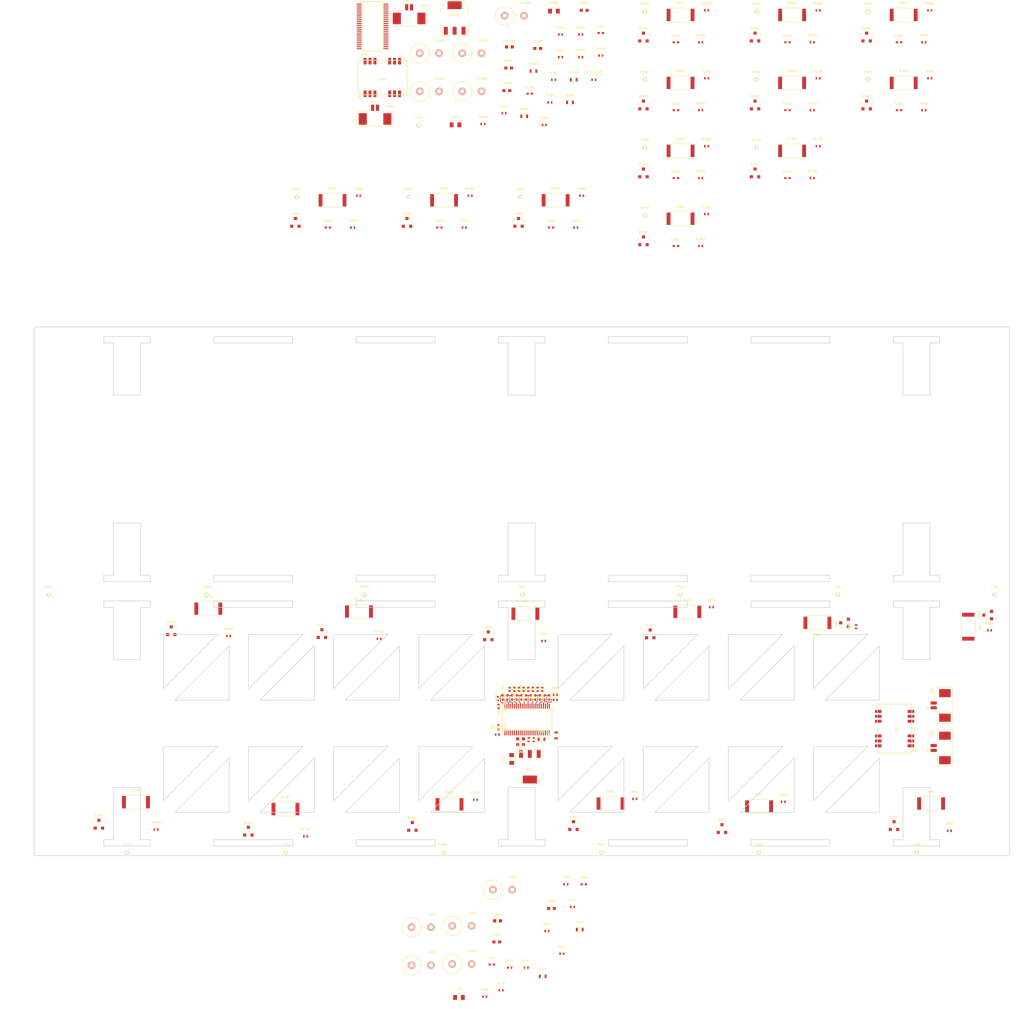
<source format=kicad_pcb>
(kicad_pcb (version 4) (host pcbnew 4.0.4+dfsg1-stable)
  (layers (0 F.Cu signal) (31 B.Cu signal) (34 B.Paste user) (35 F.Paste user) (36 B.SilkS user) (37 F.SilkS user) (38 B.Mask user) (39 F.Mask user) (44 Edge.Cuts user))
  (net 0 "")
  (net 1 /PackA/V-)
  (net 2 /PackA/C0)
  (net 3 /PackA/VREF1)
  (net 4 "Net-(C203-Pad1)")
  (net 5 /PackA/V+)
  (net 6 /PackA/VREF2)
  (net 7 "Net-(C206-Pad1)")
  (net 8 "Net-(C207-Pad1)")
  (net 9 /PackA/VREG)
  (net 10 /PackA/C12)
  (net 11 /PackA/C11)
  (net 12 /PackA/C10)
  (net 13 /PackA/C9)
  (net 14 /PackA/C8)
  (net 15 /PackA/C7)
  (net 16 /PackA/C6)
  (net 17 /PackA/C5)
  (net 18 /PackA/C4)
  (net 19 /PackA/C3)
  (net 20 /PackA/C2)
  (net 21 /PackA/C1)
  (net 22 /PackB/V-)
  (net 23 /PackB/C0)
  (net 24 /PackB/VREF1)
  (net 25 "Net-(C1503-Pad1)")
  (net 26 /PackB/V+)
  (net 27 /PackB/VREF2)
  (net 28 "Net-(C1506-Pad1)")
  (net 29 "Net-(C1507-Pad1)")
  (net 30 /PackB/VREG)
  (net 31 /PackB/C12)
  (net 32 /PackB/C11)
  (net 33 /PackB/C10)
  (net 34 /PackB/C9)
  (net 35 /PackB/C8)
  (net 36 /PackB/C7)
  (net 37 /PackB/C6)
  (net 38 /PackB/C5)
  (net 39 /PackB/C4)
  (net 40 /PackB/C3)
  (net 41 /PackB/C2)
  (net 42 /PackB/C1)
  (net 43 /PackA/isoSPIA+)
  (net 44 /PackA/isoSPIA-)
  (net 45 /PackB/isoSPIB+)
  (net 46 /PackB/isoSPIB-)
  (net 47 "Net-(LED201-Pad2)")
  (net 48 /PackA/TEMP5)
  (net 49 "Net-(LED1501-Pad2)")
  (net 50 /PackB/TEMP5)
  (net 51 /PackA/Pack+)
  (net 52 /PackA/Cell11/Cell+)
  (net 53 /PackA/Cell10/Cell+)
  (net 54 /PackA/Cell9/Cell+)
  (net 55 /PackA/Cell8/Cell+)
  (net 56 /PackA/Cell7/Cell+)
  (net 57 /PackA/Cell6/Cell+)
  (net 58 /PackA/Cell5/Cell+)
  (net 59 /PackA/Cell4/Cell+)
  (net 60 /PackA/Cell3/Cell+)
  (net 61 /PackA/Cell2/Cell+)
  (net 62 /PackA/Cell1/Cell+)
  (net 63 /PackB/Pack+)
  (net 64 /PackB/Cell11/Cell+)
  (net 65 /PackB/Cell10/Cell+)
  (net 66 /PackB/Cell9/Cell+)
  (net 67 /PackB/Cell8/Cell+)
  (net 68 /PackB/Cell7/Cell+)
  (net 69 /PackB/Cell6/Cell+)
  (net 70 /PackB/Cell5/Cell+)
  (net 71 /PackB/Cell4/Cell+)
  (net 72 /PackB/Cell3/Cell+)
  (net 73 /PackB/Cell2/Cell+)
  (net 74 /PackB/Cell1/Cell+)
  (net 75 /PackA/DRIVE)
  (net 76 "Net-(Q301-Pad1)")
  (net 77 "Net-(Q301-Pad3)")
  (net 78 "Net-(Q401-Pad1)")
  (net 79 "Net-(Q401-Pad3)")
  (net 80 "Net-(Q501-Pad1)")
  (net 81 "Net-(Q501-Pad3)")
  (net 82 "Net-(Q601-Pad1)")
  (net 83 "Net-(Q601-Pad3)")
  (net 84 "Net-(Q701-Pad1)")
  (net 85 "Net-(Q701-Pad3)")
  (net 86 "Net-(Q801-Pad1)")
  (net 87 "Net-(Q801-Pad3)")
  (net 88 "Net-(Q901-Pad1)")
  (net 89 "Net-(Q901-Pad3)")
  (net 90 "Net-(Q1001-Pad1)")
  (net 91 "Net-(Q1001-Pad3)")
  (net 92 "Net-(Q1101-Pad1)")
  (net 93 "Net-(Q1101-Pad3)")
  (net 94 "Net-(Q1201-Pad1)")
  (net 95 "Net-(Q1201-Pad3)")
  (net 96 "Net-(Q1301-Pad1)")
  (net 97 "Net-(Q1301-Pad3)")
  (net 98 "Net-(Q1401-Pad1)")
  (net 99 "Net-(Q1401-Pad3)")
  (net 100 /PackB/DRIVE)
  (net 101 "Net-(Q1601-Pad1)")
  (net 102 "Net-(Q1601-Pad3)")
  (net 103 "Net-(Q1701-Pad1)")
  (net 104 "Net-(Q1701-Pad3)")
  (net 105 "Net-(Q1801-Pad1)")
  (net 106 "Net-(Q1801-Pad3)")
  (net 107 "Net-(Q1901-Pad1)")
  (net 108 "Net-(Q1901-Pad3)")
  (net 109 "Net-(Q2001-Pad1)")
  (net 110 "Net-(Q2001-Pad3)")
  (net 111 "Net-(Q2101-Pad1)")
  (net 112 "Net-(Q2101-Pad3)")
  (net 113 "Net-(Q2201-Pad1)")
  (net 114 "Net-(Q2201-Pad3)")
  (net 115 "Net-(Q2301-Pad1)")
  (net 116 "Net-(Q2301-Pad3)")
  (net 117 "Net-(Q2401-Pad1)")
  (net 118 "Net-(Q2401-Pad3)")
  (net 119 "Net-(Q2501-Pad1)")
  (net 120 "Net-(Q2501-Pad3)")
  (net 121 "Net-(Q2601-Pad1)")
  (net 122 "Net-(Q2601-Pad3)")
  (net 123 "Net-(Q2701-Pad1)")
  (net 124 "Net-(Q2701-Pad3)")
  (net 125 "Net-(R204-Pad1)")
  (net 126 "Net-(R205-Pad1)")
  (net 127 "Net-(R205-Pad2)")
  (net 128 "Net-(R206-Pad1)")
  (net 129 "Net-(R206-Pad2)")
  (net 130 "Net-(R207-Pad1)")
  (net 131 "Net-(R208-Pad1)")
  (net 132 "Net-(R209-Pad1)")
  (net 133 /PackA/TEMP1)
  (net 134 /PackA/TEMP2)
  (net 135 /PackA/TEMP3)
  (net 136 /PackA/TEMP4)
  (net 137 /PackA/S12)
  (net 138 /PackA/S11)
  (net 139 /PackA/S10)
  (net 140 /PackA/S9)
  (net 141 /PackA/S8)
  (net 142 /PackA/S7)
  (net 143 /PackA/S6)
  (net 144 /PackA/S5)
  (net 145 /PackA/S4)
  (net 146 /PackA/S3)
  (net 147 /PackA/S2)
  (net 148 /PackA/S1)
  (net 149 "Net-(R1504-Pad1)")
  (net 150 "Net-(R1505-Pad1)")
  (net 151 "Net-(R1505-Pad2)")
  (net 152 "Net-(R1506-Pad1)")
  (net 153 "Net-(R1506-Pad2)")
  (net 154 "Net-(R1507-Pad1)")
  (net 155 "Net-(R1508-Pad1)")
  (net 156 "Net-(R1509-Pad1)")
  (net 157 /PackB/TEMP1)
  (net 158 /PackB/TEMP2)
  (net 159 /PackB/TEMP3)
  (net 160 /PackB/TEMP4)
  (net 161 /PackB/S12)
  (net 162 /PackB/S11)
  (net 163 /PackB/S10)
  (net 164 /PackB/S9)
  (net 165 /PackB/S8)
  (net 166 /PackB/S7)
  (net 167 /PackB/S6)
  (net 168 /PackB/S5)
  (net 169 /PackB/S4)
  (net 170 /PackB/S3)
  (net 171 /PackB/S2)
  (net 172 /PackB/S1)
  (net 173 /isoSPI_P2P_+)
  (net 174 /isoSPI_P2P_-)
  (module Capacitors_SMD:C_0402 (layer F.Cu) (at 154.3 116.3 90)
    (fp_text reference C501 (at 0 -1.7 90) (layer F.SilkS) (effects (font (size 0.5 0.5) (thickness 0.11))))
    (fp_text value "10nF 16V")
    (pad 1 smd rect (at -0.55 0 90) (size 0.6 0.5) (layers F.Cu F.Paste F.Mask) (net 12 /PackA/C10))
    (pad 2 smd rect (at 0.55 0 90) (size 0.6 0.5) (layers F.Cu F.Paste F.Mask) (net 13 /PackA/C9))
  )
  (module Capacitors_SMD:C_0603 (layer F.Cu) (at 143.167238 179.493)
    (fp_text reference C201 (at 0 -1.9) (layer F.SilkS) (effects (font (size 0.5 0.5) (thickness 0.11))))
    (fp_text value "10nF 16V")
    (pad 1 smd rect (at -0.75 0) (size 0.8 0.75) (layers F.Cu F.Paste F.Mask) (net 1 /PackA/V-))
    (pad 2 smd rect (at 0.75 0) (size 0.8 0.75) (layers F.Cu F.Paste F.Mask) (net 2 /PackA/C0))
  )
  (module Capacitors_SMD:C_0603 (layer F.Cu) (at 149.3 127 180)
    (fp_text reference C202 (at 0 -1.9 180) (layer F.SilkS) (effects (font (size 0.5 0.5) (thickness 0.11))))
    (fp_text value "1uF 16V")
    (pad 1 smd rect (at -0.75 0 180) (size 0.8 0.75) (layers F.Cu F.Paste F.Mask) (net 3 /PackA/VREF1))
    (pad 2 smd rect (at 0.75 0 180) (size 0.8 0.75) (layers F.Cu F.Paste F.Mask) (net 1 /PackA/V-))
  )
  (module Capacitors_SMD:C_0805 (layer F.Cu) (at 147 132.2 90)
    (fp_text reference C203 (at 0 -2.1 90) (layer F.SilkS) (effects (font (size 0.5 0.5) (thickness 0.11))))
    (fp_text value "0.1uF 100V")
    (pad 1 smd rect (at -1 0 90) (size 1 1.25) (layers F.Cu F.Paste F.Mask) (net 4 "Net-(C203-Pad1)"))
    (pad 2 smd rect (at 1 0 90) (size 1 1.25) (layers F.Cu F.Paste F.Mask) (net 1 /PackA/V-))
  )
  (module Capacitors_SMD:C_0805 (layer F.Cu) (at 133.381524 193.843)
    (fp_text reference C204 (at 0 -2.1) (layer F.SilkS) (effects (font (size 0.5 0.5) (thickness 0.11))))
    (fp_text value "0.1uF 100V")
    (pad 1 smd rect (at -1 0) (size 1 1.25) (layers F.Cu F.Paste F.Mask) (net 5 /PackA/V+))
    (pad 2 smd rect (at 1 0) (size 1 1.25) (layers F.Cu F.Paste F.Mask) (net 1 /PackA/V-))
  )
  (module Capacitors_SMD:C_0603 (layer F.Cu) (at 149.3 128.5 180)
    (fp_text reference C205 (at 0 -1.9 180) (layer F.SilkS) (effects (font (size 0.5 0.5) (thickness 0.11))))
    (fp_text value "1uF 16V")
    (pad 1 smd rect (at -0.75 0 180) (size 0.8 0.75) (layers F.Cu F.Paste F.Mask) (net 6 /PackA/VREF2))
    (pad 2 smd rect (at 0.75 0 180) (size 0.8 0.75) (layers F.Cu F.Paste F.Mask) (net 1 /PackA/V-))
  )
  (module Capacitors_SMD:C_0603 (layer F.Cu) (at 157.291048 170.843)
    (fp_text reference C208 (at 0 -1.9) (layer F.SilkS) (effects (font (size 0.5 0.5) (thickness 0.11))))
    (fp_text value "1uF 16V")
    (pad 1 smd rect (at -0.75 0) (size 0.8 0.75) (layers F.Cu F.Paste F.Mask) (net 9 /PackA/VREG))
    (pad 2 smd rect (at 0.75 0) (size 0.8 0.75) (layers F.Cu F.Paste F.Mask) (net 1 /PackA/V-))
  )
  (module Capacitors_SMD:C_0603 (layer F.Cu) (at 146.227238 -46.437)
    (fp_text reference C1501 (at 0 -1.9) (layer F.SilkS) (effects (font (size 0.5 0.5) (thickness 0.11))))
    (fp_text value "10nF 16V")
    (pad 1 smd rect (at -0.75 0) (size 0.8 0.75) (layers F.Cu F.Paste F.Mask) (net 22 /PackB/V-))
    (pad 2 smd rect (at 0.75 0) (size 0.8 0.75) (layers F.Cu F.Paste F.Mask) (net 23 /PackB/C0))
  )
  (module Capacitors_SMD:C_0603 (layer F.Cu) (at 165.741048 -61.337)
    (fp_text reference C1502 (at 0 -1.9) (layer F.SilkS) (effects (font (size 0.5 0.5) (thickness 0.11))))
    (fp_text value "1uF 16V")
    (pad 1 smd rect (at -0.75 0) (size 0.8 0.75) (layers F.Cu F.Paste F.Mask) (net 24 /PackB/VREF1))
    (pad 2 smd rect (at 0.75 0) (size 0.8 0.75) (layers F.Cu F.Paste F.Mask) (net 22 /PackB/V-))
  )
  (module Capacitors_SMD:C_0805 (layer F.Cu) (at 132.481524 -31.747)
    (fp_text reference C1503 (at 0 -2.1) (layer F.SilkS) (effects (font (size 0.5 0.5) (thickness 0.11))))
    (fp_text value "0.1uF 100V")
    (pad 1 smd rect (at -1 0) (size 1 1.25) (layers F.Cu F.Paste F.Mask) (net 25 "Net-(C1503-Pad1)"))
    (pad 2 smd rect (at 1 0) (size 1 1.25) (layers F.Cu F.Paste F.Mask) (net 22 /PackB/V-))
  )
  (module Capacitors_SMD:C_0805 (layer F.Cu) (at 157.921524 -61.137)
    (fp_text reference C1504 (at 0 -2.1) (layer F.SilkS) (effects (font (size 0.5 0.5) (thickness 0.11))))
    (fp_text value "0.1uF 100V")
    (pad 1 smd rect (at -1 0) (size 1 1.25) (layers F.Cu F.Paste F.Mask) (net 26 /PackB/V+))
    (pad 2 smd rect (at 1 0) (size 1 1.25) (layers F.Cu F.Paste F.Mask) (net 22 /PackB/V-))
  )
  (module Capacitors_SMD:C_0603 (layer F.Cu) (at 145.751048 -40.587)
    (fp_text reference C1505 (at 0 -1.9) (layer F.SilkS) (effects (font (size 0.5 0.5) (thickness 0.11))))
    (fp_text value "1uF 16V")
    (pad 1 smd rect (at -0.75 0) (size 0.8 0.75) (layers F.Cu F.Paste F.Mask) (net 27 /PackB/VREF2))
    (pad 2 smd rect (at 0.75 0) (size 0.8 0.75) (layers F.Cu F.Paste F.Mask) (net 22 /PackB/V-))
  )
  (module Capacitors_SMD:C_0603 (layer F.Cu) (at 153.721048 -51.487)
    (fp_text reference C1508 (at 0 -1.9) (layer F.SilkS) (effects (font (size 0.5 0.5) (thickness 0.11))))
    (fp_text value "1uF 16V")
    (pad 1 smd rect (at -0.75 0) (size 0.8 0.75) (layers F.Cu F.Paste F.Mask) (net 30 /PackB/VREG))
    (pad 2 smd rect (at 0.75 0) (size 0.8 0.75) (layers F.Cu F.Paste F.Mask) (net 22 /PackB/V-))
  )
  (module Connectors_Molex:Molex_PicoBlade_53261-0271 (layer F.Cu) (at 258.95 118.35 90)
    (fp_text reference J201 (at 3.725 -3.3 90) (layer F.SilkS) (effects (font (size 0.5 0.5) (thickness 0.11))))
    (fp_text value CONN_01X02)
    (pad 1 smd rect (at -0.625 -2.9 90) (size 0.8 1.6) (layers F.Cu F.Paste F.Mask) (net 173 /isoSPI_P2P_+))
    (pad 2 smd rect (at 0.625 -2.9 90) (size 0.8 1.6) (layers F.Cu F.Paste F.Mask) (net 174 /isoSPI_P2P_-))
    (pad "" smd rect (at -3.175 0 90) (size 2.1 3) (layers F.Cu F.Paste F.Mask))
    (pad "" smd rect (at 3.175 0 90) (size 2.1 3) (layers F.Cu F.Paste F.Mask))
  )
  (module Connectors_Molex:Molex_PicoBlade_53261-0271 (layer F.Cu) (at 258.95 129.35 90)
    (fp_text reference J202 (at 3.725 -3.3 90) (layer F.SilkS) (effects (font (size 0.5 0.5) (thickness 0.11))))
    (fp_text value CONN_01X02)
    (pad 1 smd rect (at -0.625 -2.9 90) (size 0.8 1.6) (layers F.Cu F.Paste F.Mask) (net 43 /PackA/isoSPIA+))
    (pad 2 smd rect (at 0.625 -2.9 90) (size 0.8 1.6) (layers F.Cu F.Paste F.Mask) (net 44 /PackA/isoSPIA-))
    (pad "" smd rect (at -3.175 0 90) (size 2.1 3) (layers F.Cu F.Paste F.Mask))
    (pad "" smd rect (at 3.175 0 90) (size 2.1 3) (layers F.Cu F.Paste F.Mask))
  )
  (module Connectors_Molex:Molex_PicoBlade_53261-0271 (layer F.Cu) (at 111.705333 -33.256999)
    (fp_text reference J1501 (at 3.725 -3.3) (layer F.SilkS) (effects (font (size 0.5 0.5) (thickness 0.11))))
    (fp_text value CONN_01X02)
    (pad 1 smd rect (at -0.625 -2.9) (size 0.8 1.6) (layers F.Cu F.Paste F.Mask) (net 45 /PackB/isoSPIB+))
    (pad 2 smd rect (at 0.625 -2.9) (size 0.8 1.6) (layers F.Cu F.Paste F.Mask) (net 46 /PackB/isoSPIB-))
    (pad "" smd rect (at -3.175 0) (size 2.1 3) (layers F.Cu F.Paste F.Mask))
    (pad "" smd rect (at 3.175 0) (size 2.1 3) (layers F.Cu F.Paste F.Mask))
  )
  (module Connectors_Molex:Molex_PicoBlade_53261-0271 (layer F.Cu) (at 120.505333 -59.236999)
    (fp_text reference J1502 (at 3.725 -3.3) (layer F.SilkS) (effects (font (size 0.5 0.5) (thickness 0.11))))
    (fp_text value CONN_01X02)
    (pad 1 smd rect (at -0.625 -2.9) (size 0.8 1.6) (layers F.Cu F.Paste F.Mask) (net 173 /isoSPI_P2P_+))
    (pad 2 smd rect (at 0.625 -2.9) (size 0.8 1.6) (layers F.Cu F.Paste F.Mask) (net 174 /isoSPI_P2P_-))
    (pad "" smd rect (at -3.175 0) (size 2.1 3) (layers F.Cu F.Paste F.Mask))
    (pad "" smd rect (at 3.175 0) (size 2.1 3) (layers F.Cu F.Paste F.Mask))
  )
  (module LEDs:LED_0603 (layer F.Cu) (at 143.357715 174.043)
    (fp_text reference LED201 (at 0 -1.5) (layer F.SilkS) (effects (font (size 0.5 0.5) (thickness 0.11))))
    (fp_text value Led_Small)
    (pad 2 smd rect (at 0.7493 0 180) (size 0.79756 0.79756) (layers F.Cu F.Paste F.Mask) (net 47 "Net-(LED201-Pad2)"))
    (pad 1 smd rect (at -0.7493 0 180) (size 0.79756 0.79756) (layers F.Cu F.Paste F.Mask) (net 48 /PackA/TEMP5))
  )
  (module LEDs:LED_0603 (layer F.Cu) (at 146.417715 -51.887)
    (fp_text reference LED1501 (at 0 -1.5) (layer F.SilkS) (effects (font (size 0.5 0.5) (thickness 0.11))))
    (fp_text value Led_Small)
    (pad 2 smd rect (at 0.7493 0 180) (size 0.79756 0.79756) (layers F.Cu F.Paste F.Mask) (net 49 "Net-(LED1501-Pad2)"))
    (pad 1 smd rect (at -0.7493 0 180) (size 0.79756 0.79756) (layers F.Cu F.Paste F.Mask) (net 50 /PackB/TEMP5))
  )
  (module TO_SOT_Packages_SMD:SOT-223 (layer F.Cu) (at 151.7 134.2 180)
    (fp_text reference Q201 (at 0 -0.762 180) (layer F.SilkS) (effects (font (size 0.5 0.5) (thickness 0.11))))
    (fp_text value NSV1C201MZ4)
    (pad 4 smd rect (at 0 -3.302 180) (size 3.6576 2.032) (layers F.Cu F.Paste F.Mask) (net 4 "Net-(C203-Pad1)"))
    (pad 2 smd rect (at 0 3.302 180) (size 1.016 2.032) (layers F.Cu F.Paste F.Mask) (net 4 "Net-(C203-Pad1)"))
    (pad 3 smd rect (at 2.286 3.302 180) (size 1.016 2.032) (layers F.Cu F.Paste F.Mask) (net 9 /PackA/VREG))
    (pad 1 smd rect (at -2.286 3.302 180) (size 1.016 2.032) (layers F.Cu F.Paste F.Mask) (net 75 /PackA/DRIVE))
  )
  (module TO_SOT_Packages_SMD:SOT-23 (layer F.Cu) (at 270 95 90)
    (fp_text reference Q301 (at 0 -2.25 90) (layer F.SilkS) (effects (font (size 0.5 0.5) (thickness 0.11))))
    (fp_text value DMP3130LQ)
    (pad 1 smd rect (at -0.95 1.00076 90) (size 0.8001 0.8001) (layers F.Cu F.Paste F.Mask) (net 76 "Net-(Q301-Pad1)"))
    (pad 2 smd rect (at 0.95 1.00076 90) (size 0.8001 0.8001) (layers F.Cu F.Paste F.Mask) (net 51 /PackA/Pack+))
    (pad 3 smd rect (at 0 -0.99822 90) (size 0.8001 0.8001) (layers F.Cu F.Paste F.Mask) (net 77 "Net-(Q301-Pad3)"))
  )
  (module TO_SOT_Packages_SMD:SOT-23 (layer F.Cu) (at 245.796762 149.413)
    (fp_text reference Q401 (at 0 -2.25) (layer F.SilkS) (effects (font (size 0.5 0.5) (thickness 0.11))))
    (fp_text value DMP3130LQ)
    (pad 1 smd rect (at -0.95 1.00076) (size 0.8001 0.8001) (layers F.Cu F.Paste F.Mask) (net 78 "Net-(Q401-Pad1)"))
    (pad 2 smd rect (at 0.95 1.00076) (size 0.8001 0.8001) (layers F.Cu F.Paste F.Mask) (net 52 /PackA/Cell11/Cell+))
    (pad 3 smd rect (at 0 -0.99822) (size 0.8001 0.8001) (layers F.Cu F.Paste F.Mask) (net 79 "Net-(Q401-Pad3)"))
  )
  (module TO_SOT_Packages_SMD:SOT-23 (layer F.Cu) (at 233 97 90)
    (fp_text reference Q501 (at 0 -2.25 90) (layer F.SilkS) (effects (font (size 0.5 0.5) (thickness 0.11))))
    (fp_text value DMP3130LQ)
    (pad 1 smd rect (at -0.95 1.00076 90) (size 0.8001 0.8001) (layers F.Cu F.Paste F.Mask) (net 80 "Net-(Q501-Pad1)"))
    (pad 2 smd rect (at 0.95 1.00076 90) (size 0.8001 0.8001) (layers F.Cu F.Paste F.Mask) (net 53 /PackA/Cell10/Cell+))
    (pad 3 smd rect (at 0 -0.99822 90) (size 0.8001 0.8001) (layers F.Cu F.Paste F.Mask) (net 81 "Net-(Q501-Pad3)"))
  )
  (module TO_SOT_Packages_SMD:SOT-23 (layer F.Cu) (at 201.346762 150.183)
    (fp_text reference Q601 (at 0 -2.25) (layer F.SilkS) (effects (font (size 0.5 0.5) (thickness 0.11))))
    (fp_text value DMP3130LQ)
    (pad 1 smd rect (at -0.95 1.00076) (size 0.8001 0.8001) (layers F.Cu F.Paste F.Mask) (net 82 "Net-(Q601-Pad1)"))
    (pad 2 smd rect (at 0.95 1.00076) (size 0.8001 0.8001) (layers F.Cu F.Paste F.Mask) (net 54 /PackA/Cell9/Cell+))
    (pad 3 smd rect (at 0 -0.99822) (size 0.8001 0.8001) (layers F.Cu F.Paste F.Mask) (net 83 "Net-(Q601-Pad3)"))
  )
  (module TO_SOT_Packages_SMD:SOT-23 (layer F.Cu) (at 182.796762 99.853)
    (fp_text reference Q701 (at 0 -2.25) (layer F.SilkS) (effects (font (size 0.5 0.5) (thickness 0.11))))
    (fp_text value DMP3130LQ)
    (pad 1 smd rect (at -0.95 1.00076) (size 0.8001 0.8001) (layers F.Cu F.Paste F.Mask) (net 84 "Net-(Q701-Pad1)"))
    (pad 2 smd rect (at 0.95 1.00076) (size 0.8001 0.8001) (layers F.Cu F.Paste F.Mask) (net 55 /PackA/Cell8/Cell+))
    (pad 3 smd rect (at 0 -0.99822) (size 0.8001 0.8001) (layers F.Cu F.Paste F.Mask) (net 85 "Net-(Q701-Pad3)"))
  )
  (module TO_SOT_Packages_SMD:SOT-23 (layer F.Cu) (at 162.966762 149.413)
    (fp_text reference Q801 (at 0 -2.25) (layer F.SilkS) (effects (font (size 0.5 0.5) (thickness 0.11))))
    (fp_text value DMP3130LQ)
    (pad 1 smd rect (at -0.95 1.00076) (size 0.8001 0.8001) (layers F.Cu F.Paste F.Mask) (net 86 "Net-(Q801-Pad1)"))
    (pad 2 smd rect (at 0.95 1.00076) (size 0.8001 0.8001) (layers F.Cu F.Paste F.Mask) (net 56 /PackA/Cell7/Cell+))
    (pad 3 smd rect (at 0 -0.99822) (size 0.8001 0.8001) (layers F.Cu F.Paste F.Mask) (net 87 "Net-(Q801-Pad3)"))
  )
  (module TO_SOT_Packages_SMD:SOT-23 (layer F.Cu) (at 140.966762 100.343)
    (fp_text reference Q901 (at 0 -2.25) (layer F.SilkS) (effects (font (size 0.5 0.5) (thickness 0.11))))
    (fp_text value DMP3130LQ)
    (pad 1 smd rect (at -0.95 1.00076) (size 0.8001 0.8001) (layers F.Cu F.Paste F.Mask) (net 88 "Net-(Q901-Pad1)"))
    (pad 2 smd rect (at 0.95 1.00076) (size 0.8001 0.8001) (layers F.Cu F.Paste F.Mask) (net 57 /PackA/Cell6/Cell+))
    (pad 3 smd rect (at 0 -0.99822) (size 0.8001 0.8001) (layers F.Cu F.Paste F.Mask) (net 89 "Net-(Q901-Pad3)"))
  )
  (module TO_SOT_Packages_SMD:SOT-23 (layer F.Cu) (at 121.346762 149.623)
    (fp_text reference Q1001 (at 0 -2.25) (layer F.SilkS) (effects (font (size 0.5 0.5) (thickness 0.11))))
    (fp_text value DMP3130LQ)
    (pad 1 smd rect (at -0.95 1.00076) (size 0.8001 0.8001) (layers F.Cu F.Paste F.Mask) (net 90 "Net-(Q1001-Pad1)"))
    (pad 2 smd rect (at 0.95 1.00076) (size 0.8001 0.8001) (layers F.Cu F.Paste F.Mask) (net 58 /PackA/Cell5/Cell+))
    (pad 3 smd rect (at 0 -0.99822) (size 0.8001 0.8001) (layers F.Cu F.Paste F.Mask) (net 91 "Net-(Q1001-Pad3)"))
  )
  (module TO_SOT_Packages_SMD:SOT-23 (layer F.Cu) (at 97.966762 99.783)
    (fp_text reference Q1101 (at 0 -2.25) (layer F.SilkS) (effects (font (size 0.5 0.5) (thickness 0.11))))
    (fp_text value DMP3130LQ)
    (pad 1 smd rect (at -0.95 1.00076) (size 0.8001 0.8001) (layers F.Cu F.Paste F.Mask) (net 92 "Net-(Q1101-Pad1)"))
    (pad 2 smd rect (at 0.95 1.00076) (size 0.8001 0.8001) (layers F.Cu F.Paste F.Mask) (net 59 /PackA/Cell4/Cell+))
    (pad 3 smd rect (at 0 -0.99822) (size 0.8001 0.8001) (layers F.Cu F.Paste F.Mask) (net 93 "Net-(Q1101-Pad3)"))
  )
  (module TO_SOT_Packages_SMD:SOT-23 (layer F.Cu) (at 78.966762 150.853)
    (fp_text reference Q1201 (at 0 -2.25) (layer F.SilkS) (effects (font (size 0.5 0.5) (thickness 0.11))))
    (fp_text value DMP3130LQ)
    (pad 1 smd rect (at -0.95 1.00076) (size 0.8001 0.8001) (layers F.Cu F.Paste F.Mask) (net 94 "Net-(Q1201-Pad1)"))
    (pad 2 smd rect (at 0.95 1.00076) (size 0.8001 0.8001) (layers F.Cu F.Paste F.Mask) (net 60 /PackA/Cell3/Cell+))
    (pad 3 smd rect (at 0 -0.99822) (size 0.8001 0.8001) (layers F.Cu F.Paste F.Mask) (net 95 "Net-(Q1201-Pad3)"))
  )
  (module TO_SOT_Packages_SMD:SOT-23 (layer F.Cu) (at 59.036762 99.043)
    (fp_text reference Q1301 (at 0 -2.25) (layer F.SilkS) (effects (font (size 0.5 0.5) (thickness 0.11))))
    (fp_text value DMP3130LQ)
    (pad 1 smd rect (at -0.95 1.00076) (size 0.8001 0.8001) (layers F.Cu F.Paste F.Mask) (net 96 "Net-(Q1301-Pad1)"))
    (pad 2 smd rect (at 0.95 1.00076) (size 0.8001 0.8001) (layers F.Cu F.Paste F.Mask) (net 61 /PackA/Cell2/Cell+))
    (pad 3 smd rect (at 0 -0.99822) (size 0.8001 0.8001) (layers F.Cu F.Paste F.Mask) (net 97 "Net-(Q1301-Pad3)"))
  )
  (module TO_SOT_Packages_SMD:SOT-23 (layer F.Cu) (at 40.346762 149.063)
    (fp_text reference Q1401 (at 0 -2.25) (layer F.SilkS) (effects (font (size 0.5 0.5) (thickness 0.11))))
    (fp_text value DMP3130LQ)
    (pad 1 smd rect (at -0.95 1.00076) (size 0.8001 0.8001) (layers F.Cu F.Paste F.Mask) (net 98 "Net-(Q1401-Pad1)"))
    (pad 2 smd rect (at 0.95 1.00076) (size 0.8001 0.8001) (layers F.Cu F.Paste F.Mask) (net 62 /PackA/Cell1/Cell+))
    (pad 3 smd rect (at 0 -0.99822) (size 0.8001 0.8001) (layers F.Cu F.Paste F.Mask) (net 99 "Net-(Q1401-Pad3)"))
  )
  (module TO_SOT_Packages_SMD:SOT-223 (layer F.Cu) (at 132.269143 -59.364999)
    (fp_text reference Q1501 (at 0 -0.762) (layer F.SilkS) (effects (font (size 0.5 0.5) (thickness 0.11))))
    (fp_text value NSV1C201MZ4)
    (pad 4 smd rect (at 0 -3.302) (size 3.6576 2.032) (layers F.Cu F.Paste F.Mask) (net 25 "Net-(C1503-Pad1)"))
    (pad 2 smd rect (at 0 3.302) (size 1.016 2.032) (layers F.Cu F.Paste F.Mask) (net 25 "Net-(C1503-Pad1)"))
    (pad 3 smd rect (at 2.286 3.302) (size 1.016 2.032) (layers F.Cu F.Paste F.Mask) (net 30 /PackB/VREG))
    (pad 1 smd rect (at -2.286 3.302) (size 1.016 2.032) (layers F.Cu F.Paste F.Mask) (net 100 /PackB/DRIVE))
  )
  (module TO_SOT_Packages_SMD:SOT-23 (layer F.Cu) (at 238.716762 -36.877)
    (fp_text reference Q1601 (at 0 -2.25) (layer F.SilkS) (effects (font (size 0.5 0.5) (thickness 0.11))))
    (fp_text value DMP3130LQ)
    (pad 1 smd rect (at -0.95 1.00076) (size 0.8001 0.8001) (layers F.Cu F.Paste F.Mask) (net 101 "Net-(Q1601-Pad1)"))
    (pad 2 smd rect (at 0.95 1.00076) (size 0.8001 0.8001) (layers F.Cu F.Paste F.Mask) (net 63 /PackB/Pack+))
    (pad 3 smd rect (at 0 -0.99822) (size 0.8001 0.8001) (layers F.Cu F.Paste F.Mask) (net 102 "Net-(Q1601-Pad3)"))
  )
  (module TO_SOT_Packages_SMD:SOT-23 (layer F.Cu) (at 209.886762 -19.317)
    (fp_text reference Q1701 (at 0 -2.25) (layer F.SilkS) (effects (font (size 0.5 0.5) (thickness 0.11))))
    (fp_text value DMP3130LQ)
    (pad 1 smd rect (at -0.95 1.00076) (size 0.8001 0.8001) (layers F.Cu F.Paste F.Mask) (net 103 "Net-(Q1701-Pad1)"))
    (pad 2 smd rect (at 0.95 1.00076) (size 0.8001 0.8001) (layers F.Cu F.Paste F.Mask) (net 64 /PackB/Cell11/Cell+))
    (pad 3 smd rect (at 0 -0.99822) (size 0.8001 0.8001) (layers F.Cu F.Paste F.Mask) (net 104 "Net-(Q1701-Pad3)"))
  )
  (module TO_SOT_Packages_SMD:SOT-23 (layer F.Cu) (at 148.786762 -6.527)
    (fp_text reference Q1801 (at 0 -2.25) (layer F.SilkS) (effects (font (size 0.5 0.5) (thickness 0.11))))
    (fp_text value DMP3130LQ)
    (pad 1 smd rect (at -0.95 1.00076) (size 0.8001 0.8001) (layers F.Cu F.Paste F.Mask) (net 105 "Net-(Q1801-Pad1)"))
    (pad 2 smd rect (at 0.95 1.00076) (size 0.8001 0.8001) (layers F.Cu F.Paste F.Mask) (net 65 /PackB/Cell10/Cell+))
    (pad 3 smd rect (at 0 -0.99822) (size 0.8001 0.8001) (layers F.Cu F.Paste F.Mask) (net 106 "Net-(Q1801-Pad3)"))
  )
  (module TO_SOT_Packages_SMD:SOT-23 (layer F.Cu) (at 181.056762 -1.757)
    (fp_text reference Q1901 (at 0 -2.25) (layer F.SilkS) (effects (font (size 0.5 0.5) (thickness 0.11))))
    (fp_text value DMP3130LQ)
    (pad 1 smd rect (at -0.95 1.00076) (size 0.8001 0.8001) (layers F.Cu F.Paste F.Mask) (net 107 "Net-(Q1901-Pad1)"))
    (pad 2 smd rect (at 0.95 1.00076) (size 0.8001 0.8001) (layers F.Cu F.Paste F.Mask) (net 66 /PackB/Cell9/Cell+))
    (pad 3 smd rect (at 0 -0.99822) (size 0.8001 0.8001) (layers F.Cu F.Paste F.Mask) (net 108 "Net-(Q1901-Pad3)"))
  )
  (module TO_SOT_Packages_SMD:SOT-23 (layer F.Cu) (at 238.716762 -54.437)
    (fp_text reference Q2001 (at 0 -2.25) (layer F.SilkS) (effects (font (size 0.5 0.5) (thickness 0.11))))
    (fp_text value DMP3130LQ)
    (pad 1 smd rect (at -0.95 1.00076) (size 0.8001 0.8001) (layers F.Cu F.Paste F.Mask) (net 109 "Net-(Q2001-Pad1)"))
    (pad 2 smd rect (at 0.95 1.00076) (size 0.8001 0.8001) (layers F.Cu F.Paste F.Mask) (net 67 /PackB/Cell8/Cell+))
    (pad 3 smd rect (at 0 -0.99822) (size 0.8001 0.8001) (layers F.Cu F.Paste F.Mask) (net 110 "Net-(Q2001-Pad3)"))
  )
  (module TO_SOT_Packages_SMD:SOT-23 (layer F.Cu) (at 209.886762 -36.877)
    (fp_text reference Q2101 (at 0 -2.25) (layer F.SilkS) (effects (font (size 0.5 0.5) (thickness 0.11))))
    (fp_text value DMP3130LQ)
    (pad 1 smd rect (at -0.95 1.00076) (size 0.8001 0.8001) (layers F.Cu F.Paste F.Mask) (net 111 "Net-(Q2101-Pad1)"))
    (pad 2 smd rect (at 0.95 1.00076) (size 0.8001 0.8001) (layers F.Cu F.Paste F.Mask) (net 68 /PackB/Cell7/Cell+))
    (pad 3 smd rect (at 0 -0.99822) (size 0.8001 0.8001) (layers F.Cu F.Paste F.Mask) (net 112 "Net-(Q2101-Pad3)"))
  )
  (module TO_SOT_Packages_SMD:SOT-23 (layer F.Cu) (at 209.886762 -54.437)
    (fp_text reference Q2201 (at 0 -2.25) (layer F.SilkS) (effects (font (size 0.5 0.5) (thickness 0.11))))
    (fp_text value DMP3130LQ)
    (pad 1 smd rect (at -0.95 1.00076) (size 0.8001 0.8001) (layers F.Cu F.Paste F.Mask) (net 113 "Net-(Q2201-Pad1)"))
    (pad 2 smd rect (at 0.95 1.00076) (size 0.8001 0.8001) (layers F.Cu F.Paste F.Mask) (net 69 /PackB/Cell6/Cell+))
    (pad 3 smd rect (at 0 -0.99822) (size 0.8001 0.8001) (layers F.Cu F.Paste F.Mask) (net 114 "Net-(Q2201-Pad3)"))
  )
  (module TO_SOT_Packages_SMD:SOT-23 (layer F.Cu) (at 181.056762 -19.317)
    (fp_text reference Q2301 (at 0 -2.25) (layer F.SilkS) (effects (font (size 0.5 0.5) (thickness 0.11))))
    (fp_text value DMP3130LQ)
    (pad 1 smd rect (at -0.95 1.00076) (size 0.8001 0.8001) (layers F.Cu F.Paste F.Mask) (net 115 "Net-(Q2301-Pad1)"))
    (pad 2 smd rect (at 0.95 1.00076) (size 0.8001 0.8001) (layers F.Cu F.Paste F.Mask) (net 70 /PackB/Cell5/Cell+))
    (pad 3 smd rect (at 0 -0.99822) (size 0.8001 0.8001) (layers F.Cu F.Paste F.Mask) (net 116 "Net-(Q2301-Pad3)"))
  )
  (module TO_SOT_Packages_SMD:SOT-23 (layer F.Cu) (at 119.956762 -6.527)
    (fp_text reference Q2401 (at 0 -2.25) (layer F.SilkS) (effects (font (size 0.5 0.5) (thickness 0.11))))
    (fp_text value DMP3130LQ)
    (pad 1 smd rect (at -0.95 1.00076) (size 0.8001 0.8001) (layers F.Cu F.Paste F.Mask) (net 117 "Net-(Q2401-Pad1)"))
    (pad 2 smd rect (at 0.95 1.00076) (size 0.8001 0.8001) (layers F.Cu F.Paste F.Mask) (net 71 /PackB/Cell4/Cell+))
    (pad 3 smd rect (at 0 -0.99822) (size 0.8001 0.8001) (layers F.Cu F.Paste F.Mask) (net 118 "Net-(Q2401-Pad3)"))
  )
  (module TO_SOT_Packages_SMD:SOT-23 (layer F.Cu) (at 181.056762 -36.877)
    (fp_text reference Q2501 (at 0 -2.25) (layer F.SilkS) (effects (font (size 0.5 0.5) (thickness 0.11))))
    (fp_text value DMP3130LQ)
    (pad 1 smd rect (at -0.95 1.00076) (size 0.8001 0.8001) (layers F.Cu F.Paste F.Mask) (net 119 "Net-(Q2501-Pad1)"))
    (pad 2 smd rect (at 0.95 1.00076) (size 0.8001 0.8001) (layers F.Cu F.Paste F.Mask) (net 72 /PackB/Cell3/Cell+))
    (pad 3 smd rect (at 0 -0.99822) (size 0.8001 0.8001) (layers F.Cu F.Paste F.Mask) (net 120 "Net-(Q2501-Pad3)"))
  )
  (module TO_SOT_Packages_SMD:SOT-23 (layer F.Cu) (at 91.126762 -6.527)
    (fp_text reference Q2601 (at 0 -2.25) (layer F.SilkS) (effects (font (size 0.5 0.5) (thickness 0.11))))
    (fp_text value DMP3130LQ)
    (pad 1 smd rect (at -0.95 1.00076) (size 0.8001 0.8001) (layers F.Cu F.Paste F.Mask) (net 121 "Net-(Q2601-Pad1)"))
    (pad 2 smd rect (at 0.95 1.00076) (size 0.8001 0.8001) (layers F.Cu F.Paste F.Mask) (net 73 /PackB/Cell2/Cell+))
    (pad 3 smd rect (at 0 -0.99822) (size 0.8001 0.8001) (layers F.Cu F.Paste F.Mask) (net 122 "Net-(Q2601-Pad3)"))
  )
  (module TO_SOT_Packages_SMD:SOT-23 (layer F.Cu) (at 181.056762 -54.437)
    (fp_text reference Q2701 (at 0 -2.25) (layer F.SilkS) (effects (font (size 0.5 0.5) (thickness 0.11))))
    (fp_text value DMP3130LQ)
    (pad 1 smd rect (at -0.95 1.00076) (size 0.8001 0.8001) (layers F.Cu F.Paste F.Mask) (net 123 "Net-(Q2701-Pad1)"))
    (pad 2 smd rect (at 0.95 1.00076) (size 0.8001 0.8001) (layers F.Cu F.Paste F.Mask) (net 74 /PackB/Cell1/Cell+))
    (pad 3 smd rect (at 0 -0.99822) (size 0.8001 0.8001) (layers F.Cu F.Paste F.Mask) (net 124 "Net-(Q2701-Pad3)"))
  )
  (module Resistors_SMD:R_0603 (layer F.Cu) (at 155.010571 188.393)
    (fp_text reference R202 (at 0 -1.9) (layer F.SilkS) (effects (font (size 0.5 0.5) (thickness 0.11))))
    (fp_text value 100)
    (pad 1 smd rect (at -0.75 0) (size 0.5 0.9) (layers F.Cu F.Paste F.Mask) (net 5 /PackA/V+))
    (pad 2 smd rect (at 0.75 0) (size 0.5 0.9) (layers F.Cu F.Paste F.Mask) (net 51 /PackA/Pack+))
  )
  (module Resistors_SMD:R_0603 (layer F.Cu) (at 164.600571 176.293)
    (fp_text reference R203 (at 0 -1.9) (layer F.SilkS) (effects (font (size 0.5 0.5) (thickness 0.11))))
    (fp_text value 100)
    (pad 1 smd rect (at -0.75 0) (size 0.5 0.9) (layers F.Cu F.Paste F.Mask) (net 4 "Net-(C203-Pad1)"))
    (pad 2 smd rect (at 0.75 0) (size 0.5 0.9) (layers F.Cu F.Paste F.Mask) (net 51 /PackA/Pack+))
  )
  (module Resistors_SMD:R_0603 (layer F.Cu) (at 158.5 126.1 90)
    (fp_text reference R205 (at 0 -1.9 90) (layer F.SilkS) (effects (font (size 0.5 0.5) (thickness 0.11))))
    (fp_text value 120)
    (pad 1 smd rect (at -0.75 0 90) (size 0.5 0.9) (layers F.Cu F.Paste F.Mask) (net 126 "Net-(R205-Pad1)"))
    (pad 2 smd rect (at 0.75 0 90) (size 0.5 0.9) (layers F.Cu F.Paste F.Mask) (net 127 "Net-(R205-Pad2)"))
  )
  (module Resistors_SMD:R_0603 (layer F.Cu) (at 154.7 127.1)
    (fp_text reference R206 (at 0 -1.9) (layer F.SilkS) (effects (font (size 0.5 0.5) (thickness 0.11))))
    (fp_text value 120)
    (pad 1 smd rect (at -0.75 0) (size 0.5 0.9) (layers F.Cu F.Paste F.Mask) (net 128 "Net-(R206-Pad1)"))
    (pad 2 smd rect (at 0.75 0) (size 0.5 0.9) (layers F.Cu F.Paste F.Mask) (net 129 "Net-(R206-Pad2)"))
  )
  (module Resistors_SMD:R_2512 (layer F.Cu) (at 265 98 270)
    (fp_text reference R301 (at 0 -3.1 270) (layer F.SilkS) (effects (font (size 0.5 0.5) (thickness 0.11))))
    (fp_text value 10)
    (pad 1 smd rect (at -3.1 0 270) (size 1 3.2) (layers F.Cu F.Paste F.Mask) (net 77 "Net-(Q301-Pad3)"))
    (pad 2 smd rect (at 3.1 0 270) (size 1 3.2) (layers F.Cu F.Paste F.Mask) (net 52 /PackA/Cell11/Cell+))
  )
  (module Resistors_SMD:R_2512 (layer F.Cu) (at 255.377001 143.713)
    (fp_text reference R401 (at 0 -3.1) (layer F.SilkS) (effects (font (size 0.5 0.5) (thickness 0.11))))
    (fp_text value 10)
    (pad 1 smd rect (at -3.1 0) (size 1 3.2) (layers F.Cu F.Paste F.Mask) (net 79 "Net-(Q401-Pad3)"))
    (pad 2 smd rect (at 3.1 0) (size 1 3.2) (layers F.Cu F.Paste F.Mask) (net 53 /PackA/Cell10/Cell+))
  )
  (module Resistors_SMD:R_2512 (layer F.Cu) (at 226 97 180)
    (fp_text reference R501 (at 0 -3.1 180) (layer F.SilkS) (effects (font (size 0.5 0.5) (thickness 0.11))))
    (fp_text value 10)
    (pad 1 smd rect (at -3.1 0 180) (size 1 3.2) (layers F.Cu F.Paste F.Mask) (net 81 "Net-(Q501-Pad3)"))
    (pad 2 smd rect (at 3.1 0 180) (size 1 3.2) (layers F.Cu F.Paste F.Mask) (net 54 /PackA/Cell9/Cell+))
  )
  (module Resistors_SMD:R_2512 (layer F.Cu) (at 210.927001 144.483)
    (fp_text reference R601 (at 0 -3.1) (layer F.SilkS) (effects (font (size 0.5 0.5) (thickness 0.11))))
    (fp_text value 10)
    (pad 1 smd rect (at -3.1 0) (size 1 3.2) (layers F.Cu F.Paste F.Mask) (net 83 "Net-(Q601-Pad3)"))
    (pad 2 smd rect (at 3.1 0) (size 1 3.2) (layers F.Cu F.Paste F.Mask) (net 55 /PackA/Cell8/Cell+))
  )
  (module Resistors_SMD:R_2512 (layer F.Cu) (at 192.377001 94.153)
    (fp_text reference R701 (at 0 -3.1) (layer F.SilkS) (effects (font (size 0.5 0.5) (thickness 0.11))))
    (fp_text value 10)
    (pad 1 smd rect (at -3.1 0) (size 1 3.2) (layers F.Cu F.Paste F.Mask) (net 85 "Net-(Q701-Pad3)"))
    (pad 2 smd rect (at 3.1 0) (size 1 3.2) (layers F.Cu F.Paste F.Mask) (net 56 /PackA/Cell7/Cell+))
  )
  (module Resistors_SMD:R_2512 (layer F.Cu) (at 172.547001 143.713)
    (fp_text reference R801 (at 0 -3.1) (layer F.SilkS) (effects (font (size 0.5 0.5) (thickness 0.11))))
    (fp_text value 10)
    (pad 1 smd rect (at -3.1 0) (size 1 3.2) (layers F.Cu F.Paste F.Mask) (net 87 "Net-(Q801-Pad3)"))
    (pad 2 smd rect (at 3.1 0) (size 1 3.2) (layers F.Cu F.Paste F.Mask) (net 57 /PackA/Cell6/Cell+))
  )
  (module Resistors_SMD:R_2512 (layer F.Cu) (at 150.547001 94.643)
    (fp_text reference R901 (at 0 -3.1) (layer F.SilkS) (effects (font (size 0.5 0.5) (thickness 0.11))))
    (fp_text value 10)
    (pad 1 smd rect (at -3.1 0) (size 1 3.2) (layers F.Cu F.Paste F.Mask) (net 89 "Net-(Q901-Pad3)"))
    (pad 2 smd rect (at 3.1 0) (size 1 3.2) (layers F.Cu F.Paste F.Mask) (net 58 /PackA/Cell5/Cell+))
  )
  (module Resistors_SMD:R_2512 (layer F.Cu) (at 130.927001 143.923)
    (fp_text reference R1001 (at 0 -3.1) (layer F.SilkS) (effects (font (size 0.5 0.5) (thickness 0.11))))
    (fp_text value 10)
    (pad 1 smd rect (at -3.1 0) (size 1 3.2) (layers F.Cu F.Paste F.Mask) (net 91 "Net-(Q1001-Pad3)"))
    (pad 2 smd rect (at 3.1 0) (size 1 3.2) (layers F.Cu F.Paste F.Mask) (net 59 /PackA/Cell4/Cell+))
  )
  (module Resistors_SMD:R_2512 (layer F.Cu) (at 107.547001 94.083)
    (fp_text reference R1101 (at 0 -3.1) (layer F.SilkS) (effects (font (size 0.5 0.5) (thickness 0.11))))
    (fp_text value 10)
    (pad 1 smd rect (at -3.1 0) (size 1 3.2) (layers F.Cu F.Paste F.Mask) (net 93 "Net-(Q1101-Pad3)"))
    (pad 2 smd rect (at 3.1 0) (size 1 3.2) (layers F.Cu F.Paste F.Mask) (net 60 /PackA/Cell3/Cell+))
  )
  (module Resistors_SMD:R_2512 (layer F.Cu) (at 88.547001 145.153)
    (fp_text reference R1201 (at 0 -3.1) (layer F.SilkS) (effects (font (size 0.5 0.5) (thickness 0.11))))
    (fp_text value 10)
    (pad 1 smd rect (at -3.1 0) (size 1 3.2) (layers F.Cu F.Paste F.Mask) (net 95 "Net-(Q1201-Pad3)"))
    (pad 2 smd rect (at 3.1 0) (size 1 3.2) (layers F.Cu F.Paste F.Mask) (net 61 /PackA/Cell2/Cell+))
  )
  (module Resistors_SMD:R_2512 (layer F.Cu) (at 68.617001 93.343)
    (fp_text reference R1301 (at 0 -3.1) (layer F.SilkS) (effects (font (size 0.5 0.5) (thickness 0.11))))
    (fp_text value 10)
    (pad 1 smd rect (at -3.1 0) (size 1 3.2) (layers F.Cu F.Paste F.Mask) (net 97 "Net-(Q1301-Pad3)"))
    (pad 2 smd rect (at 3.1 0) (size 1 3.2) (layers F.Cu F.Paste F.Mask) (net 62 /PackA/Cell1/Cell+))
  )
  (module Resistors_SMD:R_2512 (layer F.Cu) (at 49.927001 143.363)
    (fp_text reference R1401 (at 0 -3.1) (layer F.SilkS) (effects (font (size 0.5 0.5) (thickness 0.11))))
    (fp_text value 10)
    (pad 1 smd rect (at -3.1 0) (size 1 3.2) (layers F.Cu F.Paste F.Mask) (net 99 "Net-(Q1401-Pad3)"))
    (pad 2 smd rect (at 3.1 0) (size 1 3.2) (layers F.Cu F.Paste F.Mask) (net 1 /PackA/V-))
  )
  (module Resistors_SMD:R_0603 (layer F.Cu) (at 162.066762 -37.537)
    (fp_text reference R1502 (at 0 -1.9) (layer F.SilkS) (effects (font (size 0.5 0.5) (thickness 0.11))))
    (fp_text value 100)
    (pad 1 smd rect (at -0.75 0) (size 0.5 0.9) (layers F.Cu F.Paste F.Mask) (net 26 /PackB/V+))
    (pad 2 smd rect (at 0.75 0) (size 0.5 0.9) (layers F.Cu F.Paste F.Mask) (net 63 /PackB/Pack+))
  )
  (module Resistors_SMD:R_0603 (layer F.Cu) (at 152.626762 -45.637)
    (fp_text reference R1503 (at 0 -1.9) (layer F.SilkS) (effects (font (size 0.5 0.5) (thickness 0.11))))
    (fp_text value 100)
    (pad 1 smd rect (at -0.75 0) (size 0.5 0.9) (layers F.Cu F.Paste F.Mask) (net 25 "Net-(C1503-Pad1)"))
    (pad 2 smd rect (at 0.75 0) (size 0.5 0.9) (layers F.Cu F.Paste F.Mask) (net 63 /PackB/Pack+))
  )
  (module Resistors_SMD:R_0603 (layer F.Cu) (at 163.026762 -43.387)
    (fp_text reference R1505 (at 0 -1.9) (layer F.SilkS) (effects (font (size 0.5 0.5) (thickness 0.11))))
    (fp_text value 120)
    (pad 1 smd rect (at -0.75 0) (size 0.5 0.9) (layers F.Cu F.Paste F.Mask) (net 150 "Net-(R1505-Pad1)"))
    (pad 2 smd rect (at 0.75 0) (size 0.5 0.9) (layers F.Cu F.Paste F.Mask) (net 151 "Net-(R1505-Pad2)"))
  )
  (module Resistors_SMD:R_0603 (layer F.Cu) (at 150.236762 -33.937)
    (fp_text reference R1506 (at 0 -1.9) (layer F.SilkS) (effects (font (size 0.5 0.5) (thickness 0.11))))
    (fp_text value 120)
    (pad 1 smd rect (at -0.75 0) (size 0.5 0.9) (layers F.Cu F.Paste F.Mask) (net 152 "Net-(R1506-Pad1)"))
    (pad 2 smd rect (at 0.75 0) (size 0.5 0.9) (layers F.Cu F.Paste F.Mask) (net 153 "Net-(R1506-Pad2)"))
  )
  (module Resistors_SMD:R_2512 (layer F.Cu) (at 248.297001 -42.577)
    (fp_text reference R1601 (at 0 -3.1) (layer F.SilkS) (effects (font (size 0.5 0.5) (thickness 0.11))))
    (fp_text value 10)
    (pad 1 smd rect (at -3.1 0) (size 1 3.2) (layers F.Cu F.Paste F.Mask) (net 102 "Net-(Q1601-Pad3)"))
    (pad 2 smd rect (at 3.1 0) (size 1 3.2) (layers F.Cu F.Paste F.Mask) (net 64 /PackB/Cell11/Cell+))
  )
  (module Resistors_SMD:R_2512 (layer F.Cu) (at 219.467001 -25.017)
    (fp_text reference R1701 (at 0 -3.1) (layer F.SilkS) (effects (font (size 0.5 0.5) (thickness 0.11))))
    (fp_text value 10)
    (pad 1 smd rect (at -3.1 0) (size 1 3.2) (layers F.Cu F.Paste F.Mask) (net 104 "Net-(Q1701-Pad3)"))
    (pad 2 smd rect (at 3.1 0) (size 1 3.2) (layers F.Cu F.Paste F.Mask) (net 65 /PackB/Cell10/Cell+))
  )
  (module Resistors_SMD:R_2512 (layer F.Cu) (at 158.367001 -12.227)
    (fp_text reference R1801 (at 0 -3.1) (layer F.SilkS) (effects (font (size 0.5 0.5) (thickness 0.11))))
    (fp_text value 10)
    (pad 1 smd rect (at -3.1 0) (size 1 3.2) (layers F.Cu F.Paste F.Mask) (net 106 "Net-(Q1801-Pad3)"))
    (pad 2 smd rect (at 3.1 0) (size 1 3.2) (layers F.Cu F.Paste F.Mask) (net 66 /PackB/Cell9/Cell+))
  )
  (module Resistors_SMD:R_2512 (layer F.Cu) (at 190.637001 -7.457)
    (fp_text reference R1901 (at 0 -3.1) (layer F.SilkS) (effects (font (size 0.5 0.5) (thickness 0.11))))
    (fp_text value 10)
    (pad 1 smd rect (at -3.1 0) (size 1 3.2) (layers F.Cu F.Paste F.Mask) (net 108 "Net-(Q1901-Pad3)"))
    (pad 2 smd rect (at 3.1 0) (size 1 3.2) (layers F.Cu F.Paste F.Mask) (net 67 /PackB/Cell8/Cell+))
  )
  (module Resistors_SMD:R_2512 (layer F.Cu) (at 248.297001 -60.137)
    (fp_text reference R2001 (at 0 -3.1) (layer F.SilkS) (effects (font (size 0.5 0.5) (thickness 0.11))))
    (fp_text value 10)
    (pad 1 smd rect (at -3.1 0) (size 1 3.2) (layers F.Cu F.Paste F.Mask) (net 110 "Net-(Q2001-Pad3)"))
    (pad 2 smd rect (at 3.1 0) (size 1 3.2) (layers F.Cu F.Paste F.Mask) (net 68 /PackB/Cell7/Cell+))
  )
  (module Resistors_SMD:R_2512 (layer F.Cu) (at 219.467001 -42.577)
    (fp_text reference R2101 (at 0 -3.1) (layer F.SilkS) (effects (font (size 0.5 0.5) (thickness 0.11))))
    (fp_text value 10)
    (pad 1 smd rect (at -3.1 0) (size 1 3.2) (layers F.Cu F.Paste F.Mask) (net 112 "Net-(Q2101-Pad3)"))
    (pad 2 smd rect (at 3.1 0) (size 1 3.2) (layers F.Cu F.Paste F.Mask) (net 69 /PackB/Cell6/Cell+))
  )
  (module Resistors_SMD:R_2512 (layer F.Cu) (at 219.467001 -60.137)
    (fp_text reference R2201 (at 0 -3.1) (layer F.SilkS) (effects (font (size 0.5 0.5) (thickness 0.11))))
    (fp_text value 10)
    (pad 1 smd rect (at -3.1 0) (size 1 3.2) (layers F.Cu F.Paste F.Mask) (net 114 "Net-(Q2201-Pad3)"))
    (pad 2 smd rect (at 3.1 0) (size 1 3.2) (layers F.Cu F.Paste F.Mask) (net 70 /PackB/Cell5/Cell+))
  )
  (module Resistors_SMD:R_2512 (layer F.Cu) (at 190.637001 -25.017)
    (fp_text reference R2301 (at 0 -3.1) (layer F.SilkS) (effects (font (size 0.5 0.5) (thickness 0.11))))
    (fp_text value 10)
    (pad 1 smd rect (at -3.1 0) (size 1 3.2) (layers F.Cu F.Paste F.Mask) (net 116 "Net-(Q2301-Pad3)"))
    (pad 2 smd rect (at 3.1 0) (size 1 3.2) (layers F.Cu F.Paste F.Mask) (net 71 /PackB/Cell4/Cell+))
  )
  (module Resistors_SMD:R_2512 (layer F.Cu) (at 129.537001 -12.227)
    (fp_text reference R2401 (at 0 -3.1) (layer F.SilkS) (effects (font (size 0.5 0.5) (thickness 0.11))))
    (fp_text value 10)
    (pad 1 smd rect (at -3.1 0) (size 1 3.2) (layers F.Cu F.Paste F.Mask) (net 118 "Net-(Q2401-Pad3)"))
    (pad 2 smd rect (at 3.1 0) (size 1 3.2) (layers F.Cu F.Paste F.Mask) (net 72 /PackB/Cell3/Cell+))
  )
  (module Resistors_SMD:R_2512 (layer F.Cu) (at 190.637001 -42.577)
    (fp_text reference R2501 (at 0 -3.1) (layer F.SilkS) (effects (font (size 0.5 0.5) (thickness 0.11))))
    (fp_text value 10)
    (pad 1 smd rect (at -3.1 0) (size 1 3.2) (layers F.Cu F.Paste F.Mask) (net 120 "Net-(Q2501-Pad3)"))
    (pad 2 smd rect (at 3.1 0) (size 1 3.2) (layers F.Cu F.Paste F.Mask) (net 73 /PackB/Cell2/Cell+))
  )
  (module Resistors_SMD:R_2512 (layer F.Cu) (at 100.707001 -12.227)
    (fp_text reference R2601 (at 0 -3.1) (layer F.SilkS) (effects (font (size 0.5 0.5) (thickness 0.11))))
    (fp_text value 10)
    (pad 1 smd rect (at -3.1 0) (size 1 3.2) (layers F.Cu F.Paste F.Mask) (net 122 "Net-(Q2601-Pad3)"))
    (pad 2 smd rect (at 3.1 0) (size 1 3.2) (layers F.Cu F.Paste F.Mask) (net 74 /PackB/Cell1/Cell+))
  )
  (module Resistors_SMD:R_2512 (layer F.Cu) (at 190.637001 -60.137)
    (fp_text reference R2701 (at 0 -3.1) (layer F.SilkS) (effects (font (size 0.5 0.5) (thickness 0.11))))
    (fp_text value 10)
    (pad 1 smd rect (at -3.1 0) (size 1 3.2) (layers F.Cu F.Paste F.Mask) (net 124 "Net-(Q2701-Pad3)"))
    (pad 2 smd rect (at 3.1 0) (size 1 3.2) (layers F.Cu F.Paste F.Mask) (net 22 /PackB/V-))
  )
  (module bms:HX0068ANL (layer F.Cu) (at 245.95 124.35 90)
    (fp_text reference T201 (at 0 0.5 90) (layer F.SilkS) (effects (font (size 0.5 0.5) (thickness 0.11))))
    (fp_text value HX0068ANL)
    (pad 1 smd rect (at -4.445 4.2164 90) (size 0.762 1.7018) (layers F.Cu F.Paste F.Mask) (net 43 /PackA/isoSPIA+))
    (pad 2 smd rect (at -3.175 4.2164 90) (size 0.762 1.7018) (layers F.Cu F.Paste F.Mask) (net 44 /PackA/isoSPIA-))
    (pad 3 smd rect (at -1.905 4.2164 90) (size 0.762 1.7018) (layers F.Cu F.Paste F.Mask))
    (pad 4 smd rect (at 1.905 4.2164 90) (size 0.762 1.7018) (layers F.Cu F.Paste F.Mask))
    (pad 5 smd rect (at 3.175 4.2164 90) (size 0.762 1.7018) (layers F.Cu F.Paste F.Mask) (net 173 /isoSPI_P2P_+))
    (pad 6 smd rect (at 4.445 4.2164 90) (size 0.762 1.7018) (layers F.Cu F.Paste F.Mask) (net 174 /isoSPI_P2P_-))
    (pad 7 smd rect (at 4.445 -4.2164 90) (size 0.762 1.7018) (layers F.Cu F.Paste F.Mask) (net 126 "Net-(R205-Pad1)"))
    (pad 8 smd rect (at 3.175 -4.2164 90) (size 0.762 1.7018) (layers F.Cu F.Paste F.Mask) (net 127 "Net-(R205-Pad2)"))
    (pad 9 smd rect (at 1.905 -4.2164 90) (size 0.762 1.7018) (layers F.Cu F.Paste F.Mask) (net 8 "Net-(C207-Pad1)"))
    (pad 10 smd rect (at -1.905 -4.2164 90) (size 0.762 1.7018) (layers F.Cu F.Paste F.Mask) (net 7 "Net-(C206-Pad1)"))
    (pad 11 smd rect (at -3.175 -4.2164 90) (size 0.762 1.7018) (layers F.Cu F.Paste F.Mask) (net 128 "Net-(R206-Pad1)"))
    (pad 12 smd rect (at -4.445 -4.2164 90) (size 0.762 1.7018) (layers F.Cu F.Paste F.Mask) (net 129 "Net-(R206-Pad2)"))
  )
  (module bms:HX0068ANL (layer F.Cu) (at 113.576001 -43.9847)
    (fp_text reference T1501 (at 0 0.5) (layer F.SilkS) (effects (font (size 0.5 0.5) (thickness 0.11))))
    (fp_text value HX0068ANL)
    (pad 1 smd rect (at -4.445 4.2164) (size 0.762 1.7018) (layers F.Cu F.Paste F.Mask) (net 173 /isoSPI_P2P_+))
    (pad 2 smd rect (at -3.175 4.2164) (size 0.762 1.7018) (layers F.Cu F.Paste F.Mask) (net 174 /isoSPI_P2P_-))
    (pad 3 smd rect (at -1.905 4.2164) (size 0.762 1.7018) (layers F.Cu F.Paste F.Mask))
    (pad 4 smd rect (at 1.905 4.2164) (size 0.762 1.7018) (layers F.Cu F.Paste F.Mask))
    (pad 5 smd rect (at 3.175 4.2164) (size 0.762 1.7018) (layers F.Cu F.Paste F.Mask) (net 45 /PackB/isoSPIB+))
    (pad 6 smd rect (at 4.445 4.2164) (size 0.762 1.7018) (layers F.Cu F.Paste F.Mask) (net 46 /PackB/isoSPIB-))
    (pad 7 smd rect (at 4.445 -4.2164) (size 0.762 1.7018) (layers F.Cu F.Paste F.Mask) (net 150 "Net-(R1505-Pad1)"))
    (pad 8 smd rect (at 3.175 -4.2164) (size 0.762 1.7018) (layers F.Cu F.Paste F.Mask) (net 151 "Net-(R1505-Pad2)"))
    (pad 9 smd rect (at 1.905 -4.2164) (size 0.762 1.7018) (layers F.Cu F.Paste F.Mask) (net 29 "Net-(C1507-Pad1)"))
    (pad 10 smd rect (at -1.905 -4.2164) (size 0.762 1.7018) (layers F.Cu F.Paste F.Mask) (net 28 "Net-(C1506-Pad1)"))
    (pad 11 smd rect (at -3.175 -4.2164) (size 0.762 1.7018) (layers F.Cu F.Paste F.Mask) (net 152 "Net-(R1506-Pad1)"))
    (pad 12 smd rect (at -4.445 -4.2164) (size 0.762 1.7018) (layers F.Cu F.Paste F.Mask) (net 153 "Net-(R1506-Pad2)"))
  )
  (module Resistors_ThroughHole:Resistor_Vertical_RM5mm (layer F.Cu) (at 123.645721 175.68246)
    (fp_text reference TH201 (at 2.70002 -3.29946) (layer F.SilkS) (effects (font (size 0.5 0.5) (thickness 0.11))))
    (fp_text value THERMISTOR)
    (pad 1 thru_hole circle (at -2.49936 0) (size 1.99898 1.99898) (drill 1.00076) (layers *.Cu *.SilkS *.Mask) (net 133 /PackA/TEMP1))
    (pad 2 thru_hole circle (at 2.5019 0) (size 1.99898 1.99898) (drill 1.00076) (layers *.Cu *.SilkS *.Mask) (net 1 /PackA/V-))
  )
  (module Resistors_ThroughHole:Resistor_Vertical_RM5mm (layer F.Cu) (at 134.145721 175.34246)
    (fp_text reference TH202 (at 2.70002 -3.29946) (layer F.SilkS) (effects (font (size 0.5 0.5) (thickness 0.11))))
    (fp_text value THERMISTOR)
    (pad 1 thru_hole circle (at -2.49936 0) (size 1.99898 1.99898) (drill 1.00076) (layers *.Cu *.SilkS *.Mask) (net 134 /PackA/TEMP2))
    (pad 2 thru_hole circle (at 2.5019 0) (size 1.99898 1.99898) (drill 1.00076) (layers *.Cu *.SilkS *.Mask) (net 1 /PackA/V-))
  )
  (module Resistors_ThroughHole:Resistor_Vertical_RM5mm (layer F.Cu) (at 123.645721 185.53246)
    (fp_text reference TH203 (at 2.70002 -3.29946) (layer F.SilkS) (effects (font (size 0.5 0.5) (thickness 0.11))))
    (fp_text value THERMISTOR)
    (pad 1 thru_hole circle (at -2.49936 0) (size 1.99898 1.99898) (drill 1.00076) (layers *.Cu *.SilkS *.Mask) (net 135 /PackA/TEMP3))
    (pad 2 thru_hole circle (at 2.5019 0) (size 1.99898 1.99898) (drill 1.00076) (layers *.Cu *.SilkS *.Mask) (net 1 /PackA/V-))
  )
  (module Resistors_ThroughHole:Resistor_Vertical_RM5mm (layer F.Cu) (at 134.145721 185.19246)
    (fp_text reference TH204 (at 2.70002 -3.29946) (layer F.SilkS) (effects (font (size 0.5 0.5) (thickness 0.11))))
    (fp_text value THERMISTOR)
    (pad 1 thru_hole circle (at -2.49936 0) (size 1.99898 1.99898) (drill 1.00076) (layers *.Cu *.SilkS *.Mask) (net 136 /PackA/TEMP4))
    (pad 2 thru_hole circle (at 2.5019 0) (size 1.99898 1.99898) (drill 1.00076) (layers *.Cu *.SilkS *.Mask) (net 1 /PackA/V-))
  )
  (module Resistors_ThroughHole:Resistor_Vertical_RM5mm (layer F.Cu) (at 144.645721 165.99246)
    (fp_text reference TH205 (at 2.70002 -3.29946) (layer F.SilkS) (effects (font (size 0.5 0.5) (thickness 0.11))))
    (fp_text value THERMISTOR)
    (pad 1 thru_hole circle (at -2.49936 0) (size 1.99898 1.99898) (drill 1.00076) (layers *.Cu *.SilkS *.Mask) (net 48 /PackA/TEMP5))
    (pad 2 thru_hole circle (at 2.5019 0) (size 1.99898 1.99898) (drill 1.00076) (layers *.Cu *.SilkS *.Mask) (net 1 /PackA/V-))
  )
  (module Resistors_ThroughHole:Resistor_Vertical_RM5mm (layer F.Cu) (at 125.745721 -50.24754)
    (fp_text reference TH1501 (at 2.70002 -3.29946) (layer F.SilkS) (effects (font (size 0.5 0.5) (thickness 0.11))))
    (fp_text value THERMISTOR)
    (pad 1 thru_hole circle (at -2.49936 0) (size 1.99898 1.99898) (drill 1.00076) (layers *.Cu *.SilkS *.Mask) (net 157 /PackB/TEMP1))
    (pad 2 thru_hole circle (at 2.5019 0) (size 1.99898 1.99898) (drill 1.00076) (layers *.Cu *.SilkS *.Mask) (net 22 /PackB/V-))
  )
  (module Resistors_ThroughHole:Resistor_Vertical_RM5mm (layer F.Cu) (at 136.725721 -50.24754)
    (fp_text reference TH1502 (at 2.70002 -3.29946) (layer F.SilkS) (effects (font (size 0.5 0.5) (thickness 0.11))))
    (fp_text value THERMISTOR)
    (pad 1 thru_hole circle (at -2.49936 0) (size 1.99898 1.99898) (drill 1.00076) (layers *.Cu *.SilkS *.Mask) (net 158 /PackB/TEMP2))
    (pad 2 thru_hole circle (at 2.5019 0) (size 1.99898 1.99898) (drill 1.00076) (layers *.Cu *.SilkS *.Mask) (net 22 /PackB/V-))
  )
  (module Resistors_ThroughHole:Resistor_Vertical_RM5mm (layer F.Cu) (at 125.745721 -40.39754)
    (fp_text reference TH1503 (at 2.70002 -3.29946) (layer F.SilkS) (effects (font (size 0.5 0.5) (thickness 0.11))))
    (fp_text value THERMISTOR)
    (pad 1 thru_hole circle (at -2.49936 0) (size 1.99898 1.99898) (drill 1.00076) (layers *.Cu *.SilkS *.Mask) (net 159 /PackB/TEMP3))
    (pad 2 thru_hole circle (at 2.5019 0) (size 1.99898 1.99898) (drill 1.00076) (layers *.Cu *.SilkS *.Mask) (net 22 /PackB/V-))
  )
  (module Resistors_ThroughHole:Resistor_Vertical_RM5mm (layer F.Cu) (at 136.725721 -40.39754)
    (fp_text reference TH1504 (at 2.70002 -3.29946) (layer F.SilkS) (effects (font (size 0.5 0.5) (thickness 0.11))))
    (fp_text value THERMISTOR)
    (pad 1 thru_hole circle (at -2.49936 0) (size 1.99898 1.99898) (drill 1.00076) (layers *.Cu *.SilkS *.Mask) (net 160 /PackB/TEMP4))
    (pad 2 thru_hole circle (at 2.5019 0) (size 1.99898 1.99898) (drill 1.00076) (layers *.Cu *.SilkS *.Mask) (net 22 /PackB/V-))
  )
  (module Resistors_ThroughHole:Resistor_Vertical_RM5mm (layer F.Cu) (at 147.705721 -59.93754)
    (fp_text reference TH1505 (at 2.70002 -3.29946) (layer F.SilkS) (effects (font (size 0.5 0.5) (thickness 0.11))))
    (fp_text value THERMISTOR)
    (pad 1 thru_hole circle (at -2.49936 0) (size 1.99898 1.99898) (drill 1.00076) (layers *.Cu *.SilkS *.Mask) (net 50 /PackB/TEMP5))
    (pad 2 thru_hole circle (at 2.5019 0) (size 1.99898 1.99898) (drill 1.00076) (layers *.Cu *.SilkS *.Mask) (net 22 /PackB/V-))
  )
  (module bms:G-SSOP-48 (layer F.Cu) (at 151 122 270)
    (fp_text reference U201 (at -1.9 7.2 270) (layer F.SilkS) (effects (font (size 0.5 0.5) (thickness 0.11))))
    (fp_text value LTC6804-1)
    (pad 1 smd rect (at -3.475 -5.75 270) (size 1.25 0.25) (layers F.Cu F.Paste F.Mask) (net 5 /PackA/V+))
    (pad 2 smd rect (at -3.475 -5.25 270) (size 1.25 0.25) (layers F.Cu F.Paste F.Mask) (net 10 /PackA/C12))
    (pad 3 smd rect (at -3.475 -4.75 270) (size 1.25 0.25) (layers F.Cu F.Paste F.Mask) (net 137 /PackA/S12))
    (pad 4 smd rect (at -3.475 -4.25 270) (size 1.25 0.25) (layers F.Cu F.Paste F.Mask) (net 11 /PackA/C11))
    (pad 5 smd rect (at -3.475 -3.75 270) (size 1.25 0.25) (layers F.Cu F.Paste F.Mask) (net 138 /PackA/S11))
    (pad 6 smd rect (at -3.475 -3.25 270) (size 1.25 0.25) (layers F.Cu F.Paste F.Mask) (net 12 /PackA/C10))
    (pad 7 smd rect (at -3.475 -2.75 270) (size 1.25 0.25) (layers F.Cu F.Paste F.Mask) (net 139 /PackA/S10))
    (pad 8 smd rect (at -3.475 -2.25 270) (size 1.25 0.25) (layers F.Cu F.Paste F.Mask) (net 13 /PackA/C9))
    (pad 9 smd rect (at -3.475 -1.75 270) (size 1.25 0.25) (layers F.Cu F.Paste F.Mask) (net 140 /PackA/S9))
    (pad 10 smd rect (at -3.475 -1.25 270) (size 1.25 0.25) (layers F.Cu F.Paste F.Mask) (net 14 /PackA/C8))
    (pad 11 smd rect (at -3.475 -0.75 270) (size 1.25 0.25) (layers F.Cu F.Paste F.Mask) (net 141 /PackA/S8))
    (pad 12 smd rect (at -3.475 -0.25 270) (size 1.25 0.25) (layers F.Cu F.Paste F.Mask) (net 15 /PackA/C7))
    (pad 13 smd rect (at -3.475 0.25 270) (size 1.25 0.25) (layers F.Cu F.Paste F.Mask) (net 142 /PackA/S7))
    (pad 14 smd rect (at -3.475 0.75 270) (size 1.25 0.25) (layers F.Cu F.Paste F.Mask) (net 16 /PackA/C6))
    (pad 15 smd rect (at -3.475 1.25 270) (size 1.25 0.25) (layers F.Cu F.Paste F.Mask) (net 143 /PackA/S6))
    (pad 16 smd rect (at -3.475 1.75 270) (size 1.25 0.25) (layers F.Cu F.Paste F.Mask) (net 17 /PackA/C5))
    (pad 17 smd rect (at -3.475 2.25 270) (size 1.25 0.25) (layers F.Cu F.Paste F.Mask) (net 144 /PackA/S5))
    (pad 18 smd rect (at -3.475 2.75 270) (size 1.25 0.25) (layers F.Cu F.Paste F.Mask) (net 18 /PackA/C4))
    (pad 19 smd rect (at -3.475 3.25 270) (size 1.25 0.25) (layers F.Cu F.Paste F.Mask) (net 145 /PackA/S4))
    (pad 20 smd rect (at -3.475 3.75 270) (size 1.25 0.25) (layers F.Cu F.Paste F.Mask) (net 19 /PackA/C3))
    (pad 21 smd rect (at -3.475 4.25 270) (size 1.25 0.25) (layers F.Cu F.Paste F.Mask) (net 146 /PackA/S3))
    (pad 22 smd rect (at -3.475 4.75 270) (size 1.25 0.25) (layers F.Cu F.Paste F.Mask) (net 20 /PackA/C2))
    (pad 23 smd rect (at -3.475 5.25 270) (size 1.25 0.25) (layers F.Cu F.Paste F.Mask) (net 147 /PackA/S2))
    (pad 24 smd rect (at -3.475 5.75 270) (size 1.25 0.25) (layers F.Cu F.Paste F.Mask) (net 21 /PackA/C1))
    (pad 25 smd rect (at 3.475 5.75 270) (size 1.25 0.25) (layers F.Cu F.Paste F.Mask) (net 148 /PackA/S1))
    (pad 26 smd rect (at 3.475 5.25 270) (size 1.25 0.25) (layers F.Cu F.Paste F.Mask) (net 2 /PackA/C0))
    (pad 27 smd rect (at 3.475 4.75 270) (size 1.25 0.25) (layers F.Cu F.Paste F.Mask) (net 133 /PackA/TEMP1))
    (pad 28 smd rect (at 3.475 4.25 270) (size 1.25 0.25) (layers F.Cu F.Paste F.Mask) (net 134 /PackA/TEMP2))
    (pad 29 smd rect (at 3.475 3.75 270) (size 1.25 0.25) (layers F.Cu F.Paste F.Mask) (net 135 /PackA/TEMP3))
    (pad 30 smd rect (at 3.475 3.25 270) (size 1.25 0.25) (layers F.Cu F.Paste F.Mask) (net 1 /PackA/V-))
    (pad 31 smd rect (at 3.475 2.75 270) (size 1.25 0.25) (layers F.Cu F.Paste F.Mask) (net 1 /PackA/V-))
    (pad 32 smd rect (at 3.475 2.25 270) (size 1.25 0.25) (layers F.Cu F.Paste F.Mask) (net 136 /PackA/TEMP4))
    (pad 33 smd rect (at 3.475 1.75 270) (size 1.25 0.25) (layers F.Cu F.Paste F.Mask) (net 48 /PackA/TEMP5))
    (pad 34 smd rect (at 3.475 1.25 270) (size 1.25 0.25) (layers F.Cu F.Paste F.Mask) (net 6 /PackA/VREF2))
    (pad 35 smd rect (at 3.475 0.75 270) (size 1.25 0.25) (layers F.Cu F.Paste F.Mask) (net 3 /PackA/VREF1))
    (pad 36 smd rect (at 3.475 0.25 270) (size 1.25 0.25) (layers F.Cu F.Paste F.Mask) (net 130 "Net-(R207-Pad1)"))
    (pad 37 smd rect (at 3.475 -0.25 270) (size 1.25 0.25) (layers F.Cu F.Paste F.Mask) (net 9 /PackA/VREG))
    (pad 38 smd rect (at 3.475 -0.75 270) (size 1.25 0.25) (layers F.Cu F.Paste F.Mask) (net 75 /PackA/DRIVE))
    (pad 39 smd rect (at 3.475 -1.25 270) (size 1.25 0.25) (layers F.Cu F.Paste F.Mask))
    (pad 40 smd rect (at 3.475 -1.75 270) (size 1.25 0.25) (layers F.Cu F.Paste F.Mask) (net 131 "Net-(R208-Pad1)"))
    (pad 41 smd rect (at 3.475 -2.25 270) (size 1.25 0.25) (layers F.Cu F.Paste F.Mask) (net 128 "Net-(R206-Pad1)"))
    (pad 42 smd rect (at 3.475 -2.75 270) (size 1.25 0.25) (layers F.Cu F.Paste F.Mask) (net 129 "Net-(R206-Pad2)"))
    (pad 43 smd rect (at 3.475 -3.25 270) (size 1.25 0.25) (layers F.Cu F.Paste F.Mask))
    (pad 44 smd rect (at 3.475 -3.75 270) (size 1.25 0.25) (layers F.Cu F.Paste F.Mask))
    (pad 45 smd rect (at 3.475 -4.25 270) (size 1.25 0.25) (layers F.Cu F.Paste F.Mask) (net 132 "Net-(R209-Pad1)"))
    (pad 46 smd rect (at 3.475 -4.75 270) (size 1.25 0.25) (layers F.Cu F.Paste F.Mask) (net 125 "Net-(R204-Pad1)"))
    (pad 47 smd rect (at 3.475 -5.25 270) (size 1.25 0.25) (layers F.Cu F.Paste F.Mask) (net 126 "Net-(R205-Pad1)"))
    (pad 48 smd rect (at 3.475 -5.75 270) (size 1.25 0.25) (layers F.Cu F.Paste F.Mask) (net 127 "Net-(R205-Pad2)"))
  )
  (module bms:G-SSOP-48 (layer F.Cu) (at 111.072001 -57.188392)
    (fp_text reference U1501 (at -1.9 7.2) (layer F.SilkS) (effects (font (size 0.5 0.5) (thickness 0.11))))
    (fp_text value LTC6804-1)
    (pad 1 smd rect (at -3.475 -5.75) (size 1.25 0.25) (layers F.Cu F.Paste F.Mask) (net 26 /PackB/V+))
    (pad 2 smd rect (at -3.475 -5.25) (size 1.25 0.25) (layers F.Cu F.Paste F.Mask) (net 31 /PackB/C12))
    (pad 3 smd rect (at -3.475 -4.75) (size 1.25 0.25) (layers F.Cu F.Paste F.Mask) (net 161 /PackB/S12))
    (pad 4 smd rect (at -3.475 -4.25) (size 1.25 0.25) (layers F.Cu F.Paste F.Mask) (net 32 /PackB/C11))
    (pad 5 smd rect (at -3.475 -3.75) (size 1.25 0.25) (layers F.Cu F.Paste F.Mask) (net 162 /PackB/S11))
    (pad 6 smd rect (at -3.475 -3.25) (size 1.25 0.25) (layers F.Cu F.Paste F.Mask) (net 33 /PackB/C10))
    (pad 7 smd rect (at -3.475 -2.75) (size 1.25 0.25) (layers F.Cu F.Paste F.Mask) (net 163 /PackB/S10))
    (pad 8 smd rect (at -3.475 -2.25) (size 1.25 0.25) (layers F.Cu F.Paste F.Mask) (net 34 /PackB/C9))
    (pad 9 smd rect (at -3.475 -1.75) (size 1.25 0.25) (layers F.Cu F.Paste F.Mask) (net 164 /PackB/S9))
    (pad 10 smd rect (at -3.475 -1.25) (size 1.25 0.25) (layers F.Cu F.Paste F.Mask) (net 35 /PackB/C8))
    (pad 11 smd rect (at -3.475 -0.75) (size 1.25 0.25) (layers F.Cu F.Paste F.Mask) (net 165 /PackB/S8))
    (pad 12 smd rect (at -3.475 -0.25) (size 1.25 0.25) (layers F.Cu F.Paste F.Mask) (net 36 /PackB/C7))
    (pad 13 smd rect (at -3.475 0.25) (size 1.25 0.25) (layers F.Cu F.Paste F.Mask) (net 166 /PackB/S7))
    (pad 14 smd rect (at -3.475 0.75) (size 1.25 0.25) (layers F.Cu F.Paste F.Mask) (net 37 /PackB/C6))
    (pad 15 smd rect (at -3.475 1.25) (size 1.25 0.25) (layers F.Cu F.Paste F.Mask) (net 167 /PackB/S6))
    (pad 16 smd rect (at -3.475 1.75) (size 1.25 0.25) (layers F.Cu F.Paste F.Mask) (net 38 /PackB/C5))
    (pad 17 smd rect (at -3.475 2.25) (size 1.25 0.25) (layers F.Cu F.Paste F.Mask) (net 168 /PackB/S5))
    (pad 18 smd rect (at -3.475 2.75) (size 1.25 0.25) (layers F.Cu F.Paste F.Mask) (net 39 /PackB/C4))
    (pad 19 smd rect (at -3.475 3.25) (size 1.25 0.25) (layers F.Cu F.Paste F.Mask) (net 169 /PackB/S4))
    (pad 20 smd rect (at -3.475 3.75) (size 1.25 0.25) (layers F.Cu F.Paste F.Mask) (net 40 /PackB/C3))
    (pad 21 smd rect (at -3.475 4.25) (size 1.25 0.25) (layers F.Cu F.Paste F.Mask) (net 170 /PackB/S3))
    (pad 22 smd rect (at -3.475 4.75) (size 1.25 0.25) (layers F.Cu F.Paste F.Mask) (net 41 /PackB/C2))
    (pad 23 smd rect (at -3.475 5.25) (size 1.25 0.25) (layers F.Cu F.Paste F.Mask) (net 171 /PackB/S2))
    (pad 24 smd rect (at -3.475 5.75) (size 1.25 0.25) (layers F.Cu F.Paste F.Mask) (net 42 /PackB/C1))
    (pad 25 smd rect (at 3.475 5.75) (size 1.25 0.25) (layers F.Cu F.Paste F.Mask) (net 172 /PackB/S1))
    (pad 26 smd rect (at 3.475 5.25) (size 1.25 0.25) (layers F.Cu F.Paste F.Mask) (net 23 /PackB/C0))
    (pad 27 smd rect (at 3.475 4.75) (size 1.25 0.25) (layers F.Cu F.Paste F.Mask) (net 157 /PackB/TEMP1))
    (pad 28 smd rect (at 3.475 4.25) (size 1.25 0.25) (layers F.Cu F.Paste F.Mask) (net 158 /PackB/TEMP2))
    (pad 29 smd rect (at 3.475 3.75) (size 1.25 0.25) (layers F.Cu F.Paste F.Mask) (net 159 /PackB/TEMP3))
    (pad 30 smd rect (at 3.475 3.25) (size 1.25 0.25) (layers F.Cu F.Paste F.Mask) (net 22 /PackB/V-))
    (pad 31 smd rect (at 3.475 2.75) (size 1.25 0.25) (layers F.Cu F.Paste F.Mask) (net 22 /PackB/V-))
    (pad 32 smd rect (at 3.475 2.25) (size 1.25 0.25) (layers F.Cu F.Paste F.Mask) (net 160 /PackB/TEMP4))
    (pad 33 smd rect (at 3.475 1.75) (size 1.25 0.25) (layers F.Cu F.Paste F.Mask) (net 50 /PackB/TEMP5))
    (pad 34 smd rect (at 3.475 1.25) (size 1.25 0.25) (layers F.Cu F.Paste F.Mask) (net 27 /PackB/VREF2))
    (pad 35 smd rect (at 3.475 0.75) (size 1.25 0.25) (layers F.Cu F.Paste F.Mask) (net 24 /PackB/VREF1))
    (pad 36 smd rect (at 3.475 0.25) (size 1.25 0.25) (layers F.Cu F.Paste F.Mask) (net 154 "Net-(R1507-Pad1)"))
    (pad 37 smd rect (at 3.475 -0.25) (size 1.25 0.25) (layers F.Cu F.Paste F.Mask) (net 30 /PackB/VREG))
    (pad 38 smd rect (at 3.475 -0.75) (size 1.25 0.25) (layers F.Cu F.Paste F.Mask) (net 100 /PackB/DRIVE))
    (pad 39 smd rect (at 3.475 -1.25) (size 1.25 0.25) (layers F.Cu F.Paste F.Mask))
    (pad 40 smd rect (at 3.475 -1.75) (size 1.25 0.25) (layers F.Cu F.Paste F.Mask) (net 155 "Net-(R1508-Pad1)"))
    (pad 41 smd rect (at 3.475 -2.25) (size 1.25 0.25) (layers F.Cu F.Paste F.Mask) (net 152 "Net-(R1506-Pad1)"))
    (pad 42 smd rect (at 3.475 -2.75) (size 1.25 0.25) (layers F.Cu F.Paste F.Mask) (net 153 "Net-(R1506-Pad2)"))
    (pad 43 smd rect (at 3.475 -3.25) (size 1.25 0.25) (layers F.Cu F.Paste F.Mask))
    (pad 44 smd rect (at 3.475 -3.75) (size 1.25 0.25) (layers F.Cu F.Paste F.Mask))
    (pad 45 smd rect (at 3.475 -4.25) (size 1.25 0.25) (layers F.Cu F.Paste F.Mask) (net 156 "Net-(R1509-Pad1)"))
    (pad 46 smd rect (at 3.475 -4.75) (size 1.25 0.25) (layers F.Cu F.Paste F.Mask) (net 149 "Net-(R1504-Pad1)"))
    (pad 47 smd rect (at 3.475 -5.25) (size 1.25 0.25) (layers F.Cu F.Paste F.Mask) (net 150 "Net-(R1505-Pad1)"))
    (pad 48 smd rect (at 3.475 -5.75) (size 1.25 0.25) (layers F.Cu F.Paste F.Mask) (net 151 "Net-(R1505-Pad2)"))
  )
  (module bms:Solder_Point_Round-TH_0.5mm (layer F.Cu) (at 27.4 89.7)
    (fp_text reference P201 (at 0 -2) (layer F.SilkS) (effects (font (size 0.5 0.5) (thickness 0.11))))
    (fp_text value CONN_01X01)
    (pad 1 thru_hole circle (at 0 0) (size 1 1) (drill 0.5) (layers *.Cu *.Mask F.SilkS) (net 1 /PackA/V-))
  )
  (module bms:Solder_Point_Round-TH_0.5mm (layer F.Cu) (at 271.8 89.7)
    (fp_text reference P301 (at 0 -2) (layer F.SilkS) (effects (font (size 0.5 0.5) (thickness 0.11))))
    (fp_text value CONN_01X01)
    (pad 1 thru_hole circle (at 0 0) (size 1 1) (drill 0.5) (layers *.Cu *.Mask F.SilkS) (net 51 /PackA/Pack+))
  )
  (module bms:Solder_Point_Round-TH_0.5mm (layer F.Cu) (at 251.75 156.35)
    (fp_text reference P401 (at 0 -2) (layer F.SilkS) (effects (font (size 0.5 0.5) (thickness 0.11))))
    (fp_text value CONN_01X01)
    (pad 1 thru_hole circle (at 0 0) (size 1 1) (drill 0.5) (layers *.Cu *.Mask F.SilkS) (net 52 /PackA/Cell11/Cell+))
  )
  (module bms:Solder_Point_Round-TH_0.5mm (layer F.Cu) (at 231.35 89.7)
    (fp_text reference P501 (at 0 -2) (layer F.SilkS) (effects (font (size 0.5 0.5) (thickness 0.11))))
    (fp_text value CONN_01X01)
    (pad 1 thru_hole circle (at 0 0) (size 1 1) (drill 0.5) (layers *.Cu *.Mask F.SilkS) (net 53 /PackA/Cell10/Cell+))
  )
  (module bms:Solder_Point_Round-TH_0.5mm (layer F.Cu) (at 210.95 156.35)
    (fp_text reference P601 (at 0 -2) (layer F.SilkS) (effects (font (size 0.5 0.5) (thickness 0.11))))
    (fp_text value CONN_01X01)
    (pad 1 thru_hole circle (at 0 0) (size 1 1) (drill 0.5) (layers *.Cu *.Mask F.SilkS) (net 54 /PackA/Cell9/Cell+))
  )
  (module bms:Solder_Point_Round-TH_0.5mm (layer F.Cu) (at 190.55 89.7)
    (fp_text reference P701 (at 0 -2) (layer F.SilkS) (effects (font (size 0.5 0.5) (thickness 0.11))))
    (fp_text value CONN_01X01)
    (pad 1 thru_hole circle (at 0 0) (size 1 1) (drill 0.5) (layers *.Cu *.Mask F.SilkS) (net 55 /PackA/Cell8/Cell+))
  )
  (module bms:Solder_Point_Round-TH_0.5mm (layer F.Cu) (at 170.15 156.35)
    (fp_text reference P801 (at 0 -2) (layer F.SilkS) (effects (font (size 0.5 0.5) (thickness 0.11))))
    (fp_text value CONN_01X01)
    (pad 1 thru_hole circle (at 0 0) (size 1 1) (drill 0.5) (layers *.Cu *.Mask F.SilkS) (net 56 /PackA/Cell7/Cell+))
  )
  (module bms:Solder_Point_Round-TH_0.5mm (layer F.Cu) (at 149.75 89.7)
    (fp_text reference P901 (at 0 -2) (layer F.SilkS) (effects (font (size 0.5 0.5) (thickness 0.11))))
    (fp_text value CONN_01X01)
    (pad 1 thru_hole circle (at 0 0) (size 1 1) (drill 0.5) (layers *.Cu *.Mask F.SilkS) (net 57 /PackA/Cell6/Cell+))
  )
  (module bms:Solder_Point_Round-TH_0.5mm (layer F.Cu) (at 129.35 156.35)
    (fp_text reference P1001 (at 0 -2) (layer F.SilkS) (effects (font (size 0.5 0.5) (thickness 0.11))))
    (fp_text value CONN_01X01)
    (pad 1 thru_hole circle (at 0 0) (size 1 1) (drill 0.5) (layers *.Cu *.Mask F.SilkS) (net 58 /PackA/Cell5/Cell+))
  )
  (module bms:Solder_Point_Round-TH_0.5mm (layer F.Cu) (at 108.95 89.7)
    (fp_text reference P1101 (at 0 -2) (layer F.SilkS) (effects (font (size 0.5 0.5) (thickness 0.11))))
    (fp_text value CONN_01X01)
    (pad 1 thru_hole circle (at 0 0) (size 1 1) (drill 0.5) (layers *.Cu *.Mask F.SilkS) (net 59 /PackA/Cell4/Cell+))
  )
  (module bms:Solder_Point_Round-TH_0.5mm (layer F.Cu) (at 88.55 156.35)
    (fp_text reference P1201 (at 0 -2) (layer F.SilkS) (effects (font (size 0.5 0.5) (thickness 0.11))))
    (fp_text value CONN_01X01)
    (pad 1 thru_hole circle (at 0 0) (size 1 1) (drill 0.5) (layers *.Cu *.Mask F.SilkS) (net 60 /PackA/Cell3/Cell+))
  )
  (module bms:Solder_Point_Round-TH_0.5mm (layer F.Cu) (at 68.15 89.7)
    (fp_text reference P1301 (at 0 -2) (layer F.SilkS) (effects (font (size 0.5 0.5) (thickness 0.11))))
    (fp_text value CONN_01X01)
    (pad 1 thru_hole circle (at 0 0) (size 1 1) (drill 0.5) (layers *.Cu *.Mask F.SilkS) (net 61 /PackA/Cell2/Cell+))
  )
  (module bms:Solder_Point_Round-TH_0.5mm (layer F.Cu) (at 47.75 156.35)
    (fp_text reference P1401 (at 0 -2) (layer F.SilkS) (effects (font (size 0.5 0.5) (thickness 0.11))))
    (fp_text value CONN_01X01)
    (pad 1 thru_hole circle (at 0 0) (size 1 1) (drill 0.5) (layers *.Cu *.Mask F.SilkS) (net 62 /PackA/Cell1/Cell+))
  )
  (module bms:Solder_Point_Round-TH_0.5mm (layer F.Cu) (at 122.945333 -31.597)
    (fp_text reference P1501 (at 0 -2) (layer F.SilkS) (effects (font (size 0.5 0.5) (thickness 0.11))))
    (fp_text value CONN_01X01)
    (pad 1 thru_hole circle (at 0 0) (size 1 1) (drill 0.5) (layers *.Cu *.Mask F.SilkS) (net 22 /PackB/V-))
  )
  (module bms:Solder_Point_Round-TH_0.5mm (layer F.Cu) (at 239.145333 -43.427)
    (fp_text reference P1601 (at 0 -2) (layer F.SilkS) (effects (font (size 0.5 0.5) (thickness 0.11))))
    (fp_text value CONN_01X01)
    (pad 1 thru_hole circle (at 0 0) (size 1 1) (drill 0.5) (layers *.Cu *.Mask F.SilkS) (net 63 /PackB/Pack+))
  )
  (module bms:Solder_Point_Round-TH_0.5mm (layer F.Cu) (at 210.315333 -25.867)
    (fp_text reference P1701 (at 0 -2) (layer F.SilkS) (effects (font (size 0.5 0.5) (thickness 0.11))))
    (fp_text value CONN_01X01)
    (pad 1 thru_hole circle (at 0 0) (size 1 1) (drill 0.5) (layers *.Cu *.Mask F.SilkS) (net 64 /PackB/Cell11/Cell+))
  )
  (module bms:Solder_Point_Round-TH_0.5mm (layer F.Cu) (at 149.215333 -13.077)
    (fp_text reference P1801 (at 0 -2) (layer F.SilkS) (effects (font (size 0.5 0.5) (thickness 0.11))))
    (fp_text value CONN_01X01)
    (pad 1 thru_hole circle (at 0 0) (size 1 1) (drill 0.5) (layers *.Cu *.Mask F.SilkS) (net 65 /PackB/Cell10/Cell+))
  )
  (module bms:Solder_Point_Round-TH_0.5mm (layer F.Cu) (at 181.485333 -8.307)
    (fp_text reference P1901 (at 0 -2) (layer F.SilkS) (effects (font (size 0.5 0.5) (thickness 0.11))))
    (fp_text value CONN_01X01)
    (pad 1 thru_hole circle (at 0 0) (size 1 1) (drill 0.5) (layers *.Cu *.Mask F.SilkS) (net 66 /PackB/Cell9/Cell+))
  )
  (module bms:Solder_Point_Round-TH_0.5mm (layer F.Cu) (at 239.145333 -60.987)
    (fp_text reference P2001 (at 0 -2) (layer F.SilkS) (effects (font (size 0.5 0.5) (thickness 0.11))))
    (fp_text value CONN_01X01)
    (pad 1 thru_hole circle (at 0 0) (size 1 1) (drill 0.5) (layers *.Cu *.Mask F.SilkS) (net 67 /PackB/Cell8/Cell+))
  )
  (module bms:Solder_Point_Round-TH_0.5mm (layer F.Cu) (at 210.315333 -43.427)
    (fp_text reference P2101 (at 0 -2) (layer F.SilkS) (effects (font (size 0.5 0.5) (thickness 0.11))))
    (fp_text value CONN_01X01)
    (pad 1 thru_hole circle (at 0 0) (size 1 1) (drill 0.5) (layers *.Cu *.Mask F.SilkS) (net 68 /PackB/Cell7/Cell+))
  )
  (module bms:Solder_Point_Round-TH_0.5mm (layer F.Cu) (at 210.315333 -60.987)
    (fp_text reference P2201 (at 0 -2) (layer F.SilkS) (effects (font (size 0.5 0.5) (thickness 0.11))))
    (fp_text value CONN_01X01)
    (pad 1 thru_hole circle (at 0 0) (size 1 1) (drill 0.5) (layers *.Cu *.Mask F.SilkS) (net 69 /PackB/Cell6/Cell+))
  )
  (module bms:Solder_Point_Round-TH_0.5mm (layer F.Cu) (at 181.485333 -25.867)
    (fp_text reference P2301 (at 0 -2) (layer F.SilkS) (effects (font (size 0.5 0.5) (thickness 0.11))))
    (fp_text value CONN_01X01)
    (pad 1 thru_hole circle (at 0 0) (size 1 1) (drill 0.5) (layers *.Cu *.Mask F.SilkS) (net 70 /PackB/Cell5/Cell+))
  )
  (module bms:Solder_Point_Round-TH_0.5mm (layer F.Cu) (at 120.385333 -13.077)
    (fp_text reference P2401 (at 0 -2) (layer F.SilkS) (effects (font (size 0.5 0.5) (thickness 0.11))))
    (fp_text value CONN_01X01)
    (pad 1 thru_hole circle (at 0 0) (size 1 1) (drill 0.5) (layers *.Cu *.Mask F.SilkS) (net 71 /PackB/Cell4/Cell+))
  )
  (module bms:Solder_Point_Round-TH_0.5mm (layer F.Cu) (at 181.485333 -43.427)
    (fp_text reference P2501 (at 0 -2) (layer F.SilkS) (effects (font (size 0.5 0.5) (thickness 0.11))))
    (fp_text value CONN_01X01)
    (pad 1 thru_hole circle (at 0 0) (size 1 1) (drill 0.5) (layers *.Cu *.Mask F.SilkS) (net 72 /PackB/Cell3/Cell+))
  )
  (module bms:Solder_Point_Round-TH_0.5mm (layer F.Cu) (at 91.555333 -13.077)
    (fp_text reference P2601 (at 0 -2) (layer F.SilkS) (effects (font (size 0.5 0.5) (thickness 0.11))))
    (fp_text value CONN_01X01)
    (pad 1 thru_hole circle (at 0 0) (size 1 1) (drill 0.5) (layers *.Cu *.Mask F.SilkS) (net 73 /PackB/Cell2/Cell+))
  )
  (module bms:Solder_Point_Round-TH_0.5mm (layer F.Cu) (at 181.485333 -60.987)
    (fp_text reference P2701 (at 0 -2) (layer F.SilkS) (effects (font (size 0.5 0.5) (thickness 0.11))))
    (fp_text value CONN_01X01)
    (pad 1 thru_hole circle (at 0 0) (size 1 1) (drill 0.5) (layers *.Cu *.Mask F.SilkS) (net 74 /PackB/Cell1/Cell+))
  )
  (module Capacitors_SMD:C_0402 (layer F.Cu) (at 165.641524 164.593)
    (fp_text reference C206 (at 0 -1.7) (layer F.SilkS) (effects (font (size 0.5 0.5) (thickness 0.11))))
    (fp_text value 100pF)
    (pad 1 smd rect (at -0.55 0) (size 0.6 0.5) (layers F.Cu F.Paste F.Mask) (net 7 "Net-(C206-Pad1)"))
    (pad 2 smd rect (at 0.55 0) (size 0.6 0.5) (layers F.Cu F.Paste F.Mask) (net 1 /PackA/V-))
  )
  (module Capacitors_SMD:C_0402 (layer F.Cu) (at 141.881524 185.343)
    (fp_text reference C207 (at 0 -1.7) (layer F.SilkS) (effects (font (size 0.5 0.5) (thickness 0.11))))
    (fp_text value 100pF)
    (pad 1 smd rect (at -0.55 0) (size 0.6 0.5) (layers F.Cu F.Paste F.Mask) (net 8 "Net-(C207-Pad1)"))
    (pad 2 smd rect (at 0.55 0) (size 0.6 0.5) (layers F.Cu F.Paste F.Mask) (net 1 /PackA/V-))
  )
  (module Capacitors_SMD:C_0402 (layer F.Cu) (at 156.7 116.3 90)
    (fp_text reference C301 (at 0 -1.7 90) (layer F.SilkS) (effects (font (size 0.5 0.5) (thickness 0.11))))
    (fp_text value "10nF 16V")
    (pad 1 smd rect (at -0.55 0 90) (size 0.6 0.5) (layers F.Cu F.Paste F.Mask) (net 10 /PackA/C12))
    (pad 2 smd rect (at 0.55 0 90) (size 0.6 0.5) (layers F.Cu F.Paste F.Mask) (net 11 /PackA/C11))
  )
  (module Capacitors_SMD:C_0402 (layer F.Cu) (at 155.5 116.3 270)
    (fp_text reference C401 (at 0 -1.7 270) (layer F.SilkS) (effects (font (size 0.5 0.5) (thickness 0.11))))
    (fp_text value "10nF 16V")
    (pad 1 smd rect (at -0.55 0 270) (size 0.6 0.5) (layers F.Cu F.Paste F.Mask) (net 11 /PackA/C11))
    (pad 2 smd rect (at 0.55 0 270) (size 0.6 0.5) (layers F.Cu F.Paste F.Mask) (net 12 /PackA/C10))
  )
  (module Capacitors_SMD:C_0402 (layer F.Cu) (at 153.1 116.3 270)
    (fp_text reference C601 (at 0 -1.7 270) (layer F.SilkS) (effects (font (size 0.5 0.5) (thickness 0.11))))
    (fp_text value "10nF 16V")
    (pad 1 smd rect (at -0.55 0 270) (size 0.6 0.5) (layers F.Cu F.Paste F.Mask) (net 13 /PackA/C9))
    (pad 2 smd rect (at 0.55 0 270) (size 0.6 0.5) (layers F.Cu F.Paste F.Mask) (net 14 /PackA/C8))
  )
  (module Capacitors_SMD:C_0402 (layer F.Cu) (at 151.9 116.3 90)
    (fp_text reference C701 (at 0 -1.7 90) (layer F.SilkS) (effects (font (size 0.5 0.5) (thickness 0.11))))
    (fp_text value "10nF 16V")
    (pad 1 smd rect (at -0.55 0 90) (size 0.6 0.5) (layers F.Cu F.Paste F.Mask) (net 14 /PackA/C8))
    (pad 2 smd rect (at 0.55 0 90) (size 0.6 0.5) (layers F.Cu F.Paste F.Mask) (net 15 /PackA/C7))
  )
  (module Capacitors_SMD:C_0402 (layer F.Cu) (at 150.7 116.3 270)
    (fp_text reference C801 (at 0 -1.7 270) (layer F.SilkS) (effects (font (size 0.5 0.5) (thickness 0.11))))
    (fp_text value "10nF 16V")
    (pad 1 smd rect (at -0.55 0 270) (size 0.6 0.5) (layers F.Cu F.Paste F.Mask) (net 15 /PackA/C7))
    (pad 2 smd rect (at 0.55 0 270) (size 0.6 0.5) (layers F.Cu F.Paste F.Mask) (net 16 /PackA/C6))
  )
  (module Capacitors_SMD:C_0402 (layer F.Cu) (at 149.5 116.3 90)
    (fp_text reference C901 (at 0 -1.7 90) (layer F.SilkS) (effects (font (size 0.5 0.5) (thickness 0.11))))
    (fp_text value "10nF 16V")
    (pad 1 smd rect (at -0.55 0 90) (size 0.6 0.5) (layers F.Cu F.Paste F.Mask) (net 16 /PackA/C6))
    (pad 2 smd rect (at 0.55 0 90) (size 0.6 0.5) (layers F.Cu F.Paste F.Mask) (net 17 /PackA/C5))
  )
  (module Capacitors_SMD:C_0402 (layer F.Cu) (at 148.3 116.3 270)
    (fp_text reference C1001 (at 0 -1.7 270) (layer F.SilkS) (effects (font (size 0.5 0.5) (thickness 0.11))))
    (fp_text value "10nF 16V")
    (pad 1 smd rect (at -0.55 0 270) (size 0.6 0.5) (layers F.Cu F.Paste F.Mask) (net 17 /PackA/C5))
    (pad 2 smd rect (at 0.55 0 270) (size 0.6 0.5) (layers F.Cu F.Paste F.Mask) (net 18 /PackA/C4))
  )
  (module Capacitors_SMD:C_0402 (layer F.Cu) (at 147.1 116.3 90)
    (fp_text reference C1101 (at 0 -1.7 90) (layer F.SilkS) (effects (font (size 0.5 0.5) (thickness 0.11))))
    (fp_text value "10nF 16V")
    (pad 1 smd rect (at -0.55 0 90) (size 0.6 0.5) (layers F.Cu F.Paste F.Mask) (net 18 /PackA/C4))
    (pad 2 smd rect (at 0.55 0 90) (size 0.6 0.5) (layers F.Cu F.Paste F.Mask) (net 19 /PackA/C3))
  )
  (module Capacitors_SMD:C_0402 (layer F.Cu) (at 145.9 116.3 270)
    (fp_text reference C1201 (at 0 -1.7 270) (layer F.SilkS) (effects (font (size 0.5 0.5) (thickness 0.11))))
    (fp_text value "10nF 16V")
    (pad 1 smd rect (at -0.55 0 270) (size 0.6 0.5) (layers F.Cu F.Paste F.Mask) (net 19 /PackA/C3))
    (pad 2 smd rect (at 0.55 0 270) (size 0.6 0.5) (layers F.Cu F.Paste F.Mask) (net 20 /PackA/C2))
  )
  (module Capacitors_SMD:C_0402 (layer F.Cu) (at 144.7 116.3 90)
    (fp_text reference C1301 (at 0 -1.7 90) (layer F.SilkS) (effects (font (size 0.5 0.5) (thickness 0.11))))
    (fp_text value "10nF 16V")
    (pad 1 smd rect (at -0.55 0 90) (size 0.6 0.5) (layers F.Cu F.Paste F.Mask) (net 20 /PackA/C2))
    (pad 2 smd rect (at 0.55 0 90) (size 0.6 0.5) (layers F.Cu F.Paste F.Mask) (net 21 /PackA/C1))
  )
  (module Capacitors_SMD:C_0402 (layer F.Cu) (at 143.6 124 270)
    (fp_text reference C1401 (at 0 -1.7 270) (layer F.SilkS) (effects (font (size 0.5 0.5) (thickness 0.11))))
    (fp_text value "10nF 16V")
    (pad 1 smd rect (at -0.55 0 270) (size 0.6 0.5) (layers F.Cu F.Paste F.Mask) (net 21 /PackA/C1))
    (pad 2 smd rect (at 0.55 0 270) (size 0.6 0.5) (layers F.Cu F.Paste F.Mask) (net 2 /PackA/C0))
  )
  (module Capacitors_SMD:C_0402 (layer F.Cu) (at 151.666762 -39.787)
    (fp_text reference C1506 (at 0 -1.7) (layer F.SilkS) (effects (font (size 0.5 0.5) (thickness 0.11))))
    (fp_text value 100pF)
    (pad 1 smd rect (at -0.55 0) (size 0.6 0.5) (layers F.Cu F.Paste F.Mask) (net 28 "Net-(C1506-Pad1)"))
    (pad 2 smd rect (at 0.55 0) (size 0.6 0.5) (layers F.Cu F.Paste F.Mask) (net 22 /PackB/V-))
  )
  (module Capacitors_SMD:C_0402 (layer F.Cu) (at 170.036762 -55.487)
    (fp_text reference C1507 (at 0 -1.7) (layer F.SilkS) (effects (font (size 0.5 0.5) (thickness 0.11))))
    (fp_text value 100pF)
    (pad 1 smd rect (at -0.55 0) (size 0.6 0.5) (layers F.Cu F.Paste F.Mask) (net 29 "Net-(C1507-Pad1)"))
    (pad 2 smd rect (at 0.55 0) (size 0.6 0.5) (layers F.Cu F.Paste F.Mask) (net 22 /PackB/V-))
  )
  (module Capacitors_SMD:C_0402 (layer F.Cu) (at 247.107238 -35.527)
    (fp_text reference C1601 (at 0 -1.7) (layer F.SilkS) (effects (font (size 0.5 0.5) (thickness 0.11))))
    (fp_text value "10nF 16V")
    (pad 1 smd rect (at -0.55 0) (size 0.6 0.5) (layers F.Cu F.Paste F.Mask) (net 31 /PackB/C12))
    (pad 2 smd rect (at 0.55 0) (size 0.6 0.5) (layers F.Cu F.Paste F.Mask) (net 32 /PackB/C11))
  )
  (module Capacitors_SMD:C_0402 (layer F.Cu) (at 218.277238 -17.967)
    (fp_text reference C1701 (at 0 -1.7) (layer F.SilkS) (effects (font (size 0.5 0.5) (thickness 0.11))))
    (fp_text value "10nF 16V")
    (pad 1 smd rect (at -0.55 0) (size 0.6 0.5) (layers F.Cu F.Paste F.Mask) (net 32 /PackB/C11))
    (pad 2 smd rect (at 0.55 0) (size 0.6 0.5) (layers F.Cu F.Paste F.Mask) (net 33 /PackB/C10))
  )
  (module Capacitors_SMD:C_0402 (layer F.Cu) (at 157.177238 -5.177)
    (fp_text reference C1801 (at 0 -1.7) (layer F.SilkS) (effects (font (size 0.5 0.5) (thickness 0.11))))
    (fp_text value "10nF 16V")
    (pad 1 smd rect (at -0.55 0) (size 0.6 0.5) (layers F.Cu F.Paste F.Mask) (net 33 /PackB/C10))
    (pad 2 smd rect (at 0.55 0) (size 0.6 0.5) (layers F.Cu F.Paste F.Mask) (net 34 /PackB/C9))
  )
  (module Capacitors_SMD:C_0402 (layer F.Cu) (at 189.447238 -0.407)
    (fp_text reference C1901 (at 0 -1.7) (layer F.SilkS) (effects (font (size 0.5 0.5) (thickness 0.11))))
    (fp_text value "10nF 16V")
    (pad 1 smd rect (at -0.55 0) (size 0.6 0.5) (layers F.Cu F.Paste F.Mask) (net 34 /PackB/C9))
    (pad 2 smd rect (at 0.55 0) (size 0.6 0.5) (layers F.Cu F.Paste F.Mask) (net 35 /PackB/C8))
  )
  (module Capacitors_SMD:C_0402 (layer F.Cu) (at 247.107238 -53.087)
    (fp_text reference C2001 (at 0 -1.7) (layer F.SilkS) (effects (font (size 0.5 0.5) (thickness 0.11))))
    (fp_text value "10nF 16V")
    (pad 1 smd rect (at -0.55 0) (size 0.6 0.5) (layers F.Cu F.Paste F.Mask) (net 35 /PackB/C8))
    (pad 2 smd rect (at 0.55 0) (size 0.6 0.5) (layers F.Cu F.Paste F.Mask) (net 36 /PackB/C7))
  )
  (module Capacitors_SMD:C_0402 (layer F.Cu) (at 218.277238 -35.527)
    (fp_text reference C2101 (at 0 -1.7) (layer F.SilkS) (effects (font (size 0.5 0.5) (thickness 0.11))))
    (fp_text value "10nF 16V")
    (pad 1 smd rect (at -0.55 0) (size 0.6 0.5) (layers F.Cu F.Paste F.Mask) (net 36 /PackB/C7))
    (pad 2 smd rect (at 0.55 0) (size 0.6 0.5) (layers F.Cu F.Paste F.Mask) (net 37 /PackB/C6))
  )
  (module Capacitors_SMD:C_0402 (layer F.Cu) (at 218.277238 -53.087)
    (fp_text reference C2201 (at 0 -1.7) (layer F.SilkS) (effects (font (size 0.5 0.5) (thickness 0.11))))
    (fp_text value "10nF 16V")
    (pad 1 smd rect (at -0.55 0) (size 0.6 0.5) (layers F.Cu F.Paste F.Mask) (net 37 /PackB/C6))
    (pad 2 smd rect (at 0.55 0) (size 0.6 0.5) (layers F.Cu F.Paste F.Mask) (net 38 /PackB/C5))
  )
  (module Capacitors_SMD:C_0402 (layer F.Cu) (at 189.447238 -17.967)
    (fp_text reference C2301 (at 0 -1.7) (layer F.SilkS) (effects (font (size 0.5 0.5) (thickness 0.11))))
    (fp_text value "10nF 16V")
    (pad 1 smd rect (at -0.55 0) (size 0.6 0.5) (layers F.Cu F.Paste F.Mask) (net 38 /PackB/C5))
    (pad 2 smd rect (at 0.55 0) (size 0.6 0.5) (layers F.Cu F.Paste F.Mask) (net 39 /PackB/C4))
  )
  (module Capacitors_SMD:C_0402 (layer F.Cu) (at 128.347238 -5.177)
    (fp_text reference C2401 (at 0 -1.7) (layer F.SilkS) (effects (font (size 0.5 0.5) (thickness 0.11))))
    (fp_text value "10nF 16V")
    (pad 1 smd rect (at -0.55 0) (size 0.6 0.5) (layers F.Cu F.Paste F.Mask) (net 39 /PackB/C4))
    (pad 2 smd rect (at 0.55 0) (size 0.6 0.5) (layers F.Cu F.Paste F.Mask) (net 40 /PackB/C3))
  )
  (module Capacitors_SMD:C_0402 (layer F.Cu) (at 189.447238 -35.527)
    (fp_text reference C2501 (at 0 -1.7) (layer F.SilkS) (effects (font (size 0.5 0.5) (thickness 0.11))))
    (fp_text value "10nF 16V")
    (pad 1 smd rect (at -0.55 0) (size 0.6 0.5) (layers F.Cu F.Paste F.Mask) (net 40 /PackB/C3))
    (pad 2 smd rect (at 0.55 0) (size 0.6 0.5) (layers F.Cu F.Paste F.Mask) (net 41 /PackB/C2))
  )
  (module Capacitors_SMD:C_0402 (layer F.Cu) (at 99.517238 -5.177)
    (fp_text reference C2601 (at 0 -1.7) (layer F.SilkS) (effects (font (size 0.5 0.5) (thickness 0.11))))
    (fp_text value "10nF 16V")
    (pad 1 smd rect (at -0.55 0) (size 0.6 0.5) (layers F.Cu F.Paste F.Mask) (net 41 /PackB/C2))
    (pad 2 smd rect (at 0.55 0) (size 0.6 0.5) (layers F.Cu F.Paste F.Mask) (net 42 /PackB/C1))
  )
  (module Capacitors_SMD:C_0402 (layer F.Cu) (at 189.447238 -53.087)
    (fp_text reference C2701 (at 0 -1.7) (layer F.SilkS) (effects (font (size 0.5 0.5) (thickness 0.11))))
    (fp_text value "10nF 16V")
    (pad 1 smd rect (at -0.55 0) (size 0.6 0.5) (layers F.Cu F.Paste F.Mask) (net 42 /PackB/C1))
    (pad 2 smd rect (at 0.55 0) (size 0.6 0.5) (layers F.Cu F.Paste F.Mask) (net 23 /PackB/C0))
  )
  (module Resistors_SMD:R_0402 (layer F.Cu) (at 159.970571 182.543)
    (fp_text reference R204 (at 0 -1.8) (layer F.SilkS) (effects (font (size 0.5 0.5) (thickness 0.11))))
    (fp_text value 1.2k)
    (pad 1 smd rect (at -0.45 0) (size 0.4 0.6) (layers F.Cu F.Paste F.Mask) (net 125 "Net-(R204-Pad1)"))
    (pad 2 smd rect (at 0.45 0) (size 0.4 0.6) (layers F.Cu F.Paste F.Mask) (net 1 /PackA/V-))
  )
  (module Resistors_SMD:R_0402 (layer F.Cu) (at 151.4 127.2 270)
    (fp_text reference R207 (at 0 -1.8 270) (layer F.SilkS) (effects (font (size 0.5 0.5) (thickness 0.11))))
    (fp_text value 10k)
    (pad 1 smd rect (at -0.45 0 270) (size 0.4 0.6) (layers F.Cu F.Paste F.Mask) (net 130 "Net-(R207-Pad1)"))
    (pad 2 smd rect (at 0.45 0 270) (size 0.4 0.6) (layers F.Cu F.Paste F.Mask) (net 9 /PackA/VREG))
  )
  (module Resistors_SMD:R_0402 (layer F.Cu) (at 152.7 127.2 270)
    (fp_text reference R208 (at 0 -1.8 270) (layer F.SilkS) (effects (font (size 0.5 0.5) (thickness 0.11))))
    (fp_text value 10k)
    (pad 1 smd rect (at -0.45 0 270) (size 0.4 0.6) (layers F.Cu F.Paste F.Mask) (net 131 "Net-(R208-Pad1)"))
    (pad 2 smd rect (at 0.45 0 270) (size 0.4 0.6) (layers F.Cu F.Paste F.Mask) (net 9 /PackA/VREG))
  )
  (module Resistors_SMD:R_0402 (layer F.Cu) (at 161.010571 164.593)
    (fp_text reference R209 (at 0 -1.8) (layer F.SilkS) (effects (font (size 0.5 0.5) (thickness 0.11))))
    (fp_text value 2.8k)
    (pad 1 smd rect (at -0.45 0) (size 0.4 0.6) (layers F.Cu F.Paste F.Mask) (net 132 "Net-(R209-Pad1)"))
    (pad 2 smd rect (at 0.45 0) (size 0.4 0.6) (layers F.Cu F.Paste F.Mask) (net 125 "Net-(R204-Pad1)"))
  )
  (module Resistors_SMD:R_0402 (layer F.Cu) (at 144.260571 191.993)
    (fp_text reference R210 (at 0 -1.8) (layer F.SilkS) (effects (font (size 0.5 0.5) (thickness 0.11))))
    (fp_text value 10k)
    (pad 1 smd rect (at -0.45 0) (size 0.4 0.6) (layers F.Cu F.Paste F.Mask) (net 133 /PackA/TEMP1))
    (pad 2 smd rect (at 0.45 0) (size 0.4 0.6) (layers F.Cu F.Paste F.Mask) (net 6 /PackA/VREF2))
  )
  (module Resistors_SMD:R_0402 (layer F.Cu) (at 150.760571 186.143)
    (fp_text reference R211 (at 0 -1.8) (layer F.SilkS) (effects (font (size 0.5 0.5) (thickness 0.11))))
    (fp_text value 10k)
    (pad 1 smd rect (at -0.45 0) (size 0.4 0.6) (layers F.Cu F.Paste F.Mask) (net 134 /PackA/TEMP2))
    (pad 2 smd rect (at 0.45 0) (size 0.4 0.6) (layers F.Cu F.Paste F.Mask) (net 6 /PackA/VREF2))
  )
  (module Resistors_SMD:R_0402 (layer F.Cu) (at 146.510571 186.143)
    (fp_text reference R212 (at 0 -1.8) (layer F.SilkS) (effects (font (size 0.5 0.5) (thickness 0.11))))
    (fp_text value 10k)
    (pad 1 smd rect (at -0.45 0) (size 0.4 0.6) (layers F.Cu F.Paste F.Mask) (net 135 /PackA/TEMP3))
    (pad 2 smd rect (at 0.45 0) (size 0.4 0.6) (layers F.Cu F.Paste F.Mask) (net 6 /PackA/VREF2))
  )
  (module Resistors_SMD:R_0402 (layer F.Cu) (at 156.100571 176.693)
    (fp_text reference R213 (at 0 -1.8) (layer F.SilkS) (effects (font (size 0.5 0.5) (thickness 0.11))))
    (fp_text value 10k)
    (pad 1 smd rect (at -0.45 0) (size 0.4 0.6) (layers F.Cu F.Paste F.Mask) (net 136 /PackA/TEMP4))
    (pad 2 smd rect (at 0.45 0) (size 0.4 0.6) (layers F.Cu F.Paste F.Mask) (net 6 /PackA/VREF2))
  )
  (module Resistors_SMD:R_0402 (layer F.Cu) (at 162.730571 170.443)
    (fp_text reference R214 (at 0 -1.8) (layer F.SilkS) (effects (font (size 0.5 0.5) (thickness 0.11))))
    (fp_text value 10k)
    (pad 1 smd rect (at -0.45 0) (size 0.4 0.6) (layers F.Cu F.Paste F.Mask) (net 48 /PackA/TEMP5))
    (pad 2 smd rect (at 0.45 0) (size 0.4 0.6) (layers F.Cu F.Paste F.Mask) (net 6 /PackA/VREF2))
  )
  (module Resistors_SMD:R_0402 (layer F.Cu) (at 140.010571 193.643)
    (fp_text reference R215 (at 0 -1.8) (layer F.SilkS) (effects (font (size 0.5 0.5) (thickness 0.11))))
    (fp_text value 1.2k)
    (pad 1 smd rect (at -0.45 0) (size 0.4 0.6) (layers F.Cu F.Paste F.Mask) (net 47 "Net-(LED201-Pad2)"))
    (pad 2 smd rect (at 0.45 0) (size 0.4 0.6) (layers F.Cu F.Paste F.Mask) (net 9 /PackA/VREG))
  )
  (module Resistors_SMD:R_0402 (layer F.Cu) (at 158.3 116.9)
    (fp_text reference R302 (at 0 -1.8) (layer F.SilkS) (effects (font (size 0.5 0.5) (thickness 0.11))))
    (fp_text value 100)
    (pad 1 smd rect (at -0.45 0) (size 0.4 0.6) (layers F.Cu F.Paste F.Mask) (net 10 /PackA/C12))
    (pad 2 smd rect (at 0.45 0) (size 0.4 0.6) (layers F.Cu F.Paste F.Mask) (net 51 /PackA/Pack+))
  )
  (module Resistors_SMD:R_0402 (layer F.Cu) (at 270.460571 98.953)
    (fp_text reference R303 (at 0 -1.8) (layer F.SilkS) (effects (font (size 0.5 0.5) (thickness 0.11))))
    (fp_text value 3.3k)
    (pad 1 smd rect (at -0.45 0) (size 0.4 0.6) (layers F.Cu F.Paste F.Mask) (net 137 /PackA/S12))
    (pad 2 smd rect (at 0.45 0) (size 0.4 0.6) (layers F.Cu F.Paste F.Mask) (net 76 "Net-(Q301-Pad1)"))
  )
  (module Resistors_SMD:R_0402 (layer F.Cu) (at 158.3 115.6)
    (fp_text reference R402 (at 0 -1.8) (layer F.SilkS) (effects (font (size 0.5 0.5) (thickness 0.11))))
    (fp_text value 100)
    (pad 1 smd rect (at -0.45 0) (size 0.4 0.6) (layers F.Cu F.Paste F.Mask) (net 11 /PackA/C11))
    (pad 2 smd rect (at 0.45 0) (size 0.4 0.6) (layers F.Cu F.Paste F.Mask) (net 52 /PackA/Cell11/Cell+))
  )
  (module Resistors_SMD:R_0402 (layer F.Cu) (at 260.110571 150.763)
    (fp_text reference R403 (at 0 -1.8) (layer F.SilkS) (effects (font (size 0.5 0.5) (thickness 0.11))))
    (fp_text value 3.3k)
    (pad 1 smd rect (at -0.45 0) (size 0.4 0.6) (layers F.Cu F.Paste F.Mask) (net 138 /PackA/S11))
    (pad 2 smd rect (at 0.45 0) (size 0.4 0.6) (layers F.Cu F.Paste F.Mask) (net 78 "Net-(Q401-Pad1)"))
  )
  (module Resistors_SMD:R_0402 (layer F.Cu) (at 154.9 114.2 90)
    (fp_text reference R502 (at 0 -1.8 90) (layer F.SilkS) (effects (font (size 0.5 0.5) (thickness 0.11))))
    (fp_text value 100)
    (pad 1 smd rect (at -0.45 0 90) (size 0.4 0.6) (layers F.Cu F.Paste F.Mask) (net 12 /PackA/C10))
    (pad 2 smd rect (at 0.45 0 90) (size 0.4 0.6) (layers F.Cu F.Paste F.Mask) (net 53 /PackA/Cell10/Cell+))
  )
  (module Resistors_SMD:R_0402 (layer F.Cu) (at 236 98 90)
    (fp_text reference R503 (at 0 -1.8 90) (layer F.SilkS) (effects (font (size 0.5 0.5) (thickness 0.11))))
    (fp_text value 3.3k)
    (pad 1 smd rect (at -0.45 0 90) (size 0.4 0.6) (layers F.Cu F.Paste F.Mask) (net 139 /PackA/S10))
    (pad 2 smd rect (at 0.45 0 90) (size 0.4 0.6) (layers F.Cu F.Paste F.Mask) (net 80 "Net-(Q501-Pad1)"))
  )
  (module Resistors_SMD:R_0402 (layer F.Cu) (at 153.7 114.2 90)
    (fp_text reference R602 (at 0 -1.8 90) (layer F.SilkS) (effects (font (size 0.5 0.5) (thickness 0.11))))
    (fp_text value 100)
    (pad 1 smd rect (at -0.45 0 90) (size 0.4 0.6) (layers F.Cu F.Paste F.Mask) (net 13 /PackA/C9))
    (pad 2 smd rect (at 0.45 0 90) (size 0.4 0.6) (layers F.Cu F.Paste F.Mask) (net 54 /PackA/Cell9/Cell+))
  )
  (module Resistors_SMD:R_0402 (layer F.Cu) (at 217.180571 143.283)
    (fp_text reference R603 (at 0 -1.8) (layer F.SilkS) (effects (font (size 0.5 0.5) (thickness 0.11))))
    (fp_text value 3.3k)
    (pad 1 smd rect (at -0.45 0) (size 0.4 0.6) (layers F.Cu F.Paste F.Mask) (net 140 /PackA/S9))
    (pad 2 smd rect (at 0.45 0) (size 0.4 0.6) (layers F.Cu F.Paste F.Mask) (net 82 "Net-(Q601-Pad1)"))
  )
  (module Resistors_SMD:R_0402 (layer F.Cu) (at 152.5 114.2 90)
    (fp_text reference R702 (at 0 -1.8 90) (layer F.SilkS) (effects (font (size 0.5 0.5) (thickness 0.11))))
    (fp_text value 100)
    (pad 1 smd rect (at -0.45 0 90) (size 0.4 0.6) (layers F.Cu F.Paste F.Mask) (net 14 /PackA/C8))
    (pad 2 smd rect (at 0.45 0 90) (size 0.4 0.6) (layers F.Cu F.Paste F.Mask) (net 55 /PackA/Cell8/Cell+))
  )
  (module Resistors_SMD:R_0402 (layer F.Cu) (at 198.630571 92.953)
    (fp_text reference R703 (at 0 -1.8) (layer F.SilkS) (effects (font (size 0.5 0.5) (thickness 0.11))))
    (fp_text value 3.3k)
    (pad 1 smd rect (at -0.45 0) (size 0.4 0.6) (layers F.Cu F.Paste F.Mask) (net 141 /PackA/S8))
    (pad 2 smd rect (at 0.45 0) (size 0.4 0.6) (layers F.Cu F.Paste F.Mask) (net 84 "Net-(Q701-Pad1)"))
  )
  (module Resistors_SMD:R_0402 (layer F.Cu) (at 151.3 114.2 90)
    (fp_text reference R802 (at 0 -1.8 90) (layer F.SilkS) (effects (font (size 0.5 0.5) (thickness 0.11))))
    (fp_text value 100)
    (pad 1 smd rect (at -0.45 0 90) (size 0.4 0.6) (layers F.Cu F.Paste F.Mask) (net 15 /PackA/C7))
    (pad 2 smd rect (at 0.45 0 90) (size 0.4 0.6) (layers F.Cu F.Paste F.Mask) (net 56 /PackA/Cell7/Cell+))
  )
  (module Resistors_SMD:R_0402 (layer F.Cu) (at 178.800571 142.513)
    (fp_text reference R803 (at 0 -1.8) (layer F.SilkS) (effects (font (size 0.5 0.5) (thickness 0.11))))
    (fp_text value 3.3k)
    (pad 1 smd rect (at -0.45 0) (size 0.4 0.6) (layers F.Cu F.Paste F.Mask) (net 142 /PackA/S7))
    (pad 2 smd rect (at 0.45 0) (size 0.4 0.6) (layers F.Cu F.Paste F.Mask) (net 86 "Net-(Q801-Pad1)"))
  )
  (module Resistors_SMD:R_0402 (layer F.Cu) (at 150.1 114.2 90)
    (fp_text reference R902 (at 0 -1.8 90) (layer F.SilkS) (effects (font (size 0.5 0.5) (thickness 0.11))))
    (fp_text value 100)
    (pad 1 smd rect (at -0.45 0 90) (size 0.4 0.6) (layers F.Cu F.Paste F.Mask) (net 16 /PackA/C6))
    (pad 2 smd rect (at 0.45 0 90) (size 0.4 0.6) (layers F.Cu F.Paste F.Mask) (net 57 /PackA/Cell6/Cell+))
  )
  (module Resistors_SMD:R_0402 (layer F.Cu) (at 155.280571 101.693)
    (fp_text reference R903 (at 0 -1.8) (layer F.SilkS) (effects (font (size 0.5 0.5) (thickness 0.11))))
    (fp_text value 3.3k)
    (pad 1 smd rect (at -0.45 0) (size 0.4 0.6) (layers F.Cu F.Paste F.Mask) (net 143 /PackA/S6))
    (pad 2 smd rect (at 0.45 0) (size 0.4 0.6) (layers F.Cu F.Paste F.Mask) (net 88 "Net-(Q901-Pad1)"))
  )
  (module Resistors_SMD:R_0402 (layer F.Cu) (at 148.9 114.2 90)
    (fp_text reference R1002 (at 0 -1.8 90) (layer F.SilkS) (effects (font (size 0.5 0.5) (thickness 0.11))))
    (fp_text value 100)
    (pad 1 smd rect (at -0.45 0 90) (size 0.4 0.6) (layers F.Cu F.Paste F.Mask) (net 17 /PackA/C5))
    (pad 2 smd rect (at 0.45 0 90) (size 0.4 0.6) (layers F.Cu F.Paste F.Mask) (net 58 /PackA/Cell5/Cell+))
  )
  (module Resistors_SMD:R_0402 (layer F.Cu) (at 137.656762 142.723)
    (fp_text reference R1003 (at 0 -1.8) (layer F.SilkS) (effects (font (size 0.5 0.5) (thickness 0.11))))
    (fp_text value 3.3k)
    (pad 1 smd rect (at -0.45 0) (size 0.4 0.6) (layers F.Cu F.Paste F.Mask) (net 144 /PackA/S5))
    (pad 2 smd rect (at 0.45 0) (size 0.4 0.6) (layers F.Cu F.Paste F.Mask) (net 90 "Net-(Q1001-Pad1)"))
  )
  (module Resistors_SMD:R_0402 (layer F.Cu) (at 147.7 114.2 270)
    (fp_text reference R1102 (at 0 -1.8 270) (layer F.SilkS) (effects (font (size 0.5 0.5) (thickness 0.11))))
    (fp_text value 100)
    (pad 1 smd rect (at -0.45 0 270) (size 0.4 0.6) (layers F.Cu F.Paste F.Mask) (net 18 /PackA/C4))
    (pad 2 smd rect (at 0.45 0 270) (size 0.4 0.6) (layers F.Cu F.Paste F.Mask) (net 59 /PackA/Cell4/Cell+))
  )
  (module Resistors_SMD:R_0402 (layer F.Cu) (at 112.756762 101.133)
    (fp_text reference R1103 (at 0 -1.8) (layer F.SilkS) (effects (font (size 0.5 0.5) (thickness 0.11))))
    (fp_text value 3.3k)
    (pad 1 smd rect (at -0.45 0) (size 0.4 0.6) (layers F.Cu F.Paste F.Mask) (net 145 /PackA/S4))
    (pad 2 smd rect (at 0.45 0) (size 0.4 0.6) (layers F.Cu F.Paste F.Mask) (net 92 "Net-(Q1101-Pad1)"))
  )
  (module Resistors_SMD:R_0402 (layer F.Cu) (at 146.5 114.2 90)
    (fp_text reference R1202 (at 0 -1.8 90) (layer F.SilkS) (effects (font (size 0.5 0.5) (thickness 0.11))))
    (fp_text value 100)
    (pad 1 smd rect (at -0.45 0 90) (size 0.4 0.6) (layers F.Cu F.Paste F.Mask) (net 19 /PackA/C3))
    (pad 2 smd rect (at 0.45 0 90) (size 0.4 0.6) (layers F.Cu F.Paste F.Mask) (net 60 /PackA/Cell3/Cell+))
  )
  (module Resistors_SMD:R_0402 (layer F.Cu) (at 93.756762 152.203)
    (fp_text reference R1203 (at 0 -1.8) (layer F.SilkS) (effects (font (size 0.5 0.5) (thickness 0.11))))
    (fp_text value 3.3k)
    (pad 1 smd rect (at -0.45 0) (size 0.4 0.6) (layers F.Cu F.Paste F.Mask) (net 146 /PackA/S3))
    (pad 2 smd rect (at 0.45 0) (size 0.4 0.6) (layers F.Cu F.Paste F.Mask) (net 94 "Net-(Q1201-Pad1)"))
  )
  (module Resistors_SMD:R_0402 (layer F.Cu) (at 143.4 116.6 270)
    (fp_text reference R1302 (at 0 -1.8 270) (layer F.SilkS) (effects (font (size 0.5 0.5) (thickness 0.11))))
    (fp_text value 100)
    (pad 1 smd rect (at -0.45 0 270) (size 0.4 0.6) (layers F.Cu F.Paste F.Mask) (net 20 /PackA/C2))
    (pad 2 smd rect (at 0.45 0 270) (size 0.4 0.6) (layers F.Cu F.Paste F.Mask) (net 61 /PackA/Cell2/Cell+))
  )
  (module Resistors_SMD:R_0402 (layer F.Cu) (at 73.826762 100.393)
    (fp_text reference R1303 (at 0 -1.8) (layer F.SilkS) (effects (font (size 0.5 0.5) (thickness 0.11))))
    (fp_text value 3.3k)
    (pad 1 smd rect (at -0.45 0) (size 0.4 0.6) (layers F.Cu F.Paste F.Mask) (net 147 /PackA/S2))
    (pad 2 smd rect (at 0.45 0) (size 0.4 0.6) (layers F.Cu F.Paste F.Mask) (net 96 "Net-(Q1301-Pad1)"))
  )
  (module Resistors_SMD:R_0402 (layer F.Cu) (at 143.6 118.6 270)
    (fp_text reference R1402 (at 0 -1.8 270) (layer F.SilkS) (effects (font (size 0.5 0.5) (thickness 0.11))))
    (fp_text value 100)
    (pad 1 smd rect (at -0.45 0 270) (size 0.4 0.6) (layers F.Cu F.Paste F.Mask) (net 21 /PackA/C1))
    (pad 2 smd rect (at 0.45 0 270) (size 0.4 0.6) (layers F.Cu F.Paste F.Mask) (net 62 /PackA/Cell1/Cell+))
  )
  (module Resistors_SMD:R_0402 (layer F.Cu) (at 55.136762 150.413)
    (fp_text reference R1403 (at 0 -1.8) (layer F.SilkS) (effects (font (size 0.5 0.5) (thickness 0.11))))
    (fp_text value 3.3k)
    (pad 1 smd rect (at -0.45 0) (size 0.4 0.6) (layers F.Cu F.Paste F.Mask) (net 148 /PackA/S1))
    (pad 2 smd rect (at 0.45 0) (size 0.4 0.6) (layers F.Cu F.Paste F.Mask) (net 98 "Net-(Q1401-Pad1)"))
  )
  (module Resistors_SMD:R_0402 (layer F.Cu) (at 156.866762 -37.537)
    (fp_text reference R1504 (at 0 -1.8) (layer F.SilkS) (effects (font (size 0.5 0.5) (thickness 0.11))))
    (fp_text value 1.2k)
    (pad 1 smd rect (at -0.45 0) (size 0.4 0.6) (layers F.Cu F.Paste F.Mask) (net 149 "Net-(R1504-Pad1)"))
    (pad 2 smd rect (at 0.45 0) (size 0.4 0.6) (layers F.Cu F.Paste F.Mask) (net 22 /PackB/V-))
  )
  (module Resistors_SMD:R_0402 (layer F.Cu) (at 157.826762 -43.387)
    (fp_text reference R1507 (at 0 -1.8) (layer F.SilkS) (effects (font (size 0.5 0.5) (thickness 0.11))))
    (fp_text value 10k)
    (pad 1 smd rect (at -0.45 0) (size 0.4 0.6) (layers F.Cu F.Paste F.Mask) (net 154 "Net-(R1507-Pad1)"))
    (pad 2 smd rect (at 0.45 0) (size 0.4 0.6) (layers F.Cu F.Paste F.Mask) (net 30 /PackB/VREG))
  )
  (module Resistors_SMD:R_0402 (layer F.Cu) (at 139.586762 -31.947)
    (fp_text reference R1508 (at 0 -1.8) (layer F.SilkS) (effects (font (size 0.5 0.5) (thickness 0.11))))
    (fp_text value 10k)
    (pad 1 smd rect (at -0.45 0) (size 0.4 0.6) (layers F.Cu F.Paste F.Mask) (net 155 "Net-(R1508-Pad1)"))
    (pad 2 smd rect (at 0.45 0) (size 0.4 0.6) (layers F.Cu F.Paste F.Mask) (net 30 /PackB/VREG))
  )
  (module Resistors_SMD:R_0402 (layer F.Cu) (at 164.836762 -49.237)
    (fp_text reference R1509 (at 0 -1.8) (layer F.SilkS) (effects (font (size 0.5 0.5) (thickness 0.11))))
    (fp_text value 2.8k)
    (pad 1 smd rect (at -0.45 0) (size 0.4 0.6) (layers F.Cu F.Paste F.Mask) (net 156 "Net-(R1509-Pad1)"))
    (pad 2 smd rect (at 0.45 0) (size 0.4 0.6) (layers F.Cu F.Paste F.Mask) (net 149 "Net-(R1504-Pad1)"))
  )
  (module Resistors_SMD:R_0402 (layer F.Cu) (at 170.036762 -49.637)
    (fp_text reference R1510 (at 0 -1.8) (layer F.SilkS) (effects (font (size 0.5 0.5) (thickness 0.11))))
    (fp_text value 10k)
    (pad 1 smd rect (at -0.45 0) (size 0.4 0.6) (layers F.Cu F.Paste F.Mask) (net 157 /PackB/TEMP1))
    (pad 2 smd rect (at 0.45 0) (size 0.4 0.6) (layers F.Cu F.Paste F.Mask) (net 27 /PackB/VREF2))
  )
  (module Resistors_SMD:R_0402 (layer F.Cu) (at 164.836762 -55.087)
    (fp_text reference R1511 (at 0 -1.8) (layer F.SilkS) (effects (font (size 0.5 0.5) (thickness 0.11))))
    (fp_text value 10k)
    (pad 1 smd rect (at -0.45 0) (size 0.4 0.6) (layers F.Cu F.Paste F.Mask) (net 158 /PackB/TEMP2))
    (pad 2 smd rect (at 0.45 0) (size 0.4 0.6) (layers F.Cu F.Paste F.Mask) (net 27 /PackB/VREF2))
  )
  (module Resistors_SMD:R_0402 (layer F.Cu) (at 145.036762 -34.737)
    (fp_text reference R1512 (at 0 -1.8) (layer F.SilkS) (effects (font (size 0.5 0.5) (thickness 0.11))))
    (fp_text value 10k)
    (pad 1 smd rect (at -0.45 0) (size 0.4 0.6) (layers F.Cu F.Paste F.Mask) (net 159 /PackB/TEMP3))
    (pad 2 smd rect (at 0.45 0) (size 0.4 0.6) (layers F.Cu F.Paste F.Mask) (net 27 /PackB/VREF2))
  )
  (module Resistors_SMD:R_0402 (layer F.Cu) (at 159.636762 -55.087)
    (fp_text reference R1513 (at 0 -1.8) (layer F.SilkS) (effects (font (size 0.5 0.5) (thickness 0.11))))
    (fp_text value 10k)
    (pad 1 smd rect (at -0.45 0) (size 0.4 0.6) (layers F.Cu F.Paste F.Mask) (net 160 /PackB/TEMP4))
    (pad 2 smd rect (at 0.45 0) (size 0.4 0.6) (layers F.Cu F.Paste F.Mask) (net 27 /PackB/VREF2))
  )
  (module Resistors_SMD:R_0402 (layer F.Cu) (at 159.636762 -49.237)
    (fp_text reference R1514 (at 0 -1.8) (layer F.SilkS) (effects (font (size 0.5 0.5) (thickness 0.11))))
    (fp_text value 10k)
    (pad 1 smd rect (at -0.45 0) (size 0.4 0.6) (layers F.Cu F.Paste F.Mask) (net 50 /PackB/TEMP5))
    (pad 2 smd rect (at 0.45 0) (size 0.4 0.6) (layers F.Cu F.Paste F.Mask) (net 27 /PackB/VREF2))
  )
  (module Resistors_SMD:R_0402 (layer F.Cu) (at 155.436762 -31.687)
    (fp_text reference R1515 (at 0 -1.8) (layer F.SilkS) (effects (font (size 0.5 0.5) (thickness 0.11))))
    (fp_text value 1.2k)
    (pad 1 smd rect (at -0.45 0) (size 0.4 0.6) (layers F.Cu F.Paste F.Mask) (net 49 "Net-(LED1501-Pad2)"))
    (pad 2 smd rect (at 0.45 0) (size 0.4 0.6) (layers F.Cu F.Paste F.Mask) (net 30 /PackB/VREG))
  )
  (module Resistors_SMD:R_0402 (layer F.Cu) (at 255.026762 -43.777)
    (fp_text reference R1602 (at 0 -1.8) (layer F.SilkS) (effects (font (size 0.5 0.5) (thickness 0.11))))
    (fp_text value 100)
    (pad 1 smd rect (at -0.45 0) (size 0.4 0.6) (layers F.Cu F.Paste F.Mask) (net 31 /PackB/C12))
    (pad 2 smd rect (at 0.45 0) (size 0.4 0.6) (layers F.Cu F.Paste F.Mask) (net 63 /PackB/Pack+))
  )
  (module Resistors_SMD:R_0402 (layer F.Cu) (at 253.506762 -35.527)
    (fp_text reference R1603 (at 0 -1.8) (layer F.SilkS) (effects (font (size 0.5 0.5) (thickness 0.11))))
    (fp_text value 3.3k)
    (pad 1 smd rect (at -0.45 0) (size 0.4 0.6) (layers F.Cu F.Paste F.Mask) (net 161 /PackB/S12))
    (pad 2 smd rect (at 0.45 0) (size 0.4 0.6) (layers F.Cu F.Paste F.Mask) (net 101 "Net-(Q1601-Pad1)"))
  )
  (module Resistors_SMD:R_0402 (layer F.Cu) (at 226.196762 -26.217)
    (fp_text reference R1702 (at 0 -1.8) (layer F.SilkS) (effects (font (size 0.5 0.5) (thickness 0.11))))
    (fp_text value 100)
    (pad 1 smd rect (at -0.45 0) (size 0.4 0.6) (layers F.Cu F.Paste F.Mask) (net 32 /PackB/C11))
    (pad 2 smd rect (at 0.45 0) (size 0.4 0.6) (layers F.Cu F.Paste F.Mask) (net 64 /PackB/Cell11/Cell+))
  )
  (module Resistors_SMD:R_0402 (layer F.Cu) (at 224.676762 -17.967)
    (fp_text reference R1703 (at 0 -1.8) (layer F.SilkS) (effects (font (size 0.5 0.5) (thickness 0.11))))
    (fp_text value 3.3k)
    (pad 1 smd rect (at -0.45 0) (size 0.4 0.6) (layers F.Cu F.Paste F.Mask) (net 162 /PackB/S11))
    (pad 2 smd rect (at 0.45 0) (size 0.4 0.6) (layers F.Cu F.Paste F.Mask) (net 103 "Net-(Q1701-Pad1)"))
  )
  (module Resistors_SMD:R_0402 (layer F.Cu) (at 163.576762 -5.177)
    (fp_text reference R1802 (at 0 -1.8) (layer F.SilkS) (effects (font (size 0.5 0.5) (thickness 0.11))))
    (fp_text value 100)
    (pad 1 smd rect (at -0.45 0) (size 0.4 0.6) (layers F.Cu F.Paste F.Mask) (net 33 /PackB/C10))
    (pad 2 smd rect (at 0.45 0) (size 0.4 0.6) (layers F.Cu F.Paste F.Mask) (net 65 /PackB/Cell10/Cell+))
  )
  (module Resistors_SMD:R_0402 (layer F.Cu) (at 165.096762 -13.427)
    (fp_text reference R1803 (at 0 -1.8) (layer F.SilkS) (effects (font (size 0.5 0.5) (thickness 0.11))))
    (fp_text value 3.3k)
    (pad 1 smd rect (at -0.45 0) (size 0.4 0.6) (layers F.Cu F.Paste F.Mask) (net 163 /PackB/S10))
    (pad 2 smd rect (at 0.45 0) (size 0.4 0.6) (layers F.Cu F.Paste F.Mask) (net 105 "Net-(Q1801-Pad1)"))
  )
  (module Resistors_SMD:R_0402 (layer F.Cu) (at 195.846762 -0.407)
    (fp_text reference R1902 (at 0 -1.8) (layer F.SilkS) (effects (font (size 0.5 0.5) (thickness 0.11))))
    (fp_text value 100)
    (pad 1 smd rect (at -0.45 0) (size 0.4 0.6) (layers F.Cu F.Paste F.Mask) (net 34 /PackB/C9))
    (pad 2 smd rect (at 0.45 0) (size 0.4 0.6) (layers F.Cu F.Paste F.Mask) (net 66 /PackB/Cell9/Cell+))
  )
  (module Resistors_SMD:R_0402 (layer F.Cu) (at 197.366762 -8.657)
    (fp_text reference R1903 (at 0 -1.8) (layer F.SilkS) (effects (font (size 0.5 0.5) (thickness 0.11))))
    (fp_text value 3.3k)
    (pad 1 smd rect (at -0.45 0) (size 0.4 0.6) (layers F.Cu F.Paste F.Mask) (net 164 /PackB/S9))
    (pad 2 smd rect (at 0.45 0) (size 0.4 0.6) (layers F.Cu F.Paste F.Mask) (net 107 "Net-(Q1901-Pad1)"))
  )
  (module Resistors_SMD:R_0402 (layer F.Cu) (at 253.506762 -53.087)
    (fp_text reference R2002 (at 0 -1.8) (layer F.SilkS) (effects (font (size 0.5 0.5) (thickness 0.11))))
    (fp_text value 100)
    (pad 1 smd rect (at -0.45 0) (size 0.4 0.6) (layers F.Cu F.Paste F.Mask) (net 35 /PackB/C8))
    (pad 2 smd rect (at 0.45 0) (size 0.4 0.6) (layers F.Cu F.Paste F.Mask) (net 67 /PackB/Cell8/Cell+))
  )
  (module Resistors_SMD:R_0402 (layer F.Cu) (at 255.026762 -61.337)
    (fp_text reference R2003 (at 0 -1.8) (layer F.SilkS) (effects (font (size 0.5 0.5) (thickness 0.11))))
    (fp_text value 3.3k)
    (pad 1 smd rect (at -0.45 0) (size 0.4 0.6) (layers F.Cu F.Paste F.Mask) (net 165 /PackB/S8))
    (pad 2 smd rect (at 0.45 0) (size 0.4 0.6) (layers F.Cu F.Paste F.Mask) (net 109 "Net-(Q2001-Pad1)"))
  )
  (module Resistors_SMD:R_0402 (layer F.Cu) (at 224.676762 -35.527)
    (fp_text reference R2102 (at 0 -1.8) (layer F.SilkS) (effects (font (size 0.5 0.5) (thickness 0.11))))
    (fp_text value 100)
    (pad 1 smd rect (at -0.45 0) (size 0.4 0.6) (layers F.Cu F.Paste F.Mask) (net 36 /PackB/C7))
    (pad 2 smd rect (at 0.45 0) (size 0.4 0.6) (layers F.Cu F.Paste F.Mask) (net 68 /PackB/Cell7/Cell+))
  )
  (module Resistors_SMD:R_0402 (layer F.Cu) (at 226.196762 -43.777)
    (fp_text reference R2103 (at 0 -1.8) (layer F.SilkS) (effects (font (size 0.5 0.5) (thickness 0.11))))
    (fp_text value 3.3k)
    (pad 1 smd rect (at -0.45 0) (size 0.4 0.6) (layers F.Cu F.Paste F.Mask) (net 166 /PackB/S7))
    (pad 2 smd rect (at 0.45 0) (size 0.4 0.6) (layers F.Cu F.Paste F.Mask) (net 111 "Net-(Q2101-Pad1)"))
  )
  (module Resistors_SMD:R_0402 (layer F.Cu) (at 226.196762 -61.337)
    (fp_text reference R2202 (at 0 -1.8) (layer F.SilkS) (effects (font (size 0.5 0.5) (thickness 0.11))))
    (fp_text value 100)
    (pad 1 smd rect (at -0.45 0) (size 0.4 0.6) (layers F.Cu F.Paste F.Mask) (net 37 /PackB/C6))
    (pad 2 smd rect (at 0.45 0) (size 0.4 0.6) (layers F.Cu F.Paste F.Mask) (net 69 /PackB/Cell6/Cell+))
  )
  (module Resistors_SMD:R_0402 (layer F.Cu) (at 224.676762 -53.087)
    (fp_text reference R2203 (at 0 -1.8) (layer F.SilkS) (effects (font (size 0.5 0.5) (thickness 0.11))))
    (fp_text value 3.3k)
    (pad 1 smd rect (at -0.45 0) (size 0.4 0.6) (layers F.Cu F.Paste F.Mask) (net 167 /PackB/S6))
    (pad 2 smd rect (at 0.45 0) (size 0.4 0.6) (layers F.Cu F.Paste F.Mask) (net 113 "Net-(Q2201-Pad1)"))
  )
  (module Resistors_SMD:R_0402 (layer F.Cu) (at 197.366762 -26.217)
    (fp_text reference R2302 (at 0 -1.8) (layer F.SilkS) (effects (font (size 0.5 0.5) (thickness 0.11))))
    (fp_text value 100)
    (pad 1 smd rect (at -0.45 0) (size 0.4 0.6) (layers F.Cu F.Paste F.Mask) (net 38 /PackB/C5))
    (pad 2 smd rect (at 0.45 0) (size 0.4 0.6) (layers F.Cu F.Paste F.Mask) (net 70 /PackB/Cell5/Cell+))
  )
  (module Resistors_SMD:R_0402 (layer F.Cu) (at 195.846762 -17.967)
    (fp_text reference R2303 (at 0 -1.8) (layer F.SilkS) (effects (font (size 0.5 0.5) (thickness 0.11))))
    (fp_text value 3.3k)
    (pad 1 smd rect (at -0.45 0) (size 0.4 0.6) (layers F.Cu F.Paste F.Mask) (net 168 /PackB/S5))
    (pad 2 smd rect (at 0.45 0) (size 0.4 0.6) (layers F.Cu F.Paste F.Mask) (net 115 "Net-(Q2301-Pad1)"))
  )
  (module Resistors_SMD:R_0402 (layer F.Cu) (at 134.746762 -5.177)
    (fp_text reference R2402 (at 0 -1.8) (layer F.SilkS) (effects (font (size 0.5 0.5) (thickness 0.11))))
    (fp_text value 100)
    (pad 1 smd rect (at -0.45 0) (size 0.4 0.6) (layers F.Cu F.Paste F.Mask) (net 39 /PackB/C4))
    (pad 2 smd rect (at 0.45 0) (size 0.4 0.6) (layers F.Cu F.Paste F.Mask) (net 71 /PackB/Cell4/Cell+))
  )
  (module Resistors_SMD:R_0402 (layer F.Cu) (at 136.266762 -13.427)
    (fp_text reference R2403 (at 0 -1.8) (layer F.SilkS) (effects (font (size 0.5 0.5) (thickness 0.11))))
    (fp_text value 3.3k)
    (pad 1 smd rect (at -0.45 0) (size 0.4 0.6) (layers F.Cu F.Paste F.Mask) (net 169 /PackB/S4))
    (pad 2 smd rect (at 0.45 0) (size 0.4 0.6) (layers F.Cu F.Paste F.Mask) (net 117 "Net-(Q2401-Pad1)"))
  )
  (module Resistors_SMD:R_0402 (layer F.Cu) (at 195.846762 -35.527)
    (fp_text reference R2502 (at 0 -1.8) (layer F.SilkS) (effects (font (size 0.5 0.5) (thickness 0.11))))
    (fp_text value 100)
    (pad 1 smd rect (at -0.45 0) (size 0.4 0.6) (layers F.Cu F.Paste F.Mask) (net 40 /PackB/C3))
    (pad 2 smd rect (at 0.45 0) (size 0.4 0.6) (layers F.Cu F.Paste F.Mask) (net 72 /PackB/Cell3/Cell+))
  )
  (module Resistors_SMD:R_0402 (layer F.Cu) (at 197.366762 -43.777)
    (fp_text reference R2503 (at 0 -1.8) (layer F.SilkS) (effects (font (size 0.5 0.5) (thickness 0.11))))
    (fp_text value 3.3k)
    (pad 1 smd rect (at -0.45 0) (size 0.4 0.6) (layers F.Cu F.Paste F.Mask) (net 170 /PackB/S3))
    (pad 2 smd rect (at 0.45 0) (size 0.4 0.6) (layers F.Cu F.Paste F.Mask) (net 119 "Net-(Q2501-Pad1)"))
  )
  (module Resistors_SMD:R_0402 (layer F.Cu) (at 105.916762 -5.177)
    (fp_text reference R2602 (at 0 -1.8) (layer F.SilkS) (effects (font (size 0.5 0.5) (thickness 0.11))))
    (fp_text value 100)
    (pad 1 smd rect (at -0.45 0) (size 0.4 0.6) (layers F.Cu F.Paste F.Mask) (net 41 /PackB/C2))
    (pad 2 smd rect (at 0.45 0) (size 0.4 0.6) (layers F.Cu F.Paste F.Mask) (net 73 /PackB/Cell2/Cell+))
  )
  (module Resistors_SMD:R_0402 (layer F.Cu) (at 107.436762 -13.427)
    (fp_text reference R2603 (at 0 -1.8) (layer F.SilkS) (effects (font (size 0.5 0.5) (thickness 0.11))))
    (fp_text value 3.3k)
    (pad 1 smd rect (at -0.45 0) (size 0.4 0.6) (layers F.Cu F.Paste F.Mask) (net 171 /PackB/S2))
    (pad 2 smd rect (at 0.45 0) (size 0.4 0.6) (layers F.Cu F.Paste F.Mask) (net 121 "Net-(Q2601-Pad1)"))
  )
  (module Resistors_SMD:R_0402 (layer F.Cu) (at 195.846762 -53.087)
    (fp_text reference R2702 (at 0 -1.8) (layer F.SilkS) (effects (font (size 0.5 0.5) (thickness 0.11))))
    (fp_text value 100)
    (pad 1 smd rect (at -0.45 0) (size 0.4 0.6) (layers F.Cu F.Paste F.Mask) (net 42 /PackB/C1))
    (pad 2 smd rect (at 0.45 0) (size 0.4 0.6) (layers F.Cu F.Paste F.Mask) (net 74 /PackB/Cell1/Cell+))
  )
  (module Resistors_SMD:R_0402 (layer F.Cu) (at 197.366762 -61.337)
    (fp_text reference R2703 (at 0 -1.8) (layer F.SilkS) (effects (font (size 0.5 0.5) (thickness 0.11))))
    (fp_text value 3.3k)
    (pad 1 smd rect (at -0.45 0) (size 0.4 0.6) (layers F.Cu F.Paste F.Mask) (net 172 /PackB/S1))
    (pad 2 smd rect (at 0.45 0) (size 0.4 0.6) (layers F.Cu F.Paste F.Mask) (net 123 "Net-(Q2701-Pad1)"))
  )
  (module Resistors_SMD:R_0402 (layer F.Cu) (at 143.3 125.9)
    (fp_text reference R201 (at 0 -1.8) (layer F.SilkS))
    (fp_text value 100)
    (pad 1 smd rect (at -0.45 0) (size 0.4 0.6) (layers F.Cu F.Paste F.Mask) (net 1 /PackA/V-))
    (pad 2 smd rect (at 0.45 0) (size 0.4 0.6) (layers F.Cu F.Paste F.Mask) (net 2 /PackA/C0))
  )
  (module Resistors_SMD:R_0402 (layer F.Cu) (at 168.226762 -43.387)
    (fp_text reference R1501 (at 0 -1.8) (layer F.SilkS))
    (fp_text value 100)
    (pad 1 smd rect (at -0.45 0) (size 0.4 0.6) (layers F.Cu F.Paste F.Mask) (net 22 /PackB/V-))
    (pad 2 smd rect (at 0.45 0) (size 0.4 0.6) (layers F.Cu F.Paste F.Mask) (net 23 /PackB/C0))
  )
  (gr_line (start 60 117) (end 74 103) (angle 90) (layer Edge.Cuts) (width 0.15))
  (gr_line (start 74 103) (end 74 117) (angle 90) (layer Edge.Cuts) (width 0.15))
  (gr_line (start 74 117) (end 60 117) (angle 90) (layer Edge.Cuts) (width 0.15))
  (gr_line (start 57 114) (end 71 100) (angle 90) (layer Edge.Cuts) (width 0.15))
  (gr_line (start 71 100) (end 57 100) (angle 90) (layer Edge.Cuts) (width 0.15))
  (gr_line (start 57 100) (end 57 114) (angle 90) (layer Edge.Cuts) (width 0.15))
  (gr_line (start 79 100) (end 79 114) (angle 90) (layer Edge.Cuts) (width 0.15))
  (gr_line (start 93 100) (end 79 100) (angle 90) (layer Edge.Cuts) (width 0.15))
  (gr_line (start 79 114) (end 93 100) (angle 90) (layer Edge.Cuts) (width 0.15))
  (gr_line (start 96 117) (end 82 117) (angle 90) (layer Edge.Cuts) (width 0.15))
  (gr_line (start 96 103) (end 96 117) (angle 90) (layer Edge.Cuts) (width 0.15))
  (gr_line (start 82 117) (end 96 103) (angle 90) (layer Edge.Cuts) (width 0.15))
  (gr_line (start 104 117) (end 118 103) (angle 90) (layer Edge.Cuts) (width 0.15))
  (gr_line (start 118 103) (end 118 117) (angle 90) (layer Edge.Cuts) (width 0.15))
  (gr_line (start 118 117) (end 104 117) (angle 90) (layer Edge.Cuts) (width 0.15))
  (gr_line (start 101 114) (end 115 100) (angle 90) (layer Edge.Cuts) (width 0.15))
  (gr_line (start 115 100) (end 101 100) (angle 90) (layer Edge.Cuts) (width 0.15))
  (gr_line (start 101 100) (end 101 114) (angle 90) (layer Edge.Cuts) (width 0.15))
  (gr_line (start 123 100) (end 123 114) (angle 90) (layer Edge.Cuts) (width 0.15))
  (gr_line (start 137 100) (end 123 100) (angle 90) (layer Edge.Cuts) (width 0.15))
  (gr_line (start 123 114) (end 137 100) (angle 90) (layer Edge.Cuts) (width 0.15))
  (gr_line (start 140 117) (end 126 117) (angle 90) (layer Edge.Cuts) (width 0.15))
  (gr_line (start 140 103) (end 140 117) (angle 90) (layer Edge.Cuts) (width 0.15))
  (gr_line (start 126 117) (end 140 103) (angle 90) (layer Edge.Cuts) (width 0.15))
  (gr_line (start 228 117) (end 242 103) (angle 90) (layer Edge.Cuts) (width 0.15))
  (gr_line (start 242 103) (end 242 117) (angle 90) (layer Edge.Cuts) (width 0.15))
  (gr_line (start 242 117) (end 228 117) (angle 90) (layer Edge.Cuts) (width 0.15))
  (gr_line (start 225 114) (end 239 100) (angle 90) (layer Edge.Cuts) (width 0.15))
  (gr_line (start 239 100) (end 225 100) (angle 90) (layer Edge.Cuts) (width 0.15))
  (gr_line (start 225 100) (end 225 114) (angle 90) (layer Edge.Cuts) (width 0.15))
  (gr_line (start 203 100) (end 203 114) (angle 90) (layer Edge.Cuts) (width 0.15))
  (gr_line (start 217 100) (end 203 100) (angle 90) (layer Edge.Cuts) (width 0.15))
  (gr_line (start 203 114) (end 217 100) (angle 90) (layer Edge.Cuts) (width 0.15))
  (gr_line (start 220 117) (end 206 117) (angle 90) (layer Edge.Cuts) (width 0.15))
  (gr_line (start 220 103) (end 220 117) (angle 90) (layer Edge.Cuts) (width 0.15))
  (gr_line (start 206 117) (end 220 103) (angle 90) (layer Edge.Cuts) (width 0.15))
  (gr_line (start 184 117) (end 198 103) (angle 90) (layer Edge.Cuts) (width 0.15))
  (gr_line (start 198 103) (end 198 117) (angle 90) (layer Edge.Cuts) (width 0.15))
  (gr_line (start 198 117) (end 184 117) (angle 90) (layer Edge.Cuts) (width 0.15))
  (gr_line (start 181 114) (end 195 100) (angle 90) (layer Edge.Cuts) (width 0.15))
  (gr_line (start 195 100) (end 181 100) (angle 90) (layer Edge.Cuts) (width 0.15))
  (gr_line (start 181 100) (end 181 114) (angle 90) (layer Edge.Cuts) (width 0.15))
  (gr_line (start 159 100) (end 159 114) (angle 90) (layer Edge.Cuts) (width 0.15))
  (gr_line (start 173 100) (end 159 100) (angle 90) (layer Edge.Cuts) (width 0.15))
  (gr_line (start 159 114) (end 173 100) (angle 90) (layer Edge.Cuts) (width 0.15))
  (gr_line (start 176 117) (end 162 117) (angle 90) (layer Edge.Cuts) (width 0.15))
  (gr_line (start 176 103) (end 176 117) (angle 90) (layer Edge.Cuts) (width 0.15))
  (gr_line (start 162 117) (end 176 103) (angle 90) (layer Edge.Cuts) (width 0.15))
  (gr_line (start 162 146) (end 176 132) (angle 90) (layer Edge.Cuts) (width 0.15))
  (gr_line (start 176 132) (end 176 146) (angle 90) (layer Edge.Cuts) (width 0.15))
  (gr_line (start 176 146) (end 162 146) (angle 90) (layer Edge.Cuts) (width 0.15))
  (gr_line (start 159 143) (end 173 129) (angle 90) (layer Edge.Cuts) (width 0.15))
  (gr_line (start 173 129) (end 159 129) (angle 90) (layer Edge.Cuts) (width 0.15))
  (gr_line (start 159 129) (end 159 143) (angle 90) (layer Edge.Cuts) (width 0.15))
  (gr_line (start 181 129) (end 181 143) (angle 90) (layer Edge.Cuts) (width 0.15))
  (gr_line (start 195 129) (end 181 129) (angle 90) (layer Edge.Cuts) (width 0.15))
  (gr_line (start 181 143) (end 195 129) (angle 90) (layer Edge.Cuts) (width 0.15))
  (gr_line (start 198 146) (end 184 146) (angle 90) (layer Edge.Cuts) (width 0.15))
  (gr_line (start 198 132) (end 198 146) (angle 90) (layer Edge.Cuts) (width 0.15))
  (gr_line (start 184 146) (end 198 132) (angle 90) (layer Edge.Cuts) (width 0.15))
  (gr_line (start 206 146) (end 220 132) (angle 90) (layer Edge.Cuts) (width 0.15))
  (gr_line (start 220 132) (end 220 146) (angle 90) (layer Edge.Cuts) (width 0.15))
  (gr_line (start 220 146) (end 206 146) (angle 90) (layer Edge.Cuts) (width 0.15))
  (gr_line (start 203 143) (end 217 129) (angle 90) (layer Edge.Cuts) (width 0.15))
  (gr_line (start 217 129) (end 203 129) (angle 90) (layer Edge.Cuts) (width 0.15))
  (gr_line (start 203 129) (end 203 143) (angle 90) (layer Edge.Cuts) (width 0.15))
  (gr_line (start 225 129) (end 225 143) (angle 90) (layer Edge.Cuts) (width 0.15))
  (gr_line (start 239 129) (end 225 129) (angle 90) (layer Edge.Cuts) (width 0.15))
  (gr_line (start 225 143) (end 239 129) (angle 90) (layer Edge.Cuts) (width 0.15))
  (gr_line (start 242 146) (end 228 146) (angle 90) (layer Edge.Cuts) (width 0.15))
  (gr_line (start 242 132) (end 242 146) (angle 90) (layer Edge.Cuts) (width 0.15))
  (gr_line (start 228 146) (end 242 132) (angle 90) (layer Edge.Cuts) (width 0.15))
  (gr_line (start 126 146) (end 140 132) (angle 90) (layer Edge.Cuts) (width 0.15))
  (gr_line (start 140 132) (end 140 146) (angle 90) (layer Edge.Cuts) (width 0.15))
  (gr_line (start 140 146) (end 126 146) (angle 90) (layer Edge.Cuts) (width 0.15))
  (gr_line (start 123 143) (end 137 129) (angle 90) (layer Edge.Cuts) (width 0.15))
  (gr_line (start 137 129) (end 123 129) (angle 90) (layer Edge.Cuts) (width 0.15))
  (gr_line (start 123 129) (end 123 143) (angle 90) (layer Edge.Cuts) (width 0.15))
  (gr_line (start 101 129) (end 101 143) (angle 90) (layer Edge.Cuts) (width 0.15))
  (gr_line (start 115 129) (end 101 129) (angle 90) (layer Edge.Cuts) (width 0.15))
  (gr_line (start 101 143) (end 115 129) (angle 90) (layer Edge.Cuts) (width 0.15))
  (gr_line (start 118 146) (end 104 146) (angle 90) (layer Edge.Cuts) (width 0.15))
  (gr_line (start 118 132) (end 118 146) (angle 90) (layer Edge.Cuts) (width 0.15))
  (gr_line (start 104 146) (end 118 132) (angle 90) (layer Edge.Cuts) (width 0.15))
  (gr_line (start 82 146) (end 96 132) (angle 90) (layer Edge.Cuts) (width 0.15))
  (gr_line (start 96 132) (end 96 146) (angle 90) (layer Edge.Cuts) (width 0.15))
  (gr_line (start 96 146) (end 82 146) (angle 90) (layer Edge.Cuts) (width 0.15))
  (gr_line (start 79 143) (end 93 129) (angle 90) (layer Edge.Cuts) (width 0.15))
  (gr_line (start 93 129) (end 79 129) (angle 90) (layer Edge.Cuts) (width 0.15))
  (gr_line (start 79 129) (end 79 143) (angle 90) (layer Edge.Cuts) (width 0.15))
  (gr_line (start 57 129) (end 57 143) (angle 90) (layer Edge.Cuts) (width 0.15))
  (gr_line (start 71 129) (end 57 129) (angle 90) (layer Edge.Cuts) (width 0.15))
  (gr_line (start 57 143) (end 71 129) (angle 90) (layer Edge.Cuts) (width 0.15))
  (gr_line (start 74 146) (end 60 146) (angle 90) (layer Edge.Cuts) (width 0.15))
  (gr_line (start 74 132) (end 74 146) (angle 90) (layer Edge.Cuts) (width 0.15))
  (gr_line (start 60 146) (end 74 132) (angle 90) (layer Edge.Cuts) (width 0.15))
  (gr_line (start 44.1 71.2) (end 51.1 71.2) (angle 90) (layer Edge.Cuts) (width 0.15))
  (gr_line (start 44.1 71.2) (end 44.1 84.7) (angle 90) (layer Edge.Cuts) (width 0.15))
  (gr_line (start 51.1 84.7) (end 51.1 71.2) (angle 90) (layer Edge.Cuts) (width 0.15))
  (gr_line (start 153.1 84.7) (end 153.1 71.2) (angle 90) (layer Edge.Cuts) (width 0.15))
  (gr_line (start 146.1 71.2) (end 146.1 84.7) (angle 90) (layer Edge.Cuts) (width 0.15))
  (gr_line (start 146.1 71.2) (end 153.1 71.2) (angle 90) (layer Edge.Cuts) (width 0.15))
  (gr_line (start 248.1 71.2) (end 255.1 71.2) (angle 90) (layer Edge.Cuts) (width 0.15))
  (gr_line (start 248.1 71.2) (end 248.1 84.7) (angle 90) (layer Edge.Cuts) (width 0.15))
  (gr_line (start 255.1 84.7) (end 255.1 71.2) (angle 90) (layer Edge.Cuts) (width 0.15))
  (gr_line (start 255.1 24.65) (end 255.1 38.15) (angle 90) (layer Edge.Cuts) (width 0.15))
  (gr_line (start 248.1 38.15) (end 248.1 24.65) (angle 90) (layer Edge.Cuts) (width 0.15))
  (gr_line (start 248.1 38.15) (end 255.1 38.15) (angle 90) (layer Edge.Cuts) (width 0.15))
  (gr_line (start 146.1 38.15) (end 153.1 38.15) (angle 90) (layer Edge.Cuts) (width 0.15))
  (gr_line (start 146.1 38.15) (end 146.1 24.65) (angle 90) (layer Edge.Cuts) (width 0.15))
  (gr_line (start 153.1 24.65) (end 153.1 38.15) (angle 90) (layer Edge.Cuts) (width 0.15))
  (gr_line (start 51.1 24.65) (end 51.1 38.15) (angle 90) (layer Edge.Cuts) (width 0.15))
  (gr_line (start 44.1 38.15) (end 44.1 24.65) (angle 90) (layer Edge.Cuts) (width 0.15))
  (gr_line (start 44.1 38.15) (end 51.1 38.15) (angle 90) (layer Edge.Cuts) (width 0.15))
  (gr_line (start 44.1 106.5) (end 51.1 106.5) (angle 90) (layer Edge.Cuts) (width 0.15))
  (gr_line (start 44.1 106.5) (end 44.1 93) (angle 90) (layer Edge.Cuts) (width 0.15))
  (gr_line (start 51.1 93) (end 51.1 106.5) (angle 90) (layer Edge.Cuts) (width 0.15))
  (gr_line (start 153.1 93) (end 153.1 106.5) (angle 90) (layer Edge.Cuts) (width 0.15))
  (gr_line (start 146.1 106.5) (end 146.1 93) (angle 90) (layer Edge.Cuts) (width 0.15))
  (gr_line (start 146.1 106.5) (end 153.1 106.5) (angle 90) (layer Edge.Cuts) (width 0.15))
  (gr_line (start 248.1 106.5) (end 255.1 106.5) (angle 90) (layer Edge.Cuts) (width 0.15))
  (gr_line (start 248.1 106.5) (end 248.1 93) (angle 90) (layer Edge.Cuts) (width 0.15))
  (gr_line (start 255.1 93) (end 255.1 106.5) (angle 90) (layer Edge.Cuts) (width 0.15))
  (gr_line (start 255.1 153.05) (end 255.1 139.55) (angle 90) (layer Edge.Cuts) (width 0.15))
  (gr_line (start 248.1 139.55) (end 248.1 153.05) (angle 90) (layer Edge.Cuts) (width 0.15))
  (gr_line (start 248.1 139.55) (end 255.1 139.55) (angle 90) (layer Edge.Cuts) (width 0.15))
  (gr_line (start 146.1 139.55) (end 153.1 139.55) (angle 90) (layer Edge.Cuts) (width 0.15))
  (gr_line (start 146.1 139.55) (end 146.1 153.05) (angle 90) (layer Edge.Cuts) (width 0.15))
  (gr_line (start 153.1 153.05) (end 153.1 139.55) (angle 90) (layer Edge.Cuts) (width 0.15))
  (gr_line (start 51.1 153.05) (end 51.1 139.55) (angle 90) (layer Edge.Cuts) (width 0.15))
  (gr_line (start 44.1 139.55) (end 44.1 153.05) (angle 90) (layer Edge.Cuts) (width 0.15))
  (gr_line (start 127.2 24.65) (end 106.8 24.65) (angle 90) (layer Edge.Cuts) (width 0.15))
  (gr_line (start 41.6 24.65) (end 44.1 24.65) (angle 90) (layer Edge.Cuts) (width 0.15))
  (gr_line (start 51.1 24.65) (end 53.6 24.65) (angle 90) (layer Edge.Cuts) (width 0.15))
  (gr_line (start 153.1 24.65) (end 155.6 24.65) (angle 90) (layer Edge.Cuts) (width 0.15))
  (gr_line (start 143.6 24.65) (end 146.1 24.65) (angle 90) (layer Edge.Cuts) (width 0.15))
  (gr_line (start 245.6 24.65) (end 248.1 24.65) (angle 90) (layer Edge.Cuts) (width 0.15))
  (gr_line (start 255.1 24.65) (end 257.6 24.65) (angle 90) (layer Edge.Cuts) (width 0.15))
  (gr_line (start 90.4 24.65) (end 70 24.65) (angle 90) (layer Edge.Cuts) (width 0.15))
  (gr_line (start 229.2 24.65) (end 208.8 24.65) (angle 90) (layer Edge.Cuts) (width 0.15))
  (gr_line (start 192.4 24.65) (end 172 24.65) (angle 90) (layer Edge.Cuts) (width 0.15))
  (gr_line (start 192.4 93) (end 172 93) (angle 90) (layer Edge.Cuts) (width 0.15))
  (gr_line (start 229.2 93) (end 208.8 93) (angle 90) (layer Edge.Cuts) (width 0.15))
  (gr_line (start 90.4 93) (end 70 93) (angle 90) (layer Edge.Cuts) (width 0.15))
  (gr_line (start 255.1 93) (end 257.6 93) (angle 90) (layer Edge.Cuts) (width 0.15))
  (gr_line (start 245.6 93) (end 248.1 93) (angle 90) (layer Edge.Cuts) (width 0.15))
  (gr_line (start 143.6 93) (end 146.1 93) (angle 90) (layer Edge.Cuts) (width 0.15))
  (gr_line (start 153.1 93) (end 155.6 93) (angle 90) (layer Edge.Cuts) (width 0.15))
  (gr_line (start 51.1 93) (end 53.6 93) (angle 90) (layer Edge.Cuts) (width 0.15))
  (gr_line (start 41.6 93) (end 44.1 93) (angle 90) (layer Edge.Cuts) (width 0.15))
  (gr_line (start 127.2 93) (end 106.8 93) (angle 90) (layer Edge.Cuts) (width 0.15))
  (gr_line (start 127.2 84.7) (end 106.8 84.7) (angle 90) (layer Edge.Cuts) (width 0.15))
  (gr_line (start 41.6 84.7) (end 44.1 84.7) (angle 90) (layer Edge.Cuts) (width 0.15))
  (gr_line (start 51.1 84.7) (end 53.6 84.7) (angle 90) (layer Edge.Cuts) (width 0.15))
  (gr_line (start 153.1 84.7) (end 155.6 84.7) (angle 90) (layer Edge.Cuts) (width 0.15))
  (gr_line (start 143.6 84.7) (end 146.1 84.7) (angle 90) (layer Edge.Cuts) (width 0.15))
  (gr_line (start 245.6 84.7) (end 248.1 84.7) (angle 90) (layer Edge.Cuts) (width 0.15))
  (gr_line (start 255.1 84.7) (end 257.6 84.7) (angle 90) (layer Edge.Cuts) (width 0.15))
  (gr_line (start 255.1 153.05) (end 257.6 153.05) (angle 90) (layer Edge.Cuts) (width 0.15))
  (gr_line (start 245.6 153.05) (end 248.1 153.05) (angle 90) (layer Edge.Cuts) (width 0.15))
  (gr_line (start 143.6 153.05) (end 146.1 153.05) (angle 90) (layer Edge.Cuts) (width 0.15))
  (gr_line (start 153.1 153.05) (end 155.6 153.05) (angle 90) (layer Edge.Cuts) (width 0.15))
  (gr_line (start 192.4 153.05) (end 172 153.05) (angle 90) (layer Edge.Cuts) (width 0.15))
  (gr_line (start 51.1 153.05) (end 53.6 153.05) (angle 90) (layer Edge.Cuts) (width 0.15))
  (gr_line (start 44.1 139.55) (end 51.1 139.55) (angle 90) (layer Edge.Cuts) (width 0.15))
  (gr_line (start 41.6 153.05) (end 44.1 153.05) (angle 90) (layer Edge.Cuts) (width 0.15))
  (gr_line (start 275.6 156.7) (end 275.6 21) (angle 90) (layer Edge.Cuts) (width 0.15))
  (gr_line (start 24.1 157.2) (end 275.1 157.2) (angle 90) (layer Edge.Cuts) (width 0.15))
  (gr_line (start 23.6 21) (end 23.6 156.7) (angle 90) (layer Edge.Cuts) (width 0.15))
  (gr_line (start 275.1 20.5) (end 24.1 20.5) (angle 90) (layer Edge.Cuts) (width 0.15))
  (gr_arc (start 24.1 156.7) (end 24.1 157.2) (angle 90) (layer Edge.Cuts) (width 0.15))
  (gr_arc (start 275.1 156.7) (end 275.6 156.7) (angle 90) (layer Edge.Cuts) (width 0.15))
  (gr_arc (start 275.1 21) (end 275.1 20.5) (angle 90) (layer Edge.Cuts) (width 0.15))
  (gr_arc (start 24.1 21) (end 23.6 21) (angle 90) (layer Edge.Cuts) (width 0.15))
  (gr_line (start 41.6 84.7) (end 41.6 86.35) (angle 90) (layer Edge.Cuts) (width 0.15))
  (gr_line (start 41.6 86.35) (end 53.6 86.35) (angle 90) (layer Edge.Cuts) (width 0.15))
  (gr_line (start 53.6 86.35) (end 53.6 84.7) (angle 90) (layer Edge.Cuts) (width 0.15))
  (gr_line (start 70 84.7) (end 70 86.35) (angle 90) (layer Edge.Cuts) (width 0.15))
  (gr_line (start 70 86.35) (end 90.4 86.35) (angle 90) (layer Edge.Cuts) (width 0.15))
  (gr_line (start 90.4 86.35) (end 90.4 84.7) (angle 90) (layer Edge.Cuts) (width 0.15))
  (gr_line (start 90.4 84.7) (end 70 84.7) (angle 90) (layer Edge.Cuts) (width 0.15))
  (gr_line (start 127.2 86.35) (end 127.2 84.7) (angle 90) (layer Edge.Cuts) (width 0.15))
  (gr_line (start 106.8 86.35) (end 127.2 86.35) (angle 90) (layer Edge.Cuts) (width 0.15))
  (gr_line (start 106.8 84.7) (end 106.8 86.35) (angle 90) (layer Edge.Cuts) (width 0.15))
  (gr_line (start 208.8 84.7) (end 208.8 86.35) (angle 90) (layer Edge.Cuts) (width 0.15))
  (gr_line (start 208.8 86.35) (end 229.2 86.35) (angle 90) (layer Edge.Cuts) (width 0.15))
  (gr_line (start 229.2 86.35) (end 229.2 84.7) (angle 90) (layer Edge.Cuts) (width 0.15))
  (gr_line (start 229.2 84.7) (end 208.8 84.7) (angle 90) (layer Edge.Cuts) (width 0.15))
  (gr_line (start 192.4 84.7) (end 172 84.7) (angle 90) (layer Edge.Cuts) (width 0.15))
  (gr_line (start 192.4 86.35) (end 192.4 84.7) (angle 90) (layer Edge.Cuts) (width 0.15))
  (gr_line (start 172 86.35) (end 192.4 86.35) (angle 90) (layer Edge.Cuts) (width 0.15))
  (gr_line (start 172 84.7) (end 172 86.35) (angle 90) (layer Edge.Cuts) (width 0.15))
  (gr_line (start 155.6 86.35) (end 155.6 84.7) (angle 90) (layer Edge.Cuts) (width 0.15))
  (gr_line (start 143.6 86.35) (end 155.6 86.35) (angle 90) (layer Edge.Cuts) (width 0.15))
  (gr_line (start 143.6 84.7) (end 143.6 86.35) (angle 90) (layer Edge.Cuts) (width 0.15))
  (gr_line (start 245.6 84.7) (end 245.6 86.35) (angle 90) (layer Edge.Cuts) (width 0.15))
  (gr_line (start 245.6 86.35) (end 257.6 86.35) (angle 90) (layer Edge.Cuts) (width 0.15))
  (gr_line (start 257.6 86.35) (end 257.6 84.7) (angle 90) (layer Edge.Cuts) (width 0.15))
  (gr_line (start 257.6 23) (end 245.6 23) (angle 90) (layer Edge.Cuts) (width 0.15))
  (gr_line (start 257.6 24.65) (end 257.6 23) (angle 90) (layer Edge.Cuts) (width 0.15))
  (gr_line (start 245.6 23) (end 245.6 24.65) (angle 90) (layer Edge.Cuts) (width 0.15))
  (gr_line (start 143.6 23) (end 143.6 24.65) (angle 90) (layer Edge.Cuts) (width 0.15))
  (gr_line (start 155.6 24.65) (end 155.6 23) (angle 90) (layer Edge.Cuts) (width 0.15))
  (gr_line (start 155.6 23) (end 143.6 23) (angle 90) (layer Edge.Cuts) (width 0.15))
  (gr_line (start 172 23) (end 172 24.65) (angle 90) (layer Edge.Cuts) (width 0.15))
  (gr_line (start 192.4 24.65) (end 192.4 23) (angle 90) (layer Edge.Cuts) (width 0.15))
  (gr_line (start 192.4 23) (end 172 23) (angle 90) (layer Edge.Cuts) (width 0.15))
  (gr_line (start 229.2 23) (end 208.8 23) (angle 90) (layer Edge.Cuts) (width 0.15))
  (gr_line (start 229.2 24.65) (end 229.2 23) (angle 90) (layer Edge.Cuts) (width 0.15))
  (gr_line (start 208.8 23) (end 208.8 24.65) (angle 90) (layer Edge.Cuts) (width 0.15))
  (gr_line (start 106.8 23) (end 106.8 24.65) (angle 90) (layer Edge.Cuts) (width 0.15))
  (gr_line (start 127.2 24.65) (end 127.2 23) (angle 90) (layer Edge.Cuts) (width 0.15))
  (gr_line (start 127.2 23) (end 106.8 23) (angle 90) (layer Edge.Cuts) (width 0.15))
  (gr_line (start 90.4 23) (end 70 23) (angle 90) (layer Edge.Cuts) (width 0.15))
  (gr_line (start 90.4 24.65) (end 90.4 23) (angle 90) (layer Edge.Cuts) (width 0.15))
  (gr_line (start 70 23) (end 70 24.65) (angle 90) (layer Edge.Cuts) (width 0.15))
  (gr_line (start 53.6 23) (end 41.6 23) (angle 90) (layer Edge.Cuts) (width 0.15))
  (gr_line (start 53.6 24.65) (end 53.6 23) (angle 90) (layer Edge.Cuts) (width 0.15))
  (gr_line (start 41.6 23) (end 41.6 24.65) (angle 90) (layer Edge.Cuts) (width 0.15))
  (gr_line (start 41.6 91.35) (end 41.6 93) (angle 90) (layer Edge.Cuts) (width 0.15))
  (gr_line (start 53.6 93) (end 53.6 91.35) (angle 90) (layer Edge.Cuts) (width 0.15))
  (gr_line (start 53.6 91.35) (end 41.6 91.35) (angle 90) (layer Edge.Cuts) (width 0.15))
  (gr_line (start 70 91.35) (end 70 93) (angle 90) (layer Edge.Cuts) (width 0.15))
  (gr_line (start 90.4 93) (end 90.4 91.35) (angle 90) (layer Edge.Cuts) (width 0.15))
  (gr_line (start 90.4 91.35) (end 70 91.35) (angle 90) (layer Edge.Cuts) (width 0.15))
  (gr_line (start 127.2 91.35) (end 106.8 91.35) (angle 90) (layer Edge.Cuts) (width 0.15))
  (gr_line (start 127.2 93) (end 127.2 91.35) (angle 90) (layer Edge.Cuts) (width 0.15))
  (gr_line (start 106.8 91.35) (end 106.8 93) (angle 90) (layer Edge.Cuts) (width 0.15))
  (gr_line (start 208.8 91.35) (end 208.8 93) (angle 90) (layer Edge.Cuts) (width 0.15))
  (gr_line (start 229.2 93) (end 229.2 91.35) (angle 90) (layer Edge.Cuts) (width 0.15))
  (gr_line (start 229.2 91.35) (end 208.8 91.35) (angle 90) (layer Edge.Cuts) (width 0.15))
  (gr_line (start 192.4 91.35) (end 172 91.35) (angle 90) (layer Edge.Cuts) (width 0.15))
  (gr_line (start 192.4 93) (end 192.4 91.35) (angle 90) (layer Edge.Cuts) (width 0.15))
  (gr_line (start 172 91.35) (end 172 93) (angle 90) (layer Edge.Cuts) (width 0.15))
  (gr_line (start 155.6 91.35) (end 143.6 91.35) (angle 90) (layer Edge.Cuts) (width 0.15))
  (gr_line (start 155.6 93) (end 155.6 91.35) (angle 90) (layer Edge.Cuts) (width 0.15))
  (gr_line (start 143.6 91.35) (end 143.6 93) (angle 90) (layer Edge.Cuts) (width 0.15))
  (gr_line (start 245.6 91.35) (end 245.6 93) (angle 90) (layer Edge.Cuts) (width 0.15))
  (gr_line (start 257.6 93) (end 257.6 91.35) (angle 90) (layer Edge.Cuts) (width 0.15))
  (gr_line (start 257.6 91.35) (end 245.6 91.35) (angle 90) (layer Edge.Cuts) (width 0.15))
  (gr_line (start 257.6 154.7) (end 257.6 153.05) (angle 90) (layer Edge.Cuts) (width 0.15))
  (gr_line (start 245.6 154.7) (end 257.6 154.7) (angle 90) (layer Edge.Cuts) (width 0.15))
  (gr_line (start 245.6 153.05) (end 245.6 154.7) (angle 90) (layer Edge.Cuts) (width 0.15))
  (gr_line (start 143.6 153.05) (end 143.6 154.7) (angle 90) (layer Edge.Cuts) (width 0.15))
  (gr_line (start 143.6 154.7) (end 155.6 154.7) (angle 90) (layer Edge.Cuts) (width 0.15))
  (gr_line (start 155.6 154.7) (end 155.6 153.05) (angle 90) (layer Edge.Cuts) (width 0.15))
  (gr_line (start 172 153.05) (end 172 154.7) (angle 90) (layer Edge.Cuts) (width 0.15))
  (gr_line (start 172 154.7) (end 192.4 154.7) (angle 90) (layer Edge.Cuts) (width 0.15))
  (gr_line (start 192.4 154.7) (end 192.4 153.05) (angle 90) (layer Edge.Cuts) (width 0.15))
  (gr_line (start 229.2 153.05) (end 208.8 153.05) (angle 90) (layer Edge.Cuts) (width 0.15))
  (gr_line (start 229.2 154.7) (end 229.2 153.05) (angle 90) (layer Edge.Cuts) (width 0.15))
  (gr_line (start 208.8 154.7) (end 229.2 154.7) (angle 90) (layer Edge.Cuts) (width 0.15))
  (gr_line (start 208.8 153.05) (end 208.8 154.7) (angle 90) (layer Edge.Cuts) (width 0.15))
  (gr_line (start 106.8 153.05) (end 106.8 154.7) (angle 90) (layer Edge.Cuts) (width 0.15))
  (gr_line (start 106.8 154.7) (end 127.2 154.7) (angle 90) (layer Edge.Cuts) (width 0.15))
  (gr_line (start 127.2 154.7) (end 127.2 153.05) (angle 90) (layer Edge.Cuts) (width 0.15))
  (gr_line (start 127.2 153.05) (end 106.8 153.05) (angle 90) (layer Edge.Cuts) (width 0.15))
  (gr_line (start 90.4 153.05) (end 70 153.05) (angle 90) (layer Edge.Cuts) (width 0.15))
  (gr_line (start 90.4 154.7) (end 90.4 153.05) (angle 90) (layer Edge.Cuts) (width 0.15))
  (gr_line (start 70 154.7) (end 90.4 154.7) (angle 90) (layer Edge.Cuts) (width 0.15))
  (gr_line (start 70 153.05) (end 70 154.7) (angle 90) (layer Edge.Cuts) (width 0.15))
  (gr_line (start 53.6 154.7) (end 53.6 153.05) (angle 90) (layer Edge.Cuts) (width 0.15))
  (gr_line (start 41.6 154.7) (end 53.6 154.7) (angle 90) (layer Edge.Cuts) (width 0.15))
  (gr_line (start 41.6 153.05) (end 41.6 154.7) (angle 90) (layer Edge.Cuts) (width 0.15))
  (segment (start 157.85 116.9) (end 157.3 116.9) (width 0.1778) (layer F.Cu) (net 10))
  (segment (start 157.3 116.9) (end 157.25 116.85) (width 0.1778) (layer F.Cu) (net 10))
  (segment (start 157.25 116.85) (end 156.7 116.85) (width 0.1778) (layer F.Cu) (net 10))
  (segment (start 157.3 117.3) (end 157.3 116.9) (width 0.1778) (layer F.Cu) (net 10))
  (segment (start 157.1 117.5) (end 157.3 117.3) (width 0.1778) (layer F.Cu) (net 10))
  (segment (start 156.4722 117.5) (end 157.1 117.5) (width 0.1778) (layer F.Cu) (net 10))
  (segment (start 156.25 118.525) (end 156.25 117.7222) (width 0.1778) (layer F.Cu) (net 10))
  (segment (start 156.25 117.7222) (end 156.4722 117.5) (width 0.1778) (layer F.Cu) (net 10))
  (segment (start 156.7 115.75) (end 156.15 115.75) (width 0.1778) (layer F.Cu) (net 11))
  (segment (start 156.15 115.75) (end 156.1 115.8) (width 0.1778) (layer F.Cu) (net 11))
  (segment (start 156.1 115.8) (end 156.05 115.75) (width 0.1778) (layer F.Cu) (net 11))
  (segment (start 156.05 115.75) (end 155.5 115.75) (width 0.1778) (layer F.Cu) (net 11))
  (segment (start 156.1 117.280062) (end 156.1 115.8) (width 0.1778) (layer F.Cu) (net 11))
  (segment (start 155.25 118.525) (end 155.25 117.7222) (width 0.1778) (layer F.Cu) (net 11))
  (segment (start 155.25 117.7222) (end 155.555499 117.416701) (width 0.1778) (layer F.Cu) (net 11))
  (segment (start 155.555499 117.416701) (end 155.963361 117.416701) (width 0.1778) (layer F.Cu) (net 11))
  (segment (start 155.963361 117.416701) (end 156.1 117.280062) (width 0.1778) (layer F.Cu) (net 11))
  (segment (start 155.5 116.85) (end 154.95 116.85) (width 0.1778) (layer F.Cu) (net 12))
  (segment (start 154.95 116.85) (end 154.9 116.9) (width 0.1778) (layer F.Cu) (net 12))
  (segment (start 154.9 116.9) (end 154.85 116.85) (width 0.1778) (layer F.Cu) (net 12))
  (segment (start 154.85 116.85) (end 154.3 116.85) (width 0.1778) (layer F.Cu) (net 12))
  (segment (start 154.9 117.4) (end 154.9 116.9) (width 0.1778) (layer F.Cu) (net 12))
  (segment (start 154.8 117.5) (end 154.9 117.4) (width 0.1778) (layer F.Cu) (net 12))
  (segment (start 154.4722 117.5) (end 154.8 117.5) (width 0.1778) (layer F.Cu) (net 12))
  (segment (start 154.25 118.525) (end 154.25 117.7222) (width 0.1778) (layer F.Cu) (net 12))
  (segment (start 154.25 117.7222) (end 154.4722 117.5) (width 0.1778) (layer F.Cu) (net 12))
  (segment (start 154.25 116.9) (end 154.3 116.85) (width 0.1778) (layer F.Cu) (net 12))
  (segment (start 153.1 115.75) (end 153.65 115.75) (width 0.1778) (layer F.Cu) (net 13))
  (segment (start 153.65 115.75) (end 153.7 115.8) (width 0.1778) (layer F.Cu) (net 13))
  (segment (start 153.7 115.8) (end 153.75 115.75) (width 0.1778) (layer F.Cu) (net 13))
  (segment (start 153.75 115.75) (end 154.3 115.75) (width 0.1778) (layer F.Cu) (net 13))
  (segment (start 153.7 117.2722) (end 153.7 115.8) (width 0.1778) (layer F.Cu) (net 13))
  (segment (start 153.25 118.525) (end 153.25 117.7222) (width 0.1778) (layer F.Cu) (net 13))
  (segment (start 153.25 117.7222) (end 153.7 117.2722) (width 0.1778) (layer F.Cu) (net 13))
  (segment (start 151.9 116.85) (end 152.55 116.85) (width 0.1778) (layer F.Cu) (net 14))
  (segment (start 152.5 116.9) (end 152.55 116.85) (width 0.1778) (layer F.Cu) (net 14))
  (segment (start 152.55 116.85) (end 153.1 116.85) (width 0.1778) (layer F.Cu) (net 14))
  (segment (start 152.5 117.4722) (end 152.5 116.9) (width 0.1778) (layer F.Cu) (net 14))
  (segment (start 152.25 118.525) (end 152.25 117.7222) (width 0.1778) (layer F.Cu) (net 14))
  (segment (start 152.25 117.7222) (end 152.5 117.4722) (width 0.1778) (layer F.Cu) (net 14))
  (segment (start 151.9 115.75) (end 151.35 115.75) (width 0.1778) (layer F.Cu) (net 15))
  (segment (start 151.35 115.75) (end 151.25 115.85) (width 0.1778) (layer F.Cu) (net 15))
  (segment (start 151.25 115.85) (end 151.15 115.75) (width 0.1778) (layer F.Cu) (net 15))
  (segment (start 151.15 115.75) (end 150.7 115.75) (width 0.1778) (layer F.Cu) (net 15))
  (segment (start 151.25 118.525) (end 151.25 115.85) (width 0.1778) (layer F.Cu) (net 15))
  (segment (start 149.5 116.85) (end 150.05 116.85) (width 0.1778) (layer F.Cu) (net 16))
  (segment (start 150.05 116.85) (end 150.1 116.9) (width 0.1778) (layer F.Cu) (net 16))
  (segment (start 150.25 118.525) (end 150.25 117.45) (width 0.1778) (layer F.Cu) (net 16))
  (segment (start 150.25 117.45) (end 150.1 117.3) (width 0.1778) (layer F.Cu) (net 16))
  (segment (start 150.1 117.3) (end 150.1 116.9) (width 0.1778) (layer F.Cu) (net 16))
  (segment (start 150.1 116.9) (end 150.15 116.85) (width 0.1778) (layer F.Cu) (net 16))
  (segment (start 150.15 116.85) (end 150.7 116.85) (width 0.1778) (layer F.Cu) (net 16))
  (segment (start 148.3 115.75) (end 148.85 115.75) (width 0.1778) (layer F.Cu) (net 17))
  (segment (start 148.85 115.75) (end 148.9 115.8) (width 0.1778) (layer F.Cu) (net 17))
  (segment (start 148.9 115.8) (end 148.95 115.75) (width 0.1778) (layer F.Cu) (net 17))
  (segment (start 148.95 115.75) (end 149.5 115.75) (width 0.1778) (layer F.Cu) (net 17))
  (segment (start 148.9 117.3722) (end 148.9 115.8) (width 0.1778) (layer F.Cu) (net 17))
  (segment (start 149.25 118.525) (end 149.25 117.7222) (width 0.1778) (layer F.Cu) (net 17))
  (segment (start 149.25 117.7222) (end 148.9 117.3722) (width 0.1778) (layer F.Cu) (net 17))
  (segment (start 147.1 116.85) (end 147.65 116.85) (width 0.1778) (layer F.Cu) (net 18))
  (segment (start 147.65 116.85) (end 147.7 116.9) (width 0.1778) (layer F.Cu) (net 18))
  (segment (start 147.7 116.9) (end 147.75 116.85) (width 0.1778) (layer F.Cu) (net 18))
  (segment (start 147.75 116.85) (end 148.3 116.85) (width 0.1778) (layer F.Cu) (net 18))
  (segment (start 147.7 117.4) (end 147.7 116.9) (width 0.1778) (layer F.Cu) (net 18))
  (segment (start 147.8 117.5) (end 147.7 117.4) (width 0.1778) (layer F.Cu) (net 18))
  (segment (start 148.0278 117.5) (end 147.8 117.5) (width 0.1778) (layer F.Cu) (net 18))
  (segment (start 148.25 118.525) (end 148.25 117.7222) (width 0.1778) (layer F.Cu) (net 18))
  (segment (start 148.25 117.7222) (end 148.0278 117.5) (width 0.1778) (layer F.Cu) (net 18))
  (segment (start 147.1 115.75) (end 146.55 115.75) (width 0.1778) (layer F.Cu) (net 19))
  (segment (start 146.55 115.75) (end 146.5 115.8) (width 0.1778) (layer F.Cu) (net 19))
  (segment (start 147.25 118.525) (end 147.25 117.7222) (width 0.1778) (layer F.Cu) (net 19))
  (segment (start 147.25 117.7222) (end 147.0278 117.5) (width 0.1778) (layer F.Cu) (net 19))
  (segment (start 146.5 115.8) (end 146.45 115.75) (width 0.1778) (layer F.Cu) (net 19))
  (segment (start 147.0278 117.5) (end 146.6 117.5) (width 0.1778) (layer F.Cu) (net 19))
  (segment (start 146.6 117.5) (end 146.5 117.4) (width 0.1778) (layer F.Cu) (net 19))
  (segment (start 146.5 117.4) (end 146.5 115.8) (width 0.1778) (layer F.Cu) (net 19))
  (segment (start 146.45 115.75) (end 145.9 115.75) (width 0.1778) (layer F.Cu) (net 19))
  (segment (start 144.7 116.85) (end 145.25 116.85) (width 0.1778) (layer F.Cu) (net 20))
  (segment (start 145.25 116.85) (end 145.3 116.9) (width 0.1778) (layer F.Cu) (net 20))
  (segment (start 146.25 118.525) (end 146.25 117.7222) (width 0.1778) (layer F.Cu) (net 20))
  (segment (start 146.25 117.7222) (end 145.9278 117.4) (width 0.1778) (layer F.Cu) (net 20))
  (segment (start 145.9278 117.4) (end 145.4 117.4) (width 0.1778) (layer F.Cu) (net 20))
  (segment (start 145.4 117.4) (end 145.3 117.3) (width 0.1778) (layer F.Cu) (net 20))
  (segment (start 145.3 117.3) (end 145.3 116.9) (width 0.1778) (layer F.Cu) (net 20))
  (segment (start 145.3 116.9) (end 145.35 116.85) (width 0.1778) (layer F.Cu) (net 20))
  (segment (start 145.35 116.85) (end 145.9 116.85) (width 0.1778) (layer F.Cu) (net 20))
  (segment (start 145.1 117.7) (end 145.25 117.85) (width 0.1778) (layer F.Cu) (net 21))
  (segment (start 145.25 117.85) (end 145.25 118.525) (width 0.1778) (layer F.Cu) (net 21))
  (segment (start 144.519938 117.7) (end 145.1 117.7) (width 0.1778) (layer F.Cu) (net 21))
  (segment (start 144.1 115.9) (end 144.1 117.280062) (width 0.1778) (layer F.Cu) (net 21))
  (segment (start 144.1 117.280062) (end 144.519938 117.7) (width 0.1778) (layer F.Cu) (net 21))
  (segment (start 144.25 115.75) (end 144.1 115.9) (width 0.1778) (layer F.Cu) (net 21))
  (segment (start 144.7 115.75) (end 144.25 115.75) (width 0.1778) (layer F.Cu) (net 21))
)
</source>
